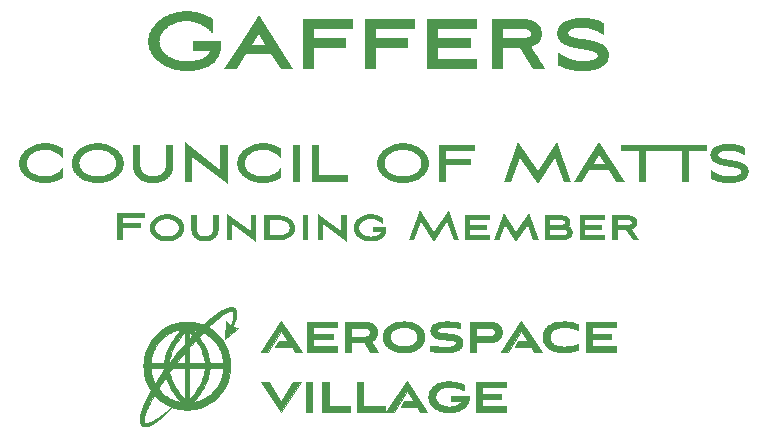
<source format=gbr>
G04 #@! TF.GenerationSoftware,KiCad,Pcbnew,(6.99.0-2452-gdb4f2d9dd8)*
G04 #@! TF.CreationDate,2022-08-01T20:19:13-05:00*
G04 #@! TF.ProjectId,council of matts,636f756e-6369-46c2-906f-66206d617474,rev?*
G04 #@! TF.SameCoordinates,Original*
G04 #@! TF.FileFunction,Legend,Top*
G04 #@! TF.FilePolarity,Positive*
%FSLAX46Y46*%
G04 Gerber Fmt 4.6, Leading zero omitted, Abs format (unit mm)*
G04 Created by KiCad (PCBNEW (6.99.0-2452-gdb4f2d9dd8)) date 2022-08-01 20:19:13*
%MOMM*%
%LPD*%
G01*
G04 APERTURE LIST*
%ADD10C,0.040000*%
%ADD11C,0.150000*%
%ADD12R,1.700000X1.700000*%
%ADD13O,1.700000X1.700000*%
G04 APERTURE END LIST*
D10*
G36*
X85964983Y-97803052D02*
G01*
X85894623Y-97897778D01*
X85824683Y-97992800D01*
X85755216Y-98088050D01*
X85753850Y-98082507D01*
X85720527Y-97897981D01*
X85720331Y-97896716D01*
X85720165Y-97895517D01*
X85699268Y-97708614D01*
X86035764Y-97708614D01*
X85964983Y-97803052D01*
G37*
X85964983Y-97803052D02*
X85894623Y-97897778D01*
X85824683Y-97992800D01*
X85755216Y-98088050D01*
X85753850Y-98082507D01*
X85720527Y-97897981D01*
X85720331Y-97896716D01*
X85720165Y-97895517D01*
X85699268Y-97708614D01*
X86035764Y-97708614D01*
X85964983Y-97803052D01*
G36*
X112909170Y-93806315D02*
G01*
X112975377Y-93807647D01*
X113038980Y-93811580D01*
X113100014Y-93818016D01*
X113158510Y-93826858D01*
X113214502Y-93838009D01*
X113268022Y-93851371D01*
X113319103Y-93866848D01*
X113367777Y-93884342D01*
X113414078Y-93903756D01*
X113458039Y-93924993D01*
X113499691Y-93947956D01*
X113539068Y-93972547D01*
X113576203Y-93998669D01*
X113611128Y-94026225D01*
X113643876Y-94055119D01*
X113674479Y-94085252D01*
X113702971Y-94116528D01*
X113729385Y-94148849D01*
X113753752Y-94182118D01*
X113776106Y-94216238D01*
X113796480Y-94251112D01*
X113814905Y-94286643D01*
X113831416Y-94322733D01*
X113846045Y-94359286D01*
X113858824Y-94396203D01*
X113869786Y-94433389D01*
X113878964Y-94470745D01*
X113886391Y-94508175D01*
X113896122Y-94582866D01*
X113899241Y-94656686D01*
X113896035Y-94730558D01*
X113886239Y-94805401D01*
X113869589Y-94880422D01*
X113845820Y-94954830D01*
X113814670Y-95027833D01*
X113796243Y-95063560D01*
X113775872Y-95098640D01*
X113753523Y-95132973D01*
X113729163Y-95166460D01*
X113702760Y-95199002D01*
X113674279Y-95230501D01*
X113643689Y-95260857D01*
X113610955Y-95289971D01*
X113576046Y-95317746D01*
X113538927Y-95344080D01*
X113499566Y-95368877D01*
X113457930Y-95392036D01*
X113413986Y-95413459D01*
X113367701Y-95433048D01*
X113319042Y-95450702D01*
X113267975Y-95466323D01*
X113214468Y-95479812D01*
X113158487Y-95491071D01*
X113100000Y-95500000D01*
X113038974Y-95506500D01*
X112975375Y-95510473D01*
X112909170Y-95511819D01*
X111728599Y-95511819D01*
X111728599Y-96317211D01*
X111183558Y-96317211D01*
X111183558Y-95036627D01*
X111729129Y-95036627D01*
X112794339Y-95036627D01*
X112834999Y-95036019D01*
X112873572Y-95034227D01*
X112910111Y-95031294D01*
X112944666Y-95027269D01*
X112977291Y-95022195D01*
X113008038Y-95016120D01*
X113036958Y-95009089D01*
X113064105Y-95001148D01*
X113089531Y-94992343D01*
X113113287Y-94982719D01*
X113135426Y-94972323D01*
X113155999Y-94961199D01*
X113175061Y-94949395D01*
X113192661Y-94936956D01*
X113208854Y-94923927D01*
X113223690Y-94910355D01*
X113237223Y-94896285D01*
X113249504Y-94881763D01*
X113260586Y-94866836D01*
X113270521Y-94851548D01*
X113279361Y-94835946D01*
X113287158Y-94820075D01*
X113293964Y-94803982D01*
X113299833Y-94787712D01*
X113304815Y-94771311D01*
X113308964Y-94754825D01*
X113314969Y-94721780D01*
X113318266Y-94688945D01*
X113319272Y-94656686D01*
X113318266Y-94625265D01*
X113314969Y-94593163D01*
X113308964Y-94560754D01*
X113299833Y-94528412D01*
X113287158Y-94496511D01*
X113270521Y-94465423D01*
X113260586Y-94450301D01*
X113249504Y-94435523D01*
X113237223Y-94421135D01*
X113223690Y-94407184D01*
X113208854Y-94393716D01*
X113192661Y-94380779D01*
X113175061Y-94368419D01*
X113155999Y-94356683D01*
X113135426Y-94345618D01*
X113113287Y-94335269D01*
X113089531Y-94325685D01*
X113064105Y-94316911D01*
X113036958Y-94308994D01*
X113008038Y-94301982D01*
X112977291Y-94295920D01*
X112944666Y-94290856D01*
X112910111Y-94286835D01*
X112873572Y-94283906D01*
X112834999Y-94282114D01*
X112794339Y-94281506D01*
X111729129Y-94281506D01*
X111729129Y-95036627D01*
X111183558Y-95036627D01*
X111183558Y-93806315D01*
X112909170Y-93806315D01*
G37*
X112909170Y-93806315D02*
X112975377Y-93807647D01*
X113038980Y-93811580D01*
X113100014Y-93818016D01*
X113158510Y-93826858D01*
X113214502Y-93838009D01*
X113268022Y-93851371D01*
X113319103Y-93866848D01*
X113367777Y-93884342D01*
X113414078Y-93903756D01*
X113458039Y-93924993D01*
X113499691Y-93947956D01*
X113539068Y-93972547D01*
X113576203Y-93998669D01*
X113611128Y-94026225D01*
X113643876Y-94055119D01*
X113674479Y-94085252D01*
X113702971Y-94116528D01*
X113729385Y-94148849D01*
X113753752Y-94182118D01*
X113776106Y-94216238D01*
X113796480Y-94251112D01*
X113814905Y-94286643D01*
X113831416Y-94322733D01*
X113846045Y-94359286D01*
X113858824Y-94396203D01*
X113869786Y-94433389D01*
X113878964Y-94470745D01*
X113886391Y-94508175D01*
X113896122Y-94582866D01*
X113899241Y-94656686D01*
X113896035Y-94730558D01*
X113886239Y-94805401D01*
X113869589Y-94880422D01*
X113845820Y-94954830D01*
X113814670Y-95027833D01*
X113796243Y-95063560D01*
X113775872Y-95098640D01*
X113753523Y-95132973D01*
X113729163Y-95166460D01*
X113702760Y-95199002D01*
X113674279Y-95230501D01*
X113643689Y-95260857D01*
X113610955Y-95289971D01*
X113576046Y-95317746D01*
X113538927Y-95344080D01*
X113499566Y-95368877D01*
X113457930Y-95392036D01*
X113413986Y-95413459D01*
X113367701Y-95433048D01*
X113319042Y-95450702D01*
X113267975Y-95466323D01*
X113214468Y-95479812D01*
X113158487Y-95491071D01*
X113100000Y-95500000D01*
X113038974Y-95506500D01*
X112975375Y-95510473D01*
X112909170Y-95511819D01*
X111728599Y-95511819D01*
X111728599Y-96317211D01*
X111183558Y-96317211D01*
X111183558Y-95036627D01*
X111729129Y-95036627D01*
X112794339Y-95036627D01*
X112834999Y-95036019D01*
X112873572Y-95034227D01*
X112910111Y-95031294D01*
X112944666Y-95027269D01*
X112977291Y-95022195D01*
X113008038Y-95016120D01*
X113036958Y-95009089D01*
X113064105Y-95001148D01*
X113089531Y-94992343D01*
X113113287Y-94982719D01*
X113135426Y-94972323D01*
X113155999Y-94961199D01*
X113175061Y-94949395D01*
X113192661Y-94936956D01*
X113208854Y-94923927D01*
X113223690Y-94910355D01*
X113237223Y-94896285D01*
X113249504Y-94881763D01*
X113260586Y-94866836D01*
X113270521Y-94851548D01*
X113279361Y-94835946D01*
X113287158Y-94820075D01*
X113293964Y-94803982D01*
X113299833Y-94787712D01*
X113304815Y-94771311D01*
X113308964Y-94754825D01*
X113314969Y-94721780D01*
X113318266Y-94688945D01*
X113319272Y-94656686D01*
X113318266Y-94625265D01*
X113314969Y-94593163D01*
X113308964Y-94560754D01*
X113299833Y-94528412D01*
X113287158Y-94496511D01*
X113270521Y-94465423D01*
X113260586Y-94450301D01*
X113249504Y-94435523D01*
X113237223Y-94421135D01*
X113223690Y-94407184D01*
X113208854Y-94393716D01*
X113192661Y-94380779D01*
X113175061Y-94368419D01*
X113155999Y-94356683D01*
X113135426Y-94345618D01*
X113113287Y-94335269D01*
X113089531Y-94325685D01*
X113064105Y-94316911D01*
X113036958Y-94308994D01*
X113008038Y-94301982D01*
X112977291Y-94295920D01*
X112944666Y-94290856D01*
X112910111Y-94286835D01*
X112873572Y-94283906D01*
X112834999Y-94282114D01*
X112794339Y-94281506D01*
X111729129Y-94281506D01*
X111729129Y-95036627D01*
X111183558Y-95036627D01*
X111183558Y-93806315D01*
X112909170Y-93806315D01*
G36*
X102175025Y-100926252D02*
G01*
X104005413Y-100926252D01*
X104005413Y-101396153D01*
X101629983Y-101396153D01*
X101629983Y-98885256D01*
X102175025Y-98885256D01*
X102175025Y-100926252D01*
G37*
X102175025Y-100926252D02*
X104005413Y-100926252D01*
X104005413Y-101396153D01*
X101629983Y-101396153D01*
X101629983Y-98885256D01*
X102175025Y-98885256D01*
X102175025Y-100926252D01*
G36*
X96982842Y-96317211D02*
G01*
X96372713Y-96317211D01*
X96092254Y-95891761D01*
X94725946Y-95891761D01*
X95018575Y-95446731D01*
X95802271Y-95446731D01*
X95242413Y-94591598D01*
X94682025Y-95446731D01*
X94682554Y-95446731D01*
X94389925Y-95891761D01*
X94386750Y-95891761D01*
X94111583Y-96317211D01*
X93501454Y-96317211D01*
X95242413Y-93766098D01*
X96982842Y-96317211D01*
G37*
X96982842Y-96317211D02*
X96372713Y-96317211D01*
X96092254Y-95891761D01*
X94725946Y-95891761D01*
X95018575Y-95446731D01*
X95802271Y-95446731D01*
X95242413Y-94591598D01*
X94682025Y-95446731D01*
X94682554Y-95446731D01*
X94389925Y-95891761D01*
X94386750Y-95891761D01*
X94111583Y-96317211D01*
X93501454Y-96317211D01*
X95242413Y-93766098D01*
X96982842Y-96317211D01*
G36*
X109501694Y-98846205D02*
G01*
X109589622Y-98849679D01*
X109676654Y-98855424D01*
X109762695Y-98863403D01*
X109847651Y-98873581D01*
X109931427Y-98885921D01*
X110013929Y-98900386D01*
X110095062Y-98916940D01*
X110174731Y-98935547D01*
X110252842Y-98956170D01*
X110329301Y-98978772D01*
X110404013Y-99003318D01*
X110476883Y-99029771D01*
X110547816Y-99058094D01*
X110616719Y-99088251D01*
X110683496Y-99120206D01*
X110683496Y-99605452D01*
X110550297Y-99545158D01*
X110412447Y-99488919D01*
X110341502Y-99462705D01*
X110269065Y-99437964D01*
X110195024Y-99414852D01*
X110119271Y-99393521D01*
X110041694Y-99374124D01*
X109962184Y-99356816D01*
X109880631Y-99341749D01*
X109796925Y-99329078D01*
X109710955Y-99318955D01*
X109622612Y-99311535D01*
X109531785Y-99306970D01*
X109438365Y-99305414D01*
X109341155Y-99307648D01*
X109241611Y-99314603D01*
X109140919Y-99326661D01*
X109040267Y-99344201D01*
X108940843Y-99367604D01*
X108891963Y-99381623D01*
X108843834Y-99397250D01*
X108796607Y-99414534D01*
X108750429Y-99433522D01*
X108705448Y-99454261D01*
X108661813Y-99476798D01*
X108619673Y-99501182D01*
X108579176Y-99527460D01*
X108540470Y-99555679D01*
X108503704Y-99585888D01*
X108469026Y-99618133D01*
X108436585Y-99652463D01*
X108406529Y-99688924D01*
X108379006Y-99727565D01*
X108354166Y-99768433D01*
X108332156Y-99811576D01*
X108313125Y-99857040D01*
X108297221Y-99904874D01*
X108284593Y-99955126D01*
X108275389Y-100007843D01*
X108269758Y-100063071D01*
X108267848Y-100120860D01*
X108269288Y-100170369D01*
X108273568Y-100218574D01*
X108280631Y-100265456D01*
X108290417Y-100311000D01*
X108302869Y-100355186D01*
X108317927Y-100397998D01*
X108335534Y-100439418D01*
X108355632Y-100479428D01*
X108378160Y-100518012D01*
X108403062Y-100555151D01*
X108430279Y-100590827D01*
X108459752Y-100625024D01*
X108491423Y-100657724D01*
X108525234Y-100688909D01*
X108561126Y-100718562D01*
X108599040Y-100746665D01*
X108638918Y-100773201D01*
X108680703Y-100798152D01*
X108769755Y-100843229D01*
X108865730Y-100881756D01*
X108968159Y-100913592D01*
X109076575Y-100938598D01*
X109190512Y-100956634D01*
X109309501Y-100967558D01*
X109433075Y-100971230D01*
X109507382Y-100969839D01*
X109583633Y-100965512D01*
X109661188Y-100958013D01*
X109739412Y-100947112D01*
X109817667Y-100932573D01*
X109895316Y-100914164D01*
X109971722Y-100891651D01*
X110046247Y-100864802D01*
X110082605Y-100849678D01*
X110118254Y-100833382D01*
X110153114Y-100815885D01*
X110187106Y-100797158D01*
X110220150Y-100777172D01*
X110252167Y-100755898D01*
X110283076Y-100733306D01*
X110312798Y-100709367D01*
X110341254Y-100684053D01*
X110368363Y-100657333D01*
X110394047Y-100629179D01*
X110418224Y-100599562D01*
X110440817Y-100568453D01*
X110461745Y-100535821D01*
X110480928Y-100501639D01*
X110498288Y-100465876D01*
X109633098Y-100465876D01*
X109633098Y-100060534D01*
X111108415Y-100060534D01*
X111108642Y-100076794D01*
X111109242Y-100092185D01*
X111111060Y-100122447D01*
X111112031Y-100138359D01*
X111112879Y-100155487D01*
X111113478Y-100174351D01*
X111113705Y-100195472D01*
X111111367Y-100270804D01*
X111104439Y-100343896D01*
X111093051Y-100414739D01*
X111077330Y-100483323D01*
X111057408Y-100549638D01*
X111033411Y-100613673D01*
X111005471Y-100675419D01*
X110973716Y-100734866D01*
X110938275Y-100792004D01*
X110899277Y-100846823D01*
X110856852Y-100899313D01*
X110811129Y-100949463D01*
X110762236Y-100997264D01*
X110710303Y-101042707D01*
X110655460Y-101085780D01*
X110597834Y-101126474D01*
X110474755Y-101200686D01*
X110342099Y-101265262D01*
X110200900Y-101320122D01*
X110052190Y-101365187D01*
X109897003Y-101400376D01*
X109736372Y-101425610D01*
X109571330Y-101440809D01*
X109402911Y-101445893D01*
X109317479Y-101444533D01*
X109232815Y-101440463D01*
X109149049Y-101433699D01*
X109066306Y-101424256D01*
X108984715Y-101412150D01*
X108904403Y-101397397D01*
X108825497Y-101380012D01*
X108748125Y-101360011D01*
X108672414Y-101337409D01*
X108598491Y-101312222D01*
X108526485Y-101284466D01*
X108456522Y-101254156D01*
X108388729Y-101221308D01*
X108323235Y-101185937D01*
X108260167Y-101148059D01*
X108199651Y-101107690D01*
X108141816Y-101064844D01*
X108086789Y-101019539D01*
X108034698Y-100971789D01*
X107985669Y-100921610D01*
X107939830Y-100869018D01*
X107897308Y-100814027D01*
X107858232Y-100756655D01*
X107822728Y-100696916D01*
X107790923Y-100634826D01*
X107762946Y-100570400D01*
X107738924Y-100503655D01*
X107718983Y-100434605D01*
X107703252Y-100363267D01*
X107691858Y-100289656D01*
X107684928Y-100213787D01*
X107682590Y-100135677D01*
X107685069Y-100054084D01*
X107692407Y-99975290D01*
X107704449Y-99899281D01*
X107721043Y-99826043D01*
X107742036Y-99755563D01*
X107767275Y-99687826D01*
X107796607Y-99622820D01*
X107829880Y-99560531D01*
X107866940Y-99500944D01*
X107907634Y-99444047D01*
X107951810Y-99389825D01*
X107999314Y-99338265D01*
X108049995Y-99289354D01*
X108103698Y-99243077D01*
X108160271Y-99199421D01*
X108219561Y-99158372D01*
X108345682Y-99084042D01*
X108480835Y-99019978D01*
X108623800Y-98966069D01*
X108773351Y-98922207D01*
X108928267Y-98888282D01*
X109087323Y-98864186D01*
X109249297Y-98849808D01*
X109412965Y-98845039D01*
X109501694Y-98846205D01*
G37*
X109501694Y-98846205D02*
X109589622Y-98849679D01*
X109676654Y-98855424D01*
X109762695Y-98863403D01*
X109847651Y-98873581D01*
X109931427Y-98885921D01*
X110013929Y-98900386D01*
X110095062Y-98916940D01*
X110174731Y-98935547D01*
X110252842Y-98956170D01*
X110329301Y-98978772D01*
X110404013Y-99003318D01*
X110476883Y-99029771D01*
X110547816Y-99058094D01*
X110616719Y-99088251D01*
X110683496Y-99120206D01*
X110683496Y-99605452D01*
X110550297Y-99545158D01*
X110412447Y-99488919D01*
X110341502Y-99462705D01*
X110269065Y-99437964D01*
X110195024Y-99414852D01*
X110119271Y-99393521D01*
X110041694Y-99374124D01*
X109962184Y-99356816D01*
X109880631Y-99341749D01*
X109796925Y-99329078D01*
X109710955Y-99318955D01*
X109622612Y-99311535D01*
X109531785Y-99306970D01*
X109438365Y-99305414D01*
X109341155Y-99307648D01*
X109241611Y-99314603D01*
X109140919Y-99326661D01*
X109040267Y-99344201D01*
X108940843Y-99367604D01*
X108891963Y-99381623D01*
X108843834Y-99397250D01*
X108796607Y-99414534D01*
X108750429Y-99433522D01*
X108705448Y-99454261D01*
X108661813Y-99476798D01*
X108619673Y-99501182D01*
X108579176Y-99527460D01*
X108540470Y-99555679D01*
X108503704Y-99585888D01*
X108469026Y-99618133D01*
X108436585Y-99652463D01*
X108406529Y-99688924D01*
X108379006Y-99727565D01*
X108354166Y-99768433D01*
X108332156Y-99811576D01*
X108313125Y-99857040D01*
X108297221Y-99904874D01*
X108284593Y-99955126D01*
X108275389Y-100007843D01*
X108269758Y-100063071D01*
X108267848Y-100120860D01*
X108269288Y-100170369D01*
X108273568Y-100218574D01*
X108280631Y-100265456D01*
X108290417Y-100311000D01*
X108302869Y-100355186D01*
X108317927Y-100397998D01*
X108335534Y-100439418D01*
X108355632Y-100479428D01*
X108378160Y-100518012D01*
X108403062Y-100555151D01*
X108430279Y-100590827D01*
X108459752Y-100625024D01*
X108491423Y-100657724D01*
X108525234Y-100688909D01*
X108561126Y-100718562D01*
X108599040Y-100746665D01*
X108638918Y-100773201D01*
X108680703Y-100798152D01*
X108769755Y-100843229D01*
X108865730Y-100881756D01*
X108968159Y-100913592D01*
X109076575Y-100938598D01*
X109190512Y-100956634D01*
X109309501Y-100967558D01*
X109433075Y-100971230D01*
X109507382Y-100969839D01*
X109583633Y-100965512D01*
X109661188Y-100958013D01*
X109739412Y-100947112D01*
X109817667Y-100932573D01*
X109895316Y-100914164D01*
X109971722Y-100891651D01*
X110046247Y-100864802D01*
X110082605Y-100849678D01*
X110118254Y-100833382D01*
X110153114Y-100815885D01*
X110187106Y-100797158D01*
X110220150Y-100777172D01*
X110252167Y-100755898D01*
X110283076Y-100733306D01*
X110312798Y-100709367D01*
X110341254Y-100684053D01*
X110368363Y-100657333D01*
X110394047Y-100629179D01*
X110418224Y-100599562D01*
X110440817Y-100568453D01*
X110461745Y-100535821D01*
X110480928Y-100501639D01*
X110498288Y-100465876D01*
X109633098Y-100465876D01*
X109633098Y-100060534D01*
X111108415Y-100060534D01*
X111108642Y-100076794D01*
X111109242Y-100092185D01*
X111111060Y-100122447D01*
X111112031Y-100138359D01*
X111112879Y-100155487D01*
X111113478Y-100174351D01*
X111113705Y-100195472D01*
X111111367Y-100270804D01*
X111104439Y-100343896D01*
X111093051Y-100414739D01*
X111077330Y-100483323D01*
X111057408Y-100549638D01*
X111033411Y-100613673D01*
X111005471Y-100675419D01*
X110973716Y-100734866D01*
X110938275Y-100792004D01*
X110899277Y-100846823D01*
X110856852Y-100899313D01*
X110811129Y-100949463D01*
X110762236Y-100997264D01*
X110710303Y-101042707D01*
X110655460Y-101085780D01*
X110597834Y-101126474D01*
X110474755Y-101200686D01*
X110342099Y-101265262D01*
X110200900Y-101320122D01*
X110052190Y-101365187D01*
X109897003Y-101400376D01*
X109736372Y-101425610D01*
X109571330Y-101440809D01*
X109402911Y-101445893D01*
X109317479Y-101444533D01*
X109232815Y-101440463D01*
X109149049Y-101433699D01*
X109066306Y-101424256D01*
X108984715Y-101412150D01*
X108904403Y-101397397D01*
X108825497Y-101380012D01*
X108748125Y-101360011D01*
X108672414Y-101337409D01*
X108598491Y-101312222D01*
X108526485Y-101284466D01*
X108456522Y-101254156D01*
X108388729Y-101221308D01*
X108323235Y-101185937D01*
X108260167Y-101148059D01*
X108199651Y-101107690D01*
X108141816Y-101064844D01*
X108086789Y-101019539D01*
X108034698Y-100971789D01*
X107985669Y-100921610D01*
X107939830Y-100869018D01*
X107897308Y-100814027D01*
X107858232Y-100756655D01*
X107822728Y-100696916D01*
X107790923Y-100634826D01*
X107762946Y-100570400D01*
X107738924Y-100503655D01*
X107718983Y-100434605D01*
X107703252Y-100363267D01*
X107691858Y-100289656D01*
X107684928Y-100213787D01*
X107682590Y-100135677D01*
X107685069Y-100054084D01*
X107692407Y-99975290D01*
X107704449Y-99899281D01*
X107721043Y-99826043D01*
X107742036Y-99755563D01*
X107767275Y-99687826D01*
X107796607Y-99622820D01*
X107829880Y-99560531D01*
X107866940Y-99500944D01*
X107907634Y-99444047D01*
X107951810Y-99389825D01*
X107999314Y-99338265D01*
X108049995Y-99289354D01*
X108103698Y-99243077D01*
X108160271Y-99199421D01*
X108219561Y-99158372D01*
X108345682Y-99084042D01*
X108480835Y-99019978D01*
X108623800Y-98966069D01*
X108773351Y-98922207D01*
X108928267Y-98888282D01*
X109087323Y-98864186D01*
X109249297Y-98849808D01*
X109412965Y-98845039D01*
X109501694Y-98846205D01*
G36*
X117271091Y-96317211D02*
G01*
X116660960Y-96317211D01*
X116380502Y-95891761D01*
X115008903Y-95891761D01*
X115301530Y-95446731D01*
X116090520Y-95446731D01*
X115530661Y-94591598D01*
X114400361Y-96317211D01*
X113789702Y-96317211D01*
X115530661Y-93766098D01*
X117271091Y-96317211D01*
G37*
X117271091Y-96317211D02*
X116660960Y-96317211D01*
X116380502Y-95891761D01*
X115008903Y-95891761D01*
X115301530Y-95446731D01*
X116090520Y-95446731D01*
X115530661Y-94591598D01*
X114400361Y-96317211D01*
X113789702Y-96317211D01*
X115530661Y-93766098D01*
X117271091Y-96317211D01*
G36*
X97858083Y-101396153D02*
G01*
X97313041Y-101396153D01*
X97313041Y-98885256D01*
X97858083Y-98885256D01*
X97858083Y-101396153D01*
G37*
X97858083Y-101396153D02*
X97313041Y-101396153D01*
X97313041Y-98885256D01*
X97858083Y-98885256D01*
X97858083Y-101396153D01*
G36*
X95192142Y-100585998D02*
G01*
X96252592Y-98885256D01*
X96892884Y-98885256D01*
X95192142Y-101446422D01*
X93501454Y-98885256D01*
X94147038Y-98885256D01*
X95192142Y-100585998D01*
G37*
X95192142Y-100585998D02*
X96252592Y-98885256D01*
X96892884Y-98885256D01*
X95192142Y-101446422D01*
X93501454Y-98885256D01*
X94147038Y-98885256D01*
X95192142Y-100585998D01*
G36*
X102329541Y-93806315D02*
G01*
X102395747Y-93807676D01*
X102459351Y-93811693D01*
X102520384Y-93818265D01*
X102578881Y-93827290D01*
X102634874Y-93838669D01*
X102688395Y-93852299D01*
X102739478Y-93868081D01*
X102788155Y-93885913D01*
X102834460Y-93905695D01*
X102878425Y-93927325D01*
X102920083Y-93950703D01*
X102959466Y-93975728D01*
X102996608Y-94002299D01*
X103031542Y-94030315D01*
X103064300Y-94059675D01*
X103094915Y-94090279D01*
X103123420Y-94122025D01*
X103149849Y-94154813D01*
X103174232Y-94188542D01*
X103196605Y-94223111D01*
X103216999Y-94258419D01*
X103235447Y-94294365D01*
X103251983Y-94330849D01*
X103266638Y-94367769D01*
X103279446Y-94405025D01*
X103290440Y-94442515D01*
X103307116Y-94517797D01*
X103316929Y-94592808D01*
X103320141Y-94666740D01*
X103318368Y-94724137D01*
X103312973Y-94781830D01*
X103303845Y-94839515D01*
X103290872Y-94896894D01*
X103273943Y-94953666D01*
X103263960Y-94981729D01*
X103252946Y-95009528D01*
X103240887Y-95037025D01*
X103227769Y-95064182D01*
X103213578Y-95090961D01*
X103198301Y-95117325D01*
X103181923Y-95143237D01*
X103164430Y-95168658D01*
X103145809Y-95193551D01*
X103126045Y-95217879D01*
X103105125Y-95241604D01*
X103083034Y-95264688D01*
X103059758Y-95287094D01*
X103035285Y-95308784D01*
X103009599Y-95329721D01*
X102982686Y-95349867D01*
X102954534Y-95369184D01*
X102925127Y-95387634D01*
X102894452Y-95405181D01*
X102862495Y-95421787D01*
X102829242Y-95437413D01*
X102794679Y-95452023D01*
X103374644Y-96317211D01*
X102764515Y-96317211D01*
X102234290Y-95531927D01*
X101159023Y-95531927D01*
X101159023Y-96317211D01*
X100613982Y-96317211D01*
X100613982Y-95051444D01*
X101159554Y-95051444D01*
X102250168Y-95051444D01*
X102288061Y-95050851D01*
X102323985Y-95049100D01*
X102357992Y-95046234D01*
X102390131Y-95042293D01*
X102420452Y-95037321D01*
X102449005Y-95031359D01*
X102475841Y-95024450D01*
X102501010Y-95016635D01*
X102524562Y-95007956D01*
X102546547Y-94998456D01*
X102567016Y-94988177D01*
X102586018Y-94977160D01*
X102603604Y-94965448D01*
X102619824Y-94953083D01*
X102634728Y-94940106D01*
X102648366Y-94926561D01*
X102660789Y-94912488D01*
X102672047Y-94897930D01*
X102682190Y-94882929D01*
X102691268Y-94867528D01*
X102699331Y-94851767D01*
X102706430Y-94835690D01*
X102712615Y-94819337D01*
X102717935Y-94802752D01*
X102722442Y-94785977D01*
X102726184Y-94769052D01*
X102731580Y-94734926D01*
X102734522Y-94700710D01*
X102735414Y-94666740D01*
X102734522Y-94635319D01*
X102731580Y-94603217D01*
X102726184Y-94570809D01*
X102717935Y-94538467D01*
X102706430Y-94506565D01*
X102699331Y-94490896D01*
X102691268Y-94475477D01*
X102682190Y-94460355D01*
X102672047Y-94445577D01*
X102660789Y-94431189D01*
X102648366Y-94417238D01*
X102634727Y-94403770D01*
X102619823Y-94390834D01*
X102603603Y-94378474D01*
X102586017Y-94366738D01*
X102567015Y-94355672D01*
X102546546Y-94345324D01*
X102524561Y-94335739D01*
X102501009Y-94326965D01*
X102475840Y-94319049D01*
X102449004Y-94312036D01*
X102420451Y-94305974D01*
X102390130Y-94300910D01*
X102357992Y-94296890D01*
X102323985Y-94293960D01*
X102288061Y-94292168D01*
X102250168Y-94291561D01*
X101159554Y-94291561D01*
X101159554Y-95051444D01*
X100613982Y-95051444D01*
X100613982Y-93806315D01*
X102329541Y-93806315D01*
G37*
X102329541Y-93806315D02*
X102395747Y-93807676D01*
X102459351Y-93811693D01*
X102520384Y-93818265D01*
X102578881Y-93827290D01*
X102634874Y-93838669D01*
X102688395Y-93852299D01*
X102739478Y-93868081D01*
X102788155Y-93885913D01*
X102834460Y-93905695D01*
X102878425Y-93927325D01*
X102920083Y-93950703D01*
X102959466Y-93975728D01*
X102996608Y-94002299D01*
X103031542Y-94030315D01*
X103064300Y-94059675D01*
X103094915Y-94090279D01*
X103123420Y-94122025D01*
X103149849Y-94154813D01*
X103174232Y-94188542D01*
X103196605Y-94223111D01*
X103216999Y-94258419D01*
X103235447Y-94294365D01*
X103251983Y-94330849D01*
X103266638Y-94367769D01*
X103279446Y-94405025D01*
X103290440Y-94442515D01*
X103307116Y-94517797D01*
X103316929Y-94592808D01*
X103320141Y-94666740D01*
X103318368Y-94724137D01*
X103312973Y-94781830D01*
X103303845Y-94839515D01*
X103290872Y-94896894D01*
X103273943Y-94953666D01*
X103263960Y-94981729D01*
X103252946Y-95009528D01*
X103240887Y-95037025D01*
X103227769Y-95064182D01*
X103213578Y-95090961D01*
X103198301Y-95117325D01*
X103181923Y-95143237D01*
X103164430Y-95168658D01*
X103145809Y-95193551D01*
X103126045Y-95217879D01*
X103105125Y-95241604D01*
X103083034Y-95264688D01*
X103059758Y-95287094D01*
X103035285Y-95308784D01*
X103009599Y-95329721D01*
X102982686Y-95349867D01*
X102954534Y-95369184D01*
X102925127Y-95387634D01*
X102894452Y-95405181D01*
X102862495Y-95421787D01*
X102829242Y-95437413D01*
X102794679Y-95452023D01*
X103374644Y-96317211D01*
X102764515Y-96317211D01*
X102234290Y-95531927D01*
X101159023Y-95531927D01*
X101159023Y-96317211D01*
X100613982Y-96317211D01*
X100613982Y-95051444D01*
X101159554Y-95051444D01*
X102250168Y-95051444D01*
X102288061Y-95050851D01*
X102323985Y-95049100D01*
X102357992Y-95046234D01*
X102390131Y-95042293D01*
X102420452Y-95037321D01*
X102449005Y-95031359D01*
X102475841Y-95024450D01*
X102501010Y-95016635D01*
X102524562Y-95007956D01*
X102546547Y-94998456D01*
X102567016Y-94988177D01*
X102586018Y-94977160D01*
X102603604Y-94965448D01*
X102619824Y-94953083D01*
X102634728Y-94940106D01*
X102648366Y-94926561D01*
X102660789Y-94912488D01*
X102672047Y-94897930D01*
X102682190Y-94882929D01*
X102691268Y-94867528D01*
X102699331Y-94851767D01*
X102706430Y-94835690D01*
X102712615Y-94819337D01*
X102717935Y-94802752D01*
X102722442Y-94785977D01*
X102726184Y-94769052D01*
X102731580Y-94734926D01*
X102734522Y-94700710D01*
X102735414Y-94666740D01*
X102734522Y-94635319D01*
X102731580Y-94603217D01*
X102726184Y-94570809D01*
X102717935Y-94538467D01*
X102706430Y-94506565D01*
X102699331Y-94490896D01*
X102691268Y-94475477D01*
X102682190Y-94460355D01*
X102672047Y-94445577D01*
X102660789Y-94431189D01*
X102648366Y-94417238D01*
X102634727Y-94403770D01*
X102619823Y-94390834D01*
X102603603Y-94378474D01*
X102586017Y-94366738D01*
X102567015Y-94355672D01*
X102546546Y-94345324D01*
X102524561Y-94335739D01*
X102501009Y-94326965D01*
X102475840Y-94319049D01*
X102449004Y-94312036D01*
X102420451Y-94305974D01*
X102390130Y-94300910D01*
X102357992Y-94296890D01*
X102323985Y-94293960D01*
X102288061Y-94292168D01*
X102250168Y-94291561D01*
X101159554Y-94291561D01*
X101159554Y-95051444D01*
X100613982Y-95051444D01*
X100613982Y-93806315D01*
X102329541Y-93806315D01*
G36*
X84194193Y-99603498D02*
G01*
X84216151Y-99635969D01*
X84240715Y-99671483D01*
X84265675Y-99706691D01*
X84291064Y-99741565D01*
X84317734Y-99777241D01*
X84344818Y-99812577D01*
X84372310Y-99847573D01*
X84400205Y-99882228D01*
X84421620Y-99908082D01*
X84443369Y-99933635D01*
X84465343Y-99958988D01*
X84487435Y-99984238D01*
X84470557Y-100012116D01*
X84453473Y-100039888D01*
X84436447Y-100067689D01*
X84419739Y-100095652D01*
X84285178Y-100329747D01*
X84153690Y-100565039D01*
X84089812Y-100683380D01*
X84027559Y-100802316D01*
X83967217Y-100921944D01*
X83909072Y-101042364D01*
X83853257Y-101163083D01*
X83799492Y-101284914D01*
X83748630Y-101407526D01*
X83701527Y-101530592D01*
X83659038Y-101653782D01*
X83639791Y-101715320D01*
X83622018Y-101776766D01*
X83605825Y-101838079D01*
X83591320Y-101899217D01*
X83578610Y-101960140D01*
X83567801Y-102020805D01*
X83564567Y-102050270D01*
X83562065Y-102079427D01*
X83560382Y-102108122D01*
X83559605Y-102136202D01*
X83559820Y-102163512D01*
X83560327Y-102176831D01*
X83561114Y-102189900D01*
X83562193Y-102202700D01*
X83563573Y-102215212D01*
X83565267Y-102227416D01*
X83567284Y-102239294D01*
X83570034Y-102250728D01*
X83572937Y-102261438D01*
X83576011Y-102271455D01*
X83579274Y-102280812D01*
X83582745Y-102289539D01*
X83586441Y-102297669D01*
X83588379Y-102301519D01*
X83590380Y-102305233D01*
X83592446Y-102308812D01*
X83594580Y-102312263D01*
X83596783Y-102315587D01*
X83599059Y-102318790D01*
X83601408Y-102321876D01*
X83603835Y-102324848D01*
X83606340Y-102327710D01*
X83608926Y-102330466D01*
X83611595Y-102333121D01*
X83614350Y-102335677D01*
X83617192Y-102338140D01*
X83620125Y-102340513D01*
X83623149Y-102342800D01*
X83626268Y-102345005D01*
X83632799Y-102349185D01*
X83639734Y-102353085D01*
X83647548Y-102356856D01*
X83656077Y-102360229D01*
X83665282Y-102363207D01*
X83675121Y-102365787D01*
X83685552Y-102367971D01*
X83696535Y-102369758D01*
X83708028Y-102371148D01*
X83719990Y-102372141D01*
X83732380Y-102372738D01*
X83745157Y-102372938D01*
X83758279Y-102372740D01*
X83771705Y-102372146D01*
X83785395Y-102371154D01*
X83799306Y-102369766D01*
X83813398Y-102367980D01*
X83827630Y-102365797D01*
X83856413Y-102360654D01*
X83885570Y-102354408D01*
X83915032Y-102347146D01*
X83944735Y-102338955D01*
X83974611Y-102329920D01*
X84004595Y-102320129D01*
X84034619Y-102309666D01*
X84064618Y-102298618D01*
X84124859Y-102274036D01*
X84184741Y-102247788D01*
X84244273Y-102219981D01*
X84303468Y-102190724D01*
X84362335Y-102160123D01*
X84420885Y-102128288D01*
X84537077Y-102061345D01*
X84652128Y-101990755D01*
X84766122Y-101917381D01*
X84879144Y-101842086D01*
X84991280Y-101765731D01*
X85102258Y-101686689D01*
X85212558Y-101606377D01*
X85322199Y-101524873D01*
X85431201Y-101442251D01*
X85647364Y-101273957D01*
X85861201Y-101102102D01*
X85767273Y-101202340D01*
X85672341Y-101301749D01*
X85576295Y-101400191D01*
X85479020Y-101497530D01*
X85380407Y-101593629D01*
X85280342Y-101688350D01*
X85178713Y-101781557D01*
X85075409Y-101873114D01*
X85023365Y-101918548D01*
X84970800Y-101963536D01*
X84917690Y-102008028D01*
X84864009Y-102051975D01*
X84809733Y-102095326D01*
X84754837Y-102138032D01*
X84699295Y-102180043D01*
X84643084Y-102221310D01*
X84586235Y-102262092D01*
X84528711Y-102302191D01*
X84470381Y-102341473D01*
X84411115Y-102379800D01*
X84350782Y-102417035D01*
X84289252Y-102453042D01*
X84226395Y-102487685D01*
X84162080Y-102520827D01*
X84129147Y-102536530D01*
X84095766Y-102551793D01*
X84061839Y-102566474D01*
X84027266Y-102580430D01*
X83991950Y-102593518D01*
X83955790Y-102605595D01*
X83918689Y-102616518D01*
X83899754Y-102621502D01*
X83880547Y-102626144D01*
X83841660Y-102634265D01*
X83801233Y-102641103D01*
X83780457Y-102643826D01*
X83759316Y-102645971D01*
X83737814Y-102647450D01*
X83715959Y-102648178D01*
X83693757Y-102648069D01*
X83671214Y-102647037D01*
X83648336Y-102644996D01*
X83625130Y-102641859D01*
X83601601Y-102637540D01*
X83577757Y-102631954D01*
X83553604Y-102625015D01*
X83529147Y-102616635D01*
X83517116Y-102611672D01*
X83505227Y-102606308D01*
X83493475Y-102600545D01*
X83481853Y-102594385D01*
X83470355Y-102587827D01*
X83458974Y-102580874D01*
X83447706Y-102573526D01*
X83436543Y-102565785D01*
X83426476Y-102557283D01*
X83416524Y-102548476D01*
X83406697Y-102539408D01*
X83397008Y-102530122D01*
X83387468Y-102520662D01*
X83378088Y-102511073D01*
X83368880Y-102501398D01*
X83359855Y-102491681D01*
X83345605Y-102470474D01*
X83338566Y-102459757D01*
X83331637Y-102448980D01*
X83324858Y-102438153D01*
X83318266Y-102427287D01*
X83311900Y-102416394D01*
X83305801Y-102405485D01*
X83301289Y-102394721D01*
X83296874Y-102383871D01*
X83288308Y-102361957D01*
X83280039Y-102339845D01*
X83272005Y-102317635D01*
X83266498Y-102296010D01*
X83261660Y-102274588D01*
X83257454Y-102253361D01*
X83253846Y-102232322D01*
X83250798Y-102211462D01*
X83248274Y-102190775D01*
X83246238Y-102170252D01*
X83244654Y-102149885D01*
X83242695Y-102109590D01*
X83242109Y-102069829D01*
X83242605Y-102030540D01*
X83243893Y-101991660D01*
X83250802Y-101915986D01*
X83260272Y-101841677D01*
X83272085Y-101768610D01*
X83286026Y-101696660D01*
X83301876Y-101625702D01*
X83319420Y-101555611D01*
X83338439Y-101486264D01*
X83358718Y-101417535D01*
X83379910Y-101349407D01*
X83402146Y-101281903D01*
X83425325Y-101214954D01*
X83449348Y-101148493D01*
X83474115Y-101082454D01*
X83499527Y-101016770D01*
X83551884Y-100886198D01*
X83622417Y-100719705D01*
X83696161Y-100555133D01*
X83772864Y-100392340D01*
X83852275Y-100231187D01*
X83934142Y-100071534D01*
X84018211Y-99913242D01*
X84104231Y-99756170D01*
X84191911Y-99600246D01*
X84194193Y-99603498D01*
G37*
X84194193Y-99603498D02*
X84216151Y-99635969D01*
X84240715Y-99671483D01*
X84265675Y-99706691D01*
X84291064Y-99741565D01*
X84317734Y-99777241D01*
X84344818Y-99812577D01*
X84372310Y-99847573D01*
X84400205Y-99882228D01*
X84421620Y-99908082D01*
X84443369Y-99933635D01*
X84465343Y-99958988D01*
X84487435Y-99984238D01*
X84470557Y-100012116D01*
X84453473Y-100039888D01*
X84436447Y-100067689D01*
X84419739Y-100095652D01*
X84285178Y-100329747D01*
X84153690Y-100565039D01*
X84089812Y-100683380D01*
X84027559Y-100802316D01*
X83967217Y-100921944D01*
X83909072Y-101042364D01*
X83853257Y-101163083D01*
X83799492Y-101284914D01*
X83748630Y-101407526D01*
X83701527Y-101530592D01*
X83659038Y-101653782D01*
X83639791Y-101715320D01*
X83622018Y-101776766D01*
X83605825Y-101838079D01*
X83591320Y-101899217D01*
X83578610Y-101960140D01*
X83567801Y-102020805D01*
X83564567Y-102050270D01*
X83562065Y-102079427D01*
X83560382Y-102108122D01*
X83559605Y-102136202D01*
X83559820Y-102163512D01*
X83560327Y-102176831D01*
X83561114Y-102189900D01*
X83562193Y-102202700D01*
X83563573Y-102215212D01*
X83565267Y-102227416D01*
X83567284Y-102239294D01*
X83570034Y-102250728D01*
X83572937Y-102261438D01*
X83576011Y-102271455D01*
X83579274Y-102280812D01*
X83582745Y-102289539D01*
X83586441Y-102297669D01*
X83588379Y-102301519D01*
X83590380Y-102305233D01*
X83592446Y-102308812D01*
X83594580Y-102312263D01*
X83596783Y-102315587D01*
X83599059Y-102318790D01*
X83601408Y-102321876D01*
X83603835Y-102324848D01*
X83606340Y-102327710D01*
X83608926Y-102330466D01*
X83611595Y-102333121D01*
X83614350Y-102335677D01*
X83617192Y-102338140D01*
X83620125Y-102340513D01*
X83623149Y-102342800D01*
X83626268Y-102345005D01*
X83632799Y-102349185D01*
X83639734Y-102353085D01*
X83647548Y-102356856D01*
X83656077Y-102360229D01*
X83665282Y-102363207D01*
X83675121Y-102365787D01*
X83685552Y-102367971D01*
X83696535Y-102369758D01*
X83708028Y-102371148D01*
X83719990Y-102372141D01*
X83732380Y-102372738D01*
X83745157Y-102372938D01*
X83758279Y-102372740D01*
X83771705Y-102372146D01*
X83785395Y-102371154D01*
X83799306Y-102369766D01*
X83813398Y-102367980D01*
X83827630Y-102365797D01*
X83856413Y-102360654D01*
X83885570Y-102354408D01*
X83915032Y-102347146D01*
X83944735Y-102338955D01*
X83974611Y-102329920D01*
X84004595Y-102320129D01*
X84034619Y-102309666D01*
X84064618Y-102298618D01*
X84124859Y-102274036D01*
X84184741Y-102247788D01*
X84244273Y-102219981D01*
X84303468Y-102190724D01*
X84362335Y-102160123D01*
X84420885Y-102128288D01*
X84537077Y-102061345D01*
X84652128Y-101990755D01*
X84766122Y-101917381D01*
X84879144Y-101842086D01*
X84991280Y-101765731D01*
X85102258Y-101686689D01*
X85212558Y-101606377D01*
X85322199Y-101524873D01*
X85431201Y-101442251D01*
X85647364Y-101273957D01*
X85861201Y-101102102D01*
X85767273Y-101202340D01*
X85672341Y-101301749D01*
X85576295Y-101400191D01*
X85479020Y-101497530D01*
X85380407Y-101593629D01*
X85280342Y-101688350D01*
X85178713Y-101781557D01*
X85075409Y-101873114D01*
X85023365Y-101918548D01*
X84970800Y-101963536D01*
X84917690Y-102008028D01*
X84864009Y-102051975D01*
X84809733Y-102095326D01*
X84754837Y-102138032D01*
X84699295Y-102180043D01*
X84643084Y-102221310D01*
X84586235Y-102262092D01*
X84528711Y-102302191D01*
X84470381Y-102341473D01*
X84411115Y-102379800D01*
X84350782Y-102417035D01*
X84289252Y-102453042D01*
X84226395Y-102487685D01*
X84162080Y-102520827D01*
X84129147Y-102536530D01*
X84095766Y-102551793D01*
X84061839Y-102566474D01*
X84027266Y-102580430D01*
X83991950Y-102593518D01*
X83955790Y-102605595D01*
X83918689Y-102616518D01*
X83899754Y-102621502D01*
X83880547Y-102626144D01*
X83841660Y-102634265D01*
X83801233Y-102641103D01*
X83780457Y-102643826D01*
X83759316Y-102645971D01*
X83737814Y-102647450D01*
X83715959Y-102648178D01*
X83693757Y-102648069D01*
X83671214Y-102647037D01*
X83648336Y-102644996D01*
X83625130Y-102641859D01*
X83601601Y-102637540D01*
X83577757Y-102631954D01*
X83553604Y-102625015D01*
X83529147Y-102616635D01*
X83517116Y-102611672D01*
X83505227Y-102606308D01*
X83493475Y-102600545D01*
X83481853Y-102594385D01*
X83470355Y-102587827D01*
X83458974Y-102580874D01*
X83447706Y-102573526D01*
X83436543Y-102565785D01*
X83426476Y-102557283D01*
X83416524Y-102548476D01*
X83406697Y-102539408D01*
X83397008Y-102530122D01*
X83387468Y-102520662D01*
X83378088Y-102511073D01*
X83368880Y-102501398D01*
X83359855Y-102491681D01*
X83345605Y-102470474D01*
X83338566Y-102459757D01*
X83331637Y-102448980D01*
X83324858Y-102438153D01*
X83318266Y-102427287D01*
X83311900Y-102416394D01*
X83305801Y-102405485D01*
X83301289Y-102394721D01*
X83296874Y-102383871D01*
X83288308Y-102361957D01*
X83280039Y-102339845D01*
X83272005Y-102317635D01*
X83266498Y-102296010D01*
X83261660Y-102274588D01*
X83257454Y-102253361D01*
X83253846Y-102232322D01*
X83250798Y-102211462D01*
X83248274Y-102190775D01*
X83246238Y-102170252D01*
X83244654Y-102149885D01*
X83242695Y-102109590D01*
X83242109Y-102069829D01*
X83242605Y-102030540D01*
X83243893Y-101991660D01*
X83250802Y-101915986D01*
X83260272Y-101841677D01*
X83272085Y-101768610D01*
X83286026Y-101696660D01*
X83301876Y-101625702D01*
X83319420Y-101555611D01*
X83338439Y-101486264D01*
X83358718Y-101417535D01*
X83379910Y-101349407D01*
X83402146Y-101281903D01*
X83425325Y-101214954D01*
X83449348Y-101148493D01*
X83474115Y-101082454D01*
X83499527Y-101016770D01*
X83551884Y-100886198D01*
X83622417Y-100719705D01*
X83696161Y-100555133D01*
X83772864Y-100392340D01*
X83852275Y-100231187D01*
X83934142Y-100071534D01*
X84018211Y-99913242D01*
X84104231Y-99756170D01*
X84191911Y-99600246D01*
X84194193Y-99603498D01*
G36*
X103823017Y-94990833D02*
G01*
X103829791Y-94917365D01*
X103840949Y-94845886D01*
X103856382Y-94776424D01*
X103875979Y-94709008D01*
X103899633Y-94643666D01*
X103927234Y-94580426D01*
X103958673Y-94519317D01*
X103993841Y-94460368D01*
X104032630Y-94403607D01*
X104074930Y-94349063D01*
X104120632Y-94296763D01*
X104169627Y-94246738D01*
X104221807Y-94199014D01*
X104277061Y-94153620D01*
X104335282Y-94110586D01*
X104460187Y-94031708D01*
X104595648Y-93962607D01*
X104740793Y-93903512D01*
X104894752Y-93854651D01*
X105056651Y-93816251D01*
X105225618Y-93788540D01*
X105400782Y-93771747D01*
X105581270Y-93766098D01*
X105672591Y-93767515D01*
X105762631Y-93771747D01*
X105851283Y-93778765D01*
X105938442Y-93788540D01*
X106024002Y-93801045D01*
X106107856Y-93816251D01*
X106189898Y-93834129D01*
X106270022Y-93854651D01*
X106348122Y-93877788D01*
X106424093Y-93903512D01*
X106497827Y-93931795D01*
X106569219Y-93962607D01*
X106638163Y-93995921D01*
X106704552Y-94031708D01*
X106768281Y-94069939D01*
X106829244Y-94110586D01*
X106887333Y-94153620D01*
X106942444Y-94199014D01*
X106994470Y-94246738D01*
X107043305Y-94296763D01*
X107088843Y-94349063D01*
X107130977Y-94403607D01*
X107169603Y-94460368D01*
X107204613Y-94519317D01*
X107235901Y-94580426D01*
X107263362Y-94643666D01*
X107286890Y-94709008D01*
X107306377Y-94776424D01*
X107321719Y-94845886D01*
X107332808Y-94917365D01*
X107339540Y-94990833D01*
X107341807Y-95066261D01*
X107339538Y-95140804D01*
X107332803Y-95213499D01*
X107321706Y-95284313D01*
X107306355Y-95353211D01*
X107286857Y-95420158D01*
X107263317Y-95485122D01*
X107235842Y-95548068D01*
X107204538Y-95608962D01*
X107169512Y-95667771D01*
X107130871Y-95724459D01*
X107088720Y-95778993D01*
X107043165Y-95831340D01*
X106994314Y-95881464D01*
X106942273Y-95929332D01*
X106887148Y-95974911D01*
X106829045Y-96018165D01*
X106704333Y-96097566D01*
X106568987Y-96167263D01*
X106423858Y-96226984D01*
X106269799Y-96276457D01*
X106107659Y-96315409D01*
X105938290Y-96343569D01*
X105762544Y-96360664D01*
X105581270Y-96366423D01*
X105490415Y-96364979D01*
X105400782Y-96360670D01*
X105312480Y-96353529D01*
X105225618Y-96343590D01*
X105140305Y-96330887D01*
X105056651Y-96315454D01*
X104974763Y-96297324D01*
X104894752Y-96276531D01*
X104816725Y-96253109D01*
X104740793Y-96227091D01*
X104667064Y-96198511D01*
X104595648Y-96167403D01*
X104526652Y-96133800D01*
X104460187Y-96097737D01*
X104396360Y-96059247D01*
X104335282Y-96018364D01*
X104277061Y-95975121D01*
X104221807Y-95929552D01*
X104169627Y-95881691D01*
X104120632Y-95831572D01*
X104074930Y-95779228D01*
X104032630Y-95724693D01*
X103993841Y-95668001D01*
X103958673Y-95609186D01*
X103927234Y-95548280D01*
X103899633Y-95485319D01*
X103875979Y-95420335D01*
X103856382Y-95353363D01*
X103840949Y-95284435D01*
X103829791Y-95213587D01*
X103823017Y-95140851D01*
X103820750Y-95066790D01*
X104405992Y-95066790D01*
X104407434Y-95113605D01*
X104411720Y-95159281D01*
X104418796Y-95203795D01*
X104428602Y-95247125D01*
X104441084Y-95289248D01*
X104456183Y-95330140D01*
X104473843Y-95369780D01*
X104494007Y-95408144D01*
X104516618Y-95445209D01*
X104541620Y-95480954D01*
X104568955Y-95515355D01*
X104598566Y-95548389D01*
X104630397Y-95580033D01*
X104664391Y-95610265D01*
X104700490Y-95639062D01*
X104738639Y-95666402D01*
X104820856Y-95716617D01*
X104910586Y-95760727D01*
X105007375Y-95798551D01*
X105110767Y-95829906D01*
X105220308Y-95854611D01*
X105335542Y-95872482D01*
X105456014Y-95883339D01*
X105581270Y-95886998D01*
X105644468Y-95886080D01*
X105706527Y-95883339D01*
X105767389Y-95878799D01*
X105826999Y-95872482D01*
X105885300Y-95864412D01*
X105942233Y-95854611D01*
X105997744Y-95843101D01*
X106051774Y-95829906D01*
X106104267Y-95815048D01*
X106155166Y-95798551D01*
X106204415Y-95780436D01*
X106251955Y-95760727D01*
X106297731Y-95739446D01*
X106341685Y-95716617D01*
X106383761Y-95692261D01*
X106423902Y-95666402D01*
X106462051Y-95639062D01*
X106498150Y-95610265D01*
X106532144Y-95580033D01*
X106563975Y-95548389D01*
X106593586Y-95515355D01*
X106620921Y-95480954D01*
X106645923Y-95445209D01*
X106668534Y-95408144D01*
X106688698Y-95369780D01*
X106706358Y-95330140D01*
X106721457Y-95289248D01*
X106733938Y-95247125D01*
X106743745Y-95203795D01*
X106750820Y-95159281D01*
X106755107Y-95113605D01*
X106756549Y-95066790D01*
X106755107Y-95019137D01*
X106750820Y-94972729D01*
X106743745Y-94927584D01*
X106733938Y-94883720D01*
X106721457Y-94841154D01*
X106706358Y-94799903D01*
X106688698Y-94759985D01*
X106668534Y-94721418D01*
X106645923Y-94684219D01*
X106620921Y-94648405D01*
X106593586Y-94613995D01*
X106563975Y-94581006D01*
X106532144Y-94549455D01*
X106498150Y-94519359D01*
X106462051Y-94490737D01*
X106423902Y-94463606D01*
X106341685Y-94413887D01*
X106251955Y-94370342D01*
X106155166Y-94333111D01*
X106051774Y-94302334D01*
X105942233Y-94278153D01*
X105826999Y-94260707D01*
X105706527Y-94250136D01*
X105581270Y-94246582D01*
X105518073Y-94247473D01*
X105456014Y-94250136D01*
X105395152Y-94254553D01*
X105335542Y-94260707D01*
X105277242Y-94268579D01*
X105220308Y-94278153D01*
X105164797Y-94289411D01*
X105110767Y-94302334D01*
X105058274Y-94316907D01*
X105007375Y-94333111D01*
X104958127Y-94350928D01*
X104910586Y-94370342D01*
X104864810Y-94391334D01*
X104820856Y-94413887D01*
X104778780Y-94437984D01*
X104738639Y-94463606D01*
X104700490Y-94490737D01*
X104664391Y-94519359D01*
X104630397Y-94549455D01*
X104598566Y-94581006D01*
X104568955Y-94613995D01*
X104541620Y-94648405D01*
X104516618Y-94684219D01*
X104494007Y-94721418D01*
X104473843Y-94759985D01*
X104456183Y-94799903D01*
X104441084Y-94841154D01*
X104428602Y-94883720D01*
X104418796Y-94927584D01*
X104411720Y-94972729D01*
X104407434Y-95019137D01*
X104405992Y-95066790D01*
X103820750Y-95066790D01*
X103820734Y-95066261D01*
X103823017Y-94990833D01*
G37*
X103823017Y-94990833D02*
X103829791Y-94917365D01*
X103840949Y-94845886D01*
X103856382Y-94776424D01*
X103875979Y-94709008D01*
X103899633Y-94643666D01*
X103927234Y-94580426D01*
X103958673Y-94519317D01*
X103993841Y-94460368D01*
X104032630Y-94403607D01*
X104074930Y-94349063D01*
X104120632Y-94296763D01*
X104169627Y-94246738D01*
X104221807Y-94199014D01*
X104277061Y-94153620D01*
X104335282Y-94110586D01*
X104460187Y-94031708D01*
X104595648Y-93962607D01*
X104740793Y-93903512D01*
X104894752Y-93854651D01*
X105056651Y-93816251D01*
X105225618Y-93788540D01*
X105400782Y-93771747D01*
X105581270Y-93766098D01*
X105672591Y-93767515D01*
X105762631Y-93771747D01*
X105851283Y-93778765D01*
X105938442Y-93788540D01*
X106024002Y-93801045D01*
X106107856Y-93816251D01*
X106189898Y-93834129D01*
X106270022Y-93854651D01*
X106348122Y-93877788D01*
X106424093Y-93903512D01*
X106497827Y-93931795D01*
X106569219Y-93962607D01*
X106638163Y-93995921D01*
X106704552Y-94031708D01*
X106768281Y-94069939D01*
X106829244Y-94110586D01*
X106887333Y-94153620D01*
X106942444Y-94199014D01*
X106994470Y-94246738D01*
X107043305Y-94296763D01*
X107088843Y-94349063D01*
X107130977Y-94403607D01*
X107169603Y-94460368D01*
X107204613Y-94519317D01*
X107235901Y-94580426D01*
X107263362Y-94643666D01*
X107286890Y-94709008D01*
X107306377Y-94776424D01*
X107321719Y-94845886D01*
X107332808Y-94917365D01*
X107339540Y-94990833D01*
X107341807Y-95066261D01*
X107339538Y-95140804D01*
X107332803Y-95213499D01*
X107321706Y-95284313D01*
X107306355Y-95353211D01*
X107286857Y-95420158D01*
X107263317Y-95485122D01*
X107235842Y-95548068D01*
X107204538Y-95608962D01*
X107169512Y-95667771D01*
X107130871Y-95724459D01*
X107088720Y-95778993D01*
X107043165Y-95831340D01*
X106994314Y-95881464D01*
X106942273Y-95929332D01*
X106887148Y-95974911D01*
X106829045Y-96018165D01*
X106704333Y-96097566D01*
X106568987Y-96167263D01*
X106423858Y-96226984D01*
X106269799Y-96276457D01*
X106107659Y-96315409D01*
X105938290Y-96343569D01*
X105762544Y-96360664D01*
X105581270Y-96366423D01*
X105490415Y-96364979D01*
X105400782Y-96360670D01*
X105312480Y-96353529D01*
X105225618Y-96343590D01*
X105140305Y-96330887D01*
X105056651Y-96315454D01*
X104974763Y-96297324D01*
X104894752Y-96276531D01*
X104816725Y-96253109D01*
X104740793Y-96227091D01*
X104667064Y-96198511D01*
X104595648Y-96167403D01*
X104526652Y-96133800D01*
X104460187Y-96097737D01*
X104396360Y-96059247D01*
X104335282Y-96018364D01*
X104277061Y-95975121D01*
X104221807Y-95929552D01*
X104169627Y-95881691D01*
X104120632Y-95831572D01*
X104074930Y-95779228D01*
X104032630Y-95724693D01*
X103993841Y-95668001D01*
X103958673Y-95609186D01*
X103927234Y-95548280D01*
X103899633Y-95485319D01*
X103875979Y-95420335D01*
X103856382Y-95353363D01*
X103840949Y-95284435D01*
X103829791Y-95213587D01*
X103823017Y-95140851D01*
X103820750Y-95066790D01*
X104405992Y-95066790D01*
X104407434Y-95113605D01*
X104411720Y-95159281D01*
X104418796Y-95203795D01*
X104428602Y-95247125D01*
X104441084Y-95289248D01*
X104456183Y-95330140D01*
X104473843Y-95369780D01*
X104494007Y-95408144D01*
X104516618Y-95445209D01*
X104541620Y-95480954D01*
X104568955Y-95515355D01*
X104598566Y-95548389D01*
X104630397Y-95580033D01*
X104664391Y-95610265D01*
X104700490Y-95639062D01*
X104738639Y-95666402D01*
X104820856Y-95716617D01*
X104910586Y-95760727D01*
X105007375Y-95798551D01*
X105110767Y-95829906D01*
X105220308Y-95854611D01*
X105335542Y-95872482D01*
X105456014Y-95883339D01*
X105581270Y-95886998D01*
X105644468Y-95886080D01*
X105706527Y-95883339D01*
X105767389Y-95878799D01*
X105826999Y-95872482D01*
X105885300Y-95864412D01*
X105942233Y-95854611D01*
X105997744Y-95843101D01*
X106051774Y-95829906D01*
X106104267Y-95815048D01*
X106155166Y-95798551D01*
X106204415Y-95780436D01*
X106251955Y-95760727D01*
X106297731Y-95739446D01*
X106341685Y-95716617D01*
X106383761Y-95692261D01*
X106423902Y-95666402D01*
X106462051Y-95639062D01*
X106498150Y-95610265D01*
X106532144Y-95580033D01*
X106563975Y-95548389D01*
X106593586Y-95515355D01*
X106620921Y-95480954D01*
X106645923Y-95445209D01*
X106668534Y-95408144D01*
X106688698Y-95369780D01*
X106706358Y-95330140D01*
X106721457Y-95289248D01*
X106733938Y-95247125D01*
X106743745Y-95203795D01*
X106750820Y-95159281D01*
X106755107Y-95113605D01*
X106756549Y-95066790D01*
X106755107Y-95019137D01*
X106750820Y-94972729D01*
X106743745Y-94927584D01*
X106733938Y-94883720D01*
X106721457Y-94841154D01*
X106706358Y-94799903D01*
X106688698Y-94759985D01*
X106668534Y-94721418D01*
X106645923Y-94684219D01*
X106620921Y-94648405D01*
X106593586Y-94613995D01*
X106563975Y-94581006D01*
X106532144Y-94549455D01*
X106498150Y-94519359D01*
X106462051Y-94490737D01*
X106423902Y-94463606D01*
X106341685Y-94413887D01*
X106251955Y-94370342D01*
X106155166Y-94333111D01*
X106051774Y-94302334D01*
X105942233Y-94278153D01*
X105826999Y-94260707D01*
X105706527Y-94250136D01*
X105581270Y-94246582D01*
X105518073Y-94247473D01*
X105456014Y-94250136D01*
X105395152Y-94254553D01*
X105335542Y-94260707D01*
X105277242Y-94268579D01*
X105220308Y-94278153D01*
X105164797Y-94289411D01*
X105110767Y-94302334D01*
X105058274Y-94316907D01*
X105007375Y-94333111D01*
X104958127Y-94350928D01*
X104910586Y-94370342D01*
X104864810Y-94391334D01*
X104820856Y-94413887D01*
X104778780Y-94437984D01*
X104738639Y-94463606D01*
X104700490Y-94490737D01*
X104664391Y-94519359D01*
X104630397Y-94549455D01*
X104598566Y-94581006D01*
X104568955Y-94613995D01*
X104541620Y-94648405D01*
X104516618Y-94684219D01*
X104494007Y-94721418D01*
X104473843Y-94759985D01*
X104456183Y-94799903D01*
X104441084Y-94841154D01*
X104428602Y-94883720D01*
X104418796Y-94927584D01*
X104411720Y-94972729D01*
X104407434Y-95019137D01*
X104405992Y-95066790D01*
X103820750Y-95066790D01*
X103820734Y-95066261D01*
X103823017Y-94990833D01*
G36*
X119250511Y-93766451D02*
G01*
X119332131Y-93769100D01*
X119412020Y-93773525D01*
X119490242Y-93779732D01*
X119566860Y-93787728D01*
X119641940Y-93797520D01*
X119715546Y-93809115D01*
X119787741Y-93822520D01*
X119858591Y-93837742D01*
X119928160Y-93854788D01*
X119996511Y-93873665D01*
X120063710Y-93894380D01*
X120129821Y-93916939D01*
X120194908Y-93941350D01*
X120259035Y-93967621D01*
X120322267Y-93995756D01*
X120322267Y-94511165D01*
X120274432Y-94484240D01*
X120223055Y-94457940D01*
X120168216Y-94432418D01*
X120109996Y-94407829D01*
X120048473Y-94384324D01*
X119983728Y-94362058D01*
X119915841Y-94341184D01*
X119844891Y-94321856D01*
X119770959Y-94304226D01*
X119694123Y-94288450D01*
X119614464Y-94274679D01*
X119532062Y-94263068D01*
X119446997Y-94253771D01*
X119359348Y-94246939D01*
X119269195Y-94242728D01*
X119176619Y-94241290D01*
X119104868Y-94242195D01*
X119034989Y-94244898D01*
X118967008Y-94249379D01*
X118900952Y-94255620D01*
X118836847Y-94263600D01*
X118774720Y-94273301D01*
X118714598Y-94284703D01*
X118656508Y-94297787D01*
X118600475Y-94312533D01*
X118546527Y-94328923D01*
X118494690Y-94346938D01*
X118444991Y-94366557D01*
X118397457Y-94387761D01*
X118352114Y-94410532D01*
X118308989Y-94434850D01*
X118268108Y-94460696D01*
X118229499Y-94488050D01*
X118193187Y-94516893D01*
X118159200Y-94547206D01*
X118127564Y-94578970D01*
X118098306Y-94612164D01*
X118071452Y-94646771D01*
X118047029Y-94682771D01*
X118025064Y-94720144D01*
X118005583Y-94758872D01*
X117988613Y-94798934D01*
X117974181Y-94840312D01*
X117962313Y-94882986D01*
X117953036Y-94926937D01*
X117946376Y-94972146D01*
X117942361Y-95018594D01*
X117941017Y-95066261D01*
X117942347Y-95113976D01*
X117946322Y-95160468D01*
X117952922Y-95205719D01*
X117962125Y-95249710D01*
X117973910Y-95292421D01*
X117988257Y-95333833D01*
X118005144Y-95373926D01*
X118024551Y-95412683D01*
X118046456Y-95450083D01*
X118070838Y-95486107D01*
X118097676Y-95520736D01*
X118126950Y-95553952D01*
X118158637Y-95585734D01*
X118192718Y-95616063D01*
X118229171Y-95644921D01*
X118267976Y-95672289D01*
X118352553Y-95722474D01*
X118446283Y-95766466D01*
X118548997Y-95804111D01*
X118660526Y-95835255D01*
X118780704Y-95859746D01*
X118909360Y-95877430D01*
X119046328Y-95888152D01*
X119191438Y-95891761D01*
X119279970Y-95890494D01*
X119367213Y-95886787D01*
X119452932Y-95880780D01*
X119536892Y-95872611D01*
X119618859Y-95862421D01*
X119698597Y-95850349D01*
X119775872Y-95836534D01*
X119850448Y-95821117D01*
X119922091Y-95804236D01*
X119990567Y-95786030D01*
X120055639Y-95766641D01*
X120117074Y-95746207D01*
X120174635Y-95724867D01*
X120228090Y-95702761D01*
X120277202Y-95680029D01*
X120321736Y-95656810D01*
X120321736Y-96142585D01*
X120258452Y-96169790D01*
X120194182Y-96195245D01*
X120128883Y-96218949D01*
X120062511Y-96240903D01*
X119995022Y-96261105D01*
X119926374Y-96279554D01*
X119856523Y-96296250D01*
X119785425Y-96311191D01*
X119713038Y-96324378D01*
X119639317Y-96335809D01*
X119564220Y-96345483D01*
X119487703Y-96353401D01*
X119409722Y-96359560D01*
X119330235Y-96363960D01*
X119249197Y-96366601D01*
X119166566Y-96367481D01*
X119063277Y-96366121D01*
X118962497Y-96362054D01*
X118864277Y-96355295D01*
X118768667Y-96345863D01*
X118675717Y-96333775D01*
X118585479Y-96319048D01*
X118498003Y-96301700D01*
X118413338Y-96281748D01*
X118331536Y-96259209D01*
X118252648Y-96234101D01*
X118176722Y-96206441D01*
X118103811Y-96176246D01*
X118033965Y-96143535D01*
X117967233Y-96108323D01*
X117903667Y-96070628D01*
X117843317Y-96030468D01*
X117786234Y-95987861D01*
X117732467Y-95942822D01*
X117682068Y-95895371D01*
X117635087Y-95845524D01*
X117591574Y-95793298D01*
X117551580Y-95738711D01*
X117515156Y-95681780D01*
X117482351Y-95622522D01*
X117453216Y-95560956D01*
X117427803Y-95497097D01*
X117406160Y-95430964D01*
X117388340Y-95362574D01*
X117374392Y-95291944D01*
X117364366Y-95219092D01*
X117358314Y-95144035D01*
X117356285Y-95066790D01*
X117356288Y-95066790D01*
X117358317Y-94989545D01*
X117364369Y-94914487D01*
X117374395Y-94841634D01*
X117388344Y-94771004D01*
X117406165Y-94702613D01*
X117427809Y-94636479D01*
X117453225Y-94572618D01*
X117482362Y-94511049D01*
X117515170Y-94451788D01*
X117551599Y-94394853D01*
X117591598Y-94340260D01*
X117635117Y-94288028D01*
X117682106Y-94238173D01*
X117732513Y-94190713D01*
X117786290Y-94145664D01*
X117843385Y-94103045D01*
X117903748Y-94062872D01*
X117967329Y-94025163D01*
X118034077Y-93989934D01*
X118103941Y-93957204D01*
X118252820Y-93899306D01*
X118413561Y-93851608D01*
X118585763Y-93814247D01*
X118769021Y-93787362D01*
X118962932Y-93771090D01*
X119167094Y-93765569D01*
X119250511Y-93766451D01*
G37*
X119250511Y-93766451D02*
X119332131Y-93769100D01*
X119412020Y-93773525D01*
X119490242Y-93779732D01*
X119566860Y-93787728D01*
X119641940Y-93797520D01*
X119715546Y-93809115D01*
X119787741Y-93822520D01*
X119858591Y-93837742D01*
X119928160Y-93854788D01*
X119996511Y-93873665D01*
X120063710Y-93894380D01*
X120129821Y-93916939D01*
X120194908Y-93941350D01*
X120259035Y-93967621D01*
X120322267Y-93995756D01*
X120322267Y-94511165D01*
X120274432Y-94484240D01*
X120223055Y-94457940D01*
X120168216Y-94432418D01*
X120109996Y-94407829D01*
X120048473Y-94384324D01*
X119983728Y-94362058D01*
X119915841Y-94341184D01*
X119844891Y-94321856D01*
X119770959Y-94304226D01*
X119694123Y-94288450D01*
X119614464Y-94274679D01*
X119532062Y-94263068D01*
X119446997Y-94253771D01*
X119359348Y-94246939D01*
X119269195Y-94242728D01*
X119176619Y-94241290D01*
X119104868Y-94242195D01*
X119034989Y-94244898D01*
X118967008Y-94249379D01*
X118900952Y-94255620D01*
X118836847Y-94263600D01*
X118774720Y-94273301D01*
X118714598Y-94284703D01*
X118656508Y-94297787D01*
X118600475Y-94312533D01*
X118546527Y-94328923D01*
X118494690Y-94346938D01*
X118444991Y-94366557D01*
X118397457Y-94387761D01*
X118352114Y-94410532D01*
X118308989Y-94434850D01*
X118268108Y-94460696D01*
X118229499Y-94488050D01*
X118193187Y-94516893D01*
X118159200Y-94547206D01*
X118127564Y-94578970D01*
X118098306Y-94612164D01*
X118071452Y-94646771D01*
X118047029Y-94682771D01*
X118025064Y-94720144D01*
X118005583Y-94758872D01*
X117988613Y-94798934D01*
X117974181Y-94840312D01*
X117962313Y-94882986D01*
X117953036Y-94926937D01*
X117946376Y-94972146D01*
X117942361Y-95018594D01*
X117941017Y-95066261D01*
X117942347Y-95113976D01*
X117946322Y-95160468D01*
X117952922Y-95205719D01*
X117962125Y-95249710D01*
X117973910Y-95292421D01*
X117988257Y-95333833D01*
X118005144Y-95373926D01*
X118024551Y-95412683D01*
X118046456Y-95450083D01*
X118070838Y-95486107D01*
X118097676Y-95520736D01*
X118126950Y-95553952D01*
X118158637Y-95585734D01*
X118192718Y-95616063D01*
X118229171Y-95644921D01*
X118267976Y-95672289D01*
X118352553Y-95722474D01*
X118446283Y-95766466D01*
X118548997Y-95804111D01*
X118660526Y-95835255D01*
X118780704Y-95859746D01*
X118909360Y-95877430D01*
X119046328Y-95888152D01*
X119191438Y-95891761D01*
X119279970Y-95890494D01*
X119367213Y-95886787D01*
X119452932Y-95880780D01*
X119536892Y-95872611D01*
X119618859Y-95862421D01*
X119698597Y-95850349D01*
X119775872Y-95836534D01*
X119850448Y-95821117D01*
X119922091Y-95804236D01*
X119990567Y-95786030D01*
X120055639Y-95766641D01*
X120117074Y-95746207D01*
X120174635Y-95724867D01*
X120228090Y-95702761D01*
X120277202Y-95680029D01*
X120321736Y-95656810D01*
X120321736Y-96142585D01*
X120258452Y-96169790D01*
X120194182Y-96195245D01*
X120128883Y-96218949D01*
X120062511Y-96240903D01*
X119995022Y-96261105D01*
X119926374Y-96279554D01*
X119856523Y-96296250D01*
X119785425Y-96311191D01*
X119713038Y-96324378D01*
X119639317Y-96335809D01*
X119564220Y-96345483D01*
X119487703Y-96353401D01*
X119409722Y-96359560D01*
X119330235Y-96363960D01*
X119249197Y-96366601D01*
X119166566Y-96367481D01*
X119063277Y-96366121D01*
X118962497Y-96362054D01*
X118864277Y-96355295D01*
X118768667Y-96345863D01*
X118675717Y-96333775D01*
X118585479Y-96319048D01*
X118498003Y-96301700D01*
X118413338Y-96281748D01*
X118331536Y-96259209D01*
X118252648Y-96234101D01*
X118176722Y-96206441D01*
X118103811Y-96176246D01*
X118033965Y-96143535D01*
X117967233Y-96108323D01*
X117903667Y-96070628D01*
X117843317Y-96030468D01*
X117786234Y-95987861D01*
X117732467Y-95942822D01*
X117682068Y-95895371D01*
X117635087Y-95845524D01*
X117591574Y-95793298D01*
X117551580Y-95738711D01*
X117515156Y-95681780D01*
X117482351Y-95622522D01*
X117453216Y-95560956D01*
X117427803Y-95497097D01*
X117406160Y-95430964D01*
X117388340Y-95362574D01*
X117374392Y-95291944D01*
X117364366Y-95219092D01*
X117358314Y-95144035D01*
X117356285Y-95066790D01*
X117356288Y-95066790D01*
X117358317Y-94989545D01*
X117364369Y-94914487D01*
X117374395Y-94841634D01*
X117388344Y-94771004D01*
X117406165Y-94702613D01*
X117427809Y-94636479D01*
X117453225Y-94572618D01*
X117482362Y-94511049D01*
X117515170Y-94451788D01*
X117551599Y-94394853D01*
X117591598Y-94340260D01*
X117635117Y-94288028D01*
X117682106Y-94238173D01*
X117732513Y-94190713D01*
X117786290Y-94145664D01*
X117843385Y-94103045D01*
X117903748Y-94062872D01*
X117967329Y-94025163D01*
X118034077Y-93989934D01*
X118103941Y-93957204D01*
X118252820Y-93899306D01*
X118413561Y-93851608D01*
X118585763Y-93814247D01*
X118769021Y-93787362D01*
X118962932Y-93771090D01*
X119167094Y-93765569D01*
X119250511Y-93766451D01*
G36*
X109287952Y-93766953D02*
G01*
X109381758Y-93769415D01*
X109473870Y-93773329D01*
X109563904Y-93778542D01*
X109736215Y-93792245D01*
X109895634Y-93809291D01*
X110039103Y-93828446D01*
X110163566Y-93848474D01*
X110265964Y-93868144D01*
X110343242Y-93886219D01*
X110318373Y-94341302D01*
X110228036Y-94317454D01*
X110126202Y-94295075D01*
X110013033Y-94274692D01*
X109888689Y-94256834D01*
X109753332Y-94242027D01*
X109607123Y-94230797D01*
X109450222Y-94223673D01*
X109282793Y-94221182D01*
X109200297Y-94221806D01*
X109118348Y-94223820D01*
X109037605Y-94227436D01*
X108958727Y-94232865D01*
X108882373Y-94240318D01*
X108809202Y-94250008D01*
X108739873Y-94262145D01*
X108706854Y-94269198D01*
X108675044Y-94276942D01*
X108644523Y-94285404D01*
X108615374Y-94294611D01*
X108587680Y-94304588D01*
X108561522Y-94315362D01*
X108536984Y-94326960D01*
X108514148Y-94339407D01*
X108493096Y-94352731D01*
X108473910Y-94366959D01*
X108456672Y-94382115D01*
X108441466Y-94398228D01*
X108428374Y-94415322D01*
X108417477Y-94433426D01*
X108408858Y-94452565D01*
X108402600Y-94472765D01*
X108398784Y-94494054D01*
X108397494Y-94516457D01*
X108397497Y-94516457D01*
X108403668Y-94561913D01*
X108421655Y-94601113D01*
X108450670Y-94634600D01*
X108489925Y-94662916D01*
X108538633Y-94686604D01*
X108596005Y-94706208D01*
X108661255Y-94722270D01*
X108733593Y-94735333D01*
X108896385Y-94754636D01*
X109078080Y-94768460D01*
X109472964Y-94797047D01*
X109673547Y-94820498D01*
X109867822Y-94855847D01*
X109960624Y-94879339D01*
X110049486Y-94907436D01*
X110133618Y-94940678D01*
X110212235Y-94979610D01*
X110284546Y-95024773D01*
X110349766Y-95076712D01*
X110407106Y-95135969D01*
X110455778Y-95203087D01*
X110494995Y-95278610D01*
X110523967Y-95363079D01*
X110541909Y-95457039D01*
X110548031Y-95561031D01*
X110545873Y-95624518D01*
X110539492Y-95684662D01*
X110529033Y-95741551D01*
X110514639Y-95795272D01*
X110496455Y-95845912D01*
X110474623Y-95893558D01*
X110449288Y-95938296D01*
X110420593Y-95980214D01*
X110388682Y-96019399D01*
X110353699Y-96055938D01*
X110315787Y-96089918D01*
X110275090Y-96121425D01*
X110231752Y-96150548D01*
X110185916Y-96177372D01*
X110087326Y-96224474D01*
X109980470Y-96263428D01*
X109866497Y-96294930D01*
X109746558Y-96319675D01*
X109621800Y-96338361D01*
X109493375Y-96351682D01*
X109362432Y-96360336D01*
X109230119Y-96365017D01*
X109097587Y-96366423D01*
X108934215Y-96364591D01*
X108768016Y-96359205D01*
X108600873Y-96350433D01*
X108434674Y-96338443D01*
X108271302Y-96323402D01*
X108112643Y-96305478D01*
X107960582Y-96284837D01*
X107817004Y-96261648D01*
X107837112Y-95806565D01*
X107984302Y-95831296D01*
X108129997Y-95852710D01*
X108275085Y-95870812D01*
X108420451Y-95885609D01*
X108566984Y-95897107D01*
X108715569Y-95905312D01*
X108867093Y-95910231D01*
X109022444Y-95911869D01*
X109119285Y-95911125D01*
X109214332Y-95908750D01*
X109306972Y-95904523D01*
X109396590Y-95898226D01*
X109482571Y-95889641D01*
X109564300Y-95878550D01*
X109641163Y-95864733D01*
X109677577Y-95856734D01*
X109712544Y-95847972D01*
X109745987Y-95838419D01*
X109777830Y-95828048D01*
X109807995Y-95816832D01*
X109836405Y-95804744D01*
X109862984Y-95791755D01*
X109887655Y-95777839D01*
X109910341Y-95762969D01*
X109930966Y-95747116D01*
X109949451Y-95730254D01*
X109965722Y-95712356D01*
X109979699Y-95693394D01*
X109991308Y-95673341D01*
X110000471Y-95652169D01*
X110007111Y-95629851D01*
X110011151Y-95606360D01*
X110012515Y-95581669D01*
X110006332Y-95532184D01*
X109988310Y-95489326D01*
X109959238Y-95452541D01*
X109919905Y-95421275D01*
X109871100Y-95394972D01*
X109813613Y-95373080D01*
X109748233Y-95355045D01*
X109675750Y-95340311D01*
X109512629Y-95318533D01*
X109330565Y-95303314D01*
X108934866Y-95274818D01*
X108733859Y-95252676D01*
X108539167Y-95219360D01*
X108446162Y-95197127D01*
X108357103Y-95170438D01*
X108272780Y-95138738D01*
X108193983Y-95101475D01*
X108121499Y-95058093D01*
X108056119Y-95008040D01*
X107998632Y-94950759D01*
X107949828Y-94885698D01*
X107910495Y-94812302D01*
X107881422Y-94730017D01*
X107863400Y-94638290D01*
X107857217Y-94536565D01*
X107859445Y-94474482D01*
X107866008Y-94415768D01*
X107876728Y-94360330D01*
X107891427Y-94308078D01*
X107909926Y-94258920D01*
X107932045Y-94212764D01*
X107957607Y-94169517D01*
X107986433Y-94129090D01*
X108018344Y-94091389D01*
X108053161Y-94056324D01*
X108090706Y-94023802D01*
X108130801Y-93993733D01*
X108173265Y-93966023D01*
X108217921Y-93940583D01*
X108313094Y-93896141D01*
X108414890Y-93859674D01*
X108521880Y-93830448D01*
X108632633Y-93807730D01*
X108745721Y-93790787D01*
X108859715Y-93778886D01*
X108973185Y-93771293D01*
X109084701Y-93767274D01*
X109192834Y-93766098D01*
X109287952Y-93766953D01*
G37*
X109287952Y-93766953D02*
X109381758Y-93769415D01*
X109473870Y-93773329D01*
X109563904Y-93778542D01*
X109736215Y-93792245D01*
X109895634Y-93809291D01*
X110039103Y-93828446D01*
X110163566Y-93848474D01*
X110265964Y-93868144D01*
X110343242Y-93886219D01*
X110318373Y-94341302D01*
X110228036Y-94317454D01*
X110126202Y-94295075D01*
X110013033Y-94274692D01*
X109888689Y-94256834D01*
X109753332Y-94242027D01*
X109607123Y-94230797D01*
X109450222Y-94223673D01*
X109282793Y-94221182D01*
X109200297Y-94221806D01*
X109118348Y-94223820D01*
X109037605Y-94227436D01*
X108958727Y-94232865D01*
X108882373Y-94240318D01*
X108809202Y-94250008D01*
X108739873Y-94262145D01*
X108706854Y-94269198D01*
X108675044Y-94276942D01*
X108644523Y-94285404D01*
X108615374Y-94294611D01*
X108587680Y-94304588D01*
X108561522Y-94315362D01*
X108536984Y-94326960D01*
X108514148Y-94339407D01*
X108493096Y-94352731D01*
X108473910Y-94366959D01*
X108456672Y-94382115D01*
X108441466Y-94398228D01*
X108428374Y-94415322D01*
X108417477Y-94433426D01*
X108408858Y-94452565D01*
X108402600Y-94472765D01*
X108398784Y-94494054D01*
X108397494Y-94516457D01*
X108397497Y-94516457D01*
X108403668Y-94561913D01*
X108421655Y-94601113D01*
X108450670Y-94634600D01*
X108489925Y-94662916D01*
X108538633Y-94686604D01*
X108596005Y-94706208D01*
X108661255Y-94722270D01*
X108733593Y-94735333D01*
X108896385Y-94754636D01*
X109078080Y-94768460D01*
X109472964Y-94797047D01*
X109673547Y-94820498D01*
X109867822Y-94855847D01*
X109960624Y-94879339D01*
X110049486Y-94907436D01*
X110133618Y-94940678D01*
X110212235Y-94979610D01*
X110284546Y-95024773D01*
X110349766Y-95076712D01*
X110407106Y-95135969D01*
X110455778Y-95203087D01*
X110494995Y-95278610D01*
X110523967Y-95363079D01*
X110541909Y-95457039D01*
X110548031Y-95561031D01*
X110545873Y-95624518D01*
X110539492Y-95684662D01*
X110529033Y-95741551D01*
X110514639Y-95795272D01*
X110496455Y-95845912D01*
X110474623Y-95893558D01*
X110449288Y-95938296D01*
X110420593Y-95980214D01*
X110388682Y-96019399D01*
X110353699Y-96055938D01*
X110315787Y-96089918D01*
X110275090Y-96121425D01*
X110231752Y-96150548D01*
X110185916Y-96177372D01*
X110087326Y-96224474D01*
X109980470Y-96263428D01*
X109866497Y-96294930D01*
X109746558Y-96319675D01*
X109621800Y-96338361D01*
X109493375Y-96351682D01*
X109362432Y-96360336D01*
X109230119Y-96365017D01*
X109097587Y-96366423D01*
X108934215Y-96364591D01*
X108768016Y-96359205D01*
X108600873Y-96350433D01*
X108434674Y-96338443D01*
X108271302Y-96323402D01*
X108112643Y-96305478D01*
X107960582Y-96284837D01*
X107817004Y-96261648D01*
X107837112Y-95806565D01*
X107984302Y-95831296D01*
X108129997Y-95852710D01*
X108275085Y-95870812D01*
X108420451Y-95885609D01*
X108566984Y-95897107D01*
X108715569Y-95905312D01*
X108867093Y-95910231D01*
X109022444Y-95911869D01*
X109119285Y-95911125D01*
X109214332Y-95908750D01*
X109306972Y-95904523D01*
X109396590Y-95898226D01*
X109482571Y-95889641D01*
X109564300Y-95878550D01*
X109641163Y-95864733D01*
X109677577Y-95856734D01*
X109712544Y-95847972D01*
X109745987Y-95838419D01*
X109777830Y-95828048D01*
X109807995Y-95816832D01*
X109836405Y-95804744D01*
X109862984Y-95791755D01*
X109887655Y-95777839D01*
X109910341Y-95762969D01*
X109930966Y-95747116D01*
X109949451Y-95730254D01*
X109965722Y-95712356D01*
X109979699Y-95693394D01*
X109991308Y-95673341D01*
X110000471Y-95652169D01*
X110007111Y-95629851D01*
X110011151Y-95606360D01*
X110012515Y-95581669D01*
X110006332Y-95532184D01*
X109988310Y-95489326D01*
X109959238Y-95452541D01*
X109919905Y-95421275D01*
X109871100Y-95394972D01*
X109813613Y-95373080D01*
X109748233Y-95355045D01*
X109675750Y-95340311D01*
X109512629Y-95318533D01*
X109330565Y-95303314D01*
X108934866Y-95274818D01*
X108733859Y-95252676D01*
X108539167Y-95219360D01*
X108446162Y-95197127D01*
X108357103Y-95170438D01*
X108272780Y-95138738D01*
X108193983Y-95101475D01*
X108121499Y-95058093D01*
X108056119Y-95008040D01*
X107998632Y-94950759D01*
X107949828Y-94885698D01*
X107910495Y-94812302D01*
X107881422Y-94730017D01*
X107863400Y-94638290D01*
X107857217Y-94536565D01*
X107859445Y-94474482D01*
X107866008Y-94415768D01*
X107876728Y-94360330D01*
X107891427Y-94308078D01*
X107909926Y-94258920D01*
X107932045Y-94212764D01*
X107957607Y-94169517D01*
X107986433Y-94129090D01*
X108018344Y-94091389D01*
X108053161Y-94056324D01*
X108090706Y-94023802D01*
X108130801Y-93993733D01*
X108173265Y-93966023D01*
X108217921Y-93940583D01*
X108313094Y-93896141D01*
X108414890Y-93859674D01*
X108521880Y-93830448D01*
X108632633Y-93807730D01*
X108745721Y-93790787D01*
X108859715Y-93778886D01*
X108973185Y-93771293D01*
X109084701Y-93767274D01*
X109192834Y-93766098D01*
X109287952Y-93766953D01*
G36*
X87044384Y-96427555D02*
G01*
X86864793Y-96648057D01*
X86686823Y-96869908D01*
X86510331Y-97092947D01*
X86335190Y-97316994D01*
X85699263Y-97316994D01*
X85699785Y-97312331D01*
X85776113Y-97208996D01*
X85852726Y-97105861D01*
X86141438Y-96734656D01*
X86288053Y-96550776D01*
X86436196Y-96368092D01*
X86585884Y-96186640D01*
X86737134Y-96006456D01*
X86889962Y-95827574D01*
X87044384Y-95650032D01*
X87044384Y-96427555D01*
G37*
X87044384Y-96427555D02*
X86864793Y-96648057D01*
X86686823Y-96869908D01*
X86510331Y-97092947D01*
X86335190Y-97316994D01*
X85699263Y-97316994D01*
X85699785Y-97312331D01*
X85776113Y-97208996D01*
X85852726Y-97105861D01*
X86141438Y-96734656D01*
X86288053Y-96550776D01*
X86436196Y-96368092D01*
X86585884Y-96186640D01*
X86737134Y-96006456D01*
X86889962Y-95827574D01*
X87044384Y-95650032D01*
X87044384Y-96427555D01*
G36*
X114224678Y-99320760D02*
G01*
X112233954Y-99320760D01*
X112233954Y-99930890D01*
X113864845Y-99930890D01*
X113864845Y-100326177D01*
X112233954Y-100326177D01*
X112233954Y-100965940D01*
X114224678Y-100965940D01*
X114224678Y-101396153D01*
X111688911Y-101396153D01*
X111688911Y-98885256D01*
X114224678Y-98885256D01*
X114224678Y-99320760D01*
G37*
X114224678Y-99320760D02*
X112233954Y-99320760D01*
X112233954Y-99930890D01*
X113864845Y-99930890D01*
X113864845Y-100326177D01*
X112233954Y-100326177D01*
X112233954Y-100965940D01*
X114224678Y-100965940D01*
X114224678Y-101396153D01*
X111688911Y-101396153D01*
X111688911Y-98885256D01*
X114224678Y-98885256D01*
X114224678Y-99320760D01*
G36*
X87891669Y-95225645D02*
G01*
X87891981Y-95226079D01*
X87892608Y-95226970D01*
X87911716Y-95254432D01*
X87913008Y-95256309D01*
X87933605Y-95286896D01*
X87954087Y-95317589D01*
X87974767Y-95348138D01*
X87803487Y-95539657D01*
X87633392Y-95732094D01*
X87582467Y-95790443D01*
X87531936Y-95849159D01*
X87431234Y-95966912D01*
X87431234Y-95220084D01*
X87557876Y-95083243D01*
X87621574Y-95015157D01*
X87685682Y-94947446D01*
X87891669Y-95225645D01*
G37*
X87891669Y-95225645D02*
X87891981Y-95226079D01*
X87892608Y-95226970D01*
X87911716Y-95254432D01*
X87913008Y-95256309D01*
X87933605Y-95286896D01*
X87954087Y-95317589D01*
X87974767Y-95348138D01*
X87803487Y-95539657D01*
X87633392Y-95732094D01*
X87582467Y-95790443D01*
X87531936Y-95849159D01*
X87431234Y-95966912D01*
X87431234Y-95220084D01*
X87557876Y-95083243D01*
X87621574Y-95015157D01*
X87685682Y-94947446D01*
X87891669Y-95225645D01*
G36*
X99254025Y-100926252D02*
G01*
X101084412Y-100926252D01*
X101084412Y-101396153D01*
X98708454Y-101396153D01*
X98708454Y-98885256D01*
X99254025Y-98885256D01*
X99254025Y-100926252D01*
G37*
X99254025Y-100926252D02*
X101084412Y-100926252D01*
X101084412Y-101396153D01*
X98708454Y-101396153D01*
X98708454Y-98885256D01*
X99254025Y-98885256D01*
X99254025Y-100926252D01*
G36*
X107602159Y-101396153D02*
G01*
X106992029Y-101396153D01*
X106711571Y-100971232D01*
X105340499Y-100971232D01*
X105633128Y-100526202D01*
X106421588Y-100526202D01*
X105861729Y-99670540D01*
X104731429Y-101396153D01*
X104120771Y-101396153D01*
X105861729Y-98845569D01*
X107602159Y-101396153D01*
G37*
X107602159Y-101396153D02*
X106992029Y-101396153D01*
X106711571Y-100971232D01*
X105340499Y-100971232D01*
X105633128Y-100526202D01*
X106421588Y-100526202D01*
X105861729Y-99670540D01*
X104731429Y-101396153D01*
X104120771Y-101396153D01*
X105861729Y-98845569D01*
X107602159Y-101396153D01*
G36*
X88123069Y-94510185D02*
G01*
X88126175Y-94511091D01*
X88127151Y-94511367D01*
X88150594Y-94518157D01*
X88152844Y-94518835D01*
X88154194Y-94519265D01*
X88276116Y-94560305D01*
X88394172Y-94605723D01*
X88397066Y-94606892D01*
X88399945Y-94608086D01*
X88515562Y-94658282D01*
X88586284Y-94692594D01*
X88500259Y-94782007D01*
X88414655Y-94871884D01*
X88329533Y-94962253D01*
X88244931Y-95053169D01*
X88244930Y-95053168D01*
X88243505Y-95051086D01*
X88242450Y-95049646D01*
X88185138Y-94968950D01*
X88126300Y-94887894D01*
X88067091Y-94807956D01*
X88007633Y-94729158D01*
X87995380Y-94713308D01*
X87983144Y-94697796D01*
X87973637Y-94685785D01*
X87961474Y-94670255D01*
X87958644Y-94666630D01*
X87998113Y-94626921D01*
X88037742Y-94587359D01*
X88117281Y-94508509D01*
X88123069Y-94510185D01*
G37*
X88123069Y-94510185D02*
X88126175Y-94511091D01*
X88127151Y-94511367D01*
X88150594Y-94518157D01*
X88152844Y-94518835D01*
X88154194Y-94519265D01*
X88276116Y-94560305D01*
X88394172Y-94605723D01*
X88397066Y-94606892D01*
X88399945Y-94608086D01*
X88515562Y-94658282D01*
X88586284Y-94692594D01*
X88500259Y-94782007D01*
X88414655Y-94871884D01*
X88329533Y-94962253D01*
X88244931Y-95053169D01*
X88244930Y-95053168D01*
X88243505Y-95051086D01*
X88242450Y-95049646D01*
X88185138Y-94968950D01*
X88126300Y-94887894D01*
X88067091Y-94807956D01*
X88007633Y-94729158D01*
X87995380Y-94713308D01*
X87983144Y-94697796D01*
X87973637Y-94685785D01*
X87961474Y-94670255D01*
X87958644Y-94666630D01*
X87998113Y-94626921D01*
X88037742Y-94587359D01*
X88117281Y-94508509D01*
X88123069Y-94510185D01*
G36*
X83783902Y-98793744D02*
G01*
X83726121Y-98620668D01*
X83676597Y-98443896D01*
X83635561Y-98263664D01*
X83603243Y-98080203D01*
X83579873Y-97893747D01*
X83565986Y-97708577D01*
X84151451Y-97708577D01*
X84162459Y-97844674D01*
X84179131Y-97979040D01*
X84201344Y-98111552D01*
X84228975Y-98242090D01*
X84261902Y-98370530D01*
X84300004Y-98496751D01*
X84343156Y-98620631D01*
X84391238Y-98742048D01*
X84444126Y-98860880D01*
X84501699Y-98977004D01*
X84529424Y-99027557D01*
X84592751Y-98922494D01*
X84679958Y-98782706D01*
X84768606Y-98643909D01*
X84858588Y-98506036D01*
X84949800Y-98369019D01*
X85135482Y-98097291D01*
X85324795Y-97828200D01*
X85324939Y-97829588D01*
X85327004Y-97850302D01*
X85329042Y-97872446D01*
X85331232Y-97894556D01*
X85332484Y-97905576D01*
X85333895Y-97916560D01*
X85341388Y-97968067D01*
X85349706Y-98019377D01*
X85358825Y-98070490D01*
X85368641Y-98120976D01*
X85368708Y-98121371D01*
X85368799Y-98121762D01*
X85379388Y-98172121D01*
X85390808Y-98222634D01*
X85402967Y-98272943D01*
X85415801Y-98322842D01*
X85415841Y-98323015D01*
X85415891Y-98323183D01*
X85415853Y-98323047D01*
X85415801Y-98322842D01*
X85368799Y-98121762D01*
X85368724Y-98121406D01*
X85368641Y-98120976D01*
X85333915Y-97916520D01*
X85324939Y-97829588D01*
X85324800Y-97828194D01*
X85324795Y-97828200D01*
X85312447Y-97708614D01*
X85699247Y-97708614D01*
X85703292Y-97755862D01*
X85708170Y-97802957D01*
X85713857Y-97849906D01*
X85720165Y-97895517D01*
X85720300Y-97896723D01*
X85720527Y-97897981D01*
X85727570Y-97943393D01*
X85735565Y-97989930D01*
X85744315Y-98036317D01*
X85753817Y-98082545D01*
X85755161Y-98088126D01*
X85755216Y-98088050D01*
X85799034Y-98265870D01*
X85854971Y-98446756D01*
X85920780Y-98625110D01*
X85995580Y-98800873D01*
X86078492Y-98973990D01*
X86168634Y-99144405D01*
X86265127Y-99312059D01*
X86367088Y-99476898D01*
X86473639Y-99638864D01*
X86583898Y-99797901D01*
X86696984Y-99953951D01*
X86812018Y-100106960D01*
X87044405Y-100403622D01*
X87431226Y-100403622D01*
X87663764Y-100106960D01*
X87891956Y-99797901D01*
X88002226Y-99638864D01*
X88108775Y-99476898D01*
X88210724Y-99312059D01*
X88307195Y-99144405D01*
X88397310Y-98973990D01*
X88480190Y-98800873D01*
X88554958Y-98625110D01*
X88620734Y-98446756D01*
X88676642Y-98265870D01*
X88721802Y-98082507D01*
X88755337Y-97896723D01*
X88776367Y-97708577D01*
X87431226Y-97708577D01*
X87431226Y-100403622D01*
X87044405Y-100403622D01*
X87044405Y-97708577D01*
X85699263Y-97708577D01*
X85699268Y-97708614D01*
X85699247Y-97708614D01*
X85312447Y-97708614D01*
X85312443Y-97708577D01*
X84151451Y-97708577D01*
X83565986Y-97708577D01*
X83565682Y-97704530D01*
X83560901Y-97512785D01*
X83565682Y-97321041D01*
X83565985Y-97317010D01*
X85699245Y-97317010D01*
X86335177Y-97317010D01*
X86335190Y-97316994D01*
X87044405Y-97316994D01*
X87431226Y-97316994D01*
X88776367Y-97316994D01*
X88755337Y-97127190D01*
X88721802Y-96940176D01*
X88676642Y-96755964D01*
X88620734Y-96574565D01*
X88554958Y-96395990D01*
X88480190Y-96220251D01*
X88397310Y-96047361D01*
X88307195Y-95877330D01*
X88210724Y-95710170D01*
X88108775Y-95545893D01*
X88002226Y-95384510D01*
X87911716Y-95254432D01*
X87902568Y-95241134D01*
X87892608Y-95226970D01*
X87891956Y-95226033D01*
X87891669Y-95225645D01*
X87841104Y-95155476D01*
X87789673Y-95085562D01*
X87737822Y-95016247D01*
X87685689Y-94947439D01*
X87685682Y-94947446D01*
X87663764Y-94917844D01*
X87431226Y-94621419D01*
X87431226Y-97316994D01*
X87044405Y-97316994D01*
X87044405Y-94621948D01*
X86811866Y-94918611D01*
X86583675Y-95227670D01*
X86473404Y-95386707D01*
X86366856Y-95548673D01*
X86264907Y-95713511D01*
X86168436Y-95881166D01*
X86078321Y-96051580D01*
X85995441Y-96224698D01*
X85920673Y-96400461D01*
X85854896Y-96578814D01*
X85798989Y-96759701D01*
X85753829Y-96943064D01*
X85720294Y-97128847D01*
X85699785Y-97312331D01*
X85699764Y-97312359D01*
X85699245Y-97317010D01*
X83565985Y-97317010D01*
X83565986Y-97316994D01*
X84151451Y-97316994D01*
X85312443Y-97316994D01*
X85320613Y-97212596D01*
X85332340Y-97108963D01*
X85365952Y-96904047D01*
X85412259Y-96702359D01*
X85470242Y-96504012D01*
X85538882Y-96309119D01*
X85617159Y-96117793D01*
X85704054Y-95930147D01*
X85798548Y-95746295D01*
X85899622Y-95566350D01*
X86006255Y-95390424D01*
X86117430Y-95218632D01*
X86232126Y-95051086D01*
X86349324Y-94887899D01*
X86468005Y-94729185D01*
X86552403Y-94621419D01*
X86705738Y-94425627D01*
X87769893Y-94425627D01*
X87961474Y-94670255D01*
X87970904Y-94682333D01*
X87973637Y-94685785D01*
X88007626Y-94729185D01*
X88242450Y-95049646D01*
X88243484Y-95051102D01*
X88244930Y-95053168D01*
X88358201Y-95218632D01*
X88469375Y-95390424D01*
X88576009Y-95566350D01*
X88677082Y-95746295D01*
X88771577Y-95930147D01*
X88858472Y-96117793D01*
X88936749Y-96309119D01*
X89005389Y-96504012D01*
X89063372Y-96702359D01*
X89109679Y-96904047D01*
X89143291Y-97108963D01*
X89163188Y-97316994D01*
X90324180Y-97316994D01*
X90313172Y-97180897D01*
X90296500Y-97046531D01*
X90274287Y-96914018D01*
X90246656Y-96783481D01*
X90213729Y-96655041D01*
X90175628Y-96528820D01*
X90132475Y-96404940D01*
X90084393Y-96283523D01*
X90031505Y-96164691D01*
X89973932Y-96048567D01*
X89911797Y-95935271D01*
X89845223Y-95824927D01*
X89774332Y-95717655D01*
X89699246Y-95613579D01*
X89620087Y-95512820D01*
X89536978Y-95415500D01*
X89450042Y-95321740D01*
X89359400Y-95231664D01*
X89265176Y-95145393D01*
X89167491Y-95063049D01*
X89066468Y-94984754D01*
X88962229Y-94910629D01*
X88854896Y-94840798D01*
X88744593Y-94775382D01*
X88631440Y-94714502D01*
X88586284Y-94692594D01*
X88586306Y-94692571D01*
X88551082Y-94675194D01*
X88533409Y-94666617D01*
X88515612Y-94658258D01*
X88486221Y-94644957D01*
X88456657Y-94631970D01*
X88426934Y-94619285D01*
X88399945Y-94608086D01*
X88397080Y-94606842D01*
X88394172Y-94605723D01*
X88367060Y-94594781D01*
X88336908Y-94582965D01*
X88306604Y-94571459D01*
X88276144Y-94560279D01*
X88245533Y-94549436D01*
X88214781Y-94538921D01*
X88183885Y-94528725D01*
X88154194Y-94519265D01*
X88152793Y-94518794D01*
X88150594Y-94518157D01*
X88143992Y-94516166D01*
X88135089Y-94513616D01*
X88127151Y-94511367D01*
X88123069Y-94510185D01*
X88117290Y-94508500D01*
X88117281Y-94508509D01*
X88027233Y-94482429D01*
X87899559Y-94451333D01*
X87769893Y-94425627D01*
X86705738Y-94425627D01*
X86576073Y-94451379D01*
X86448403Y-94482516D01*
X86322851Y-94518916D01*
X86199537Y-94560457D01*
X86078584Y-94607019D01*
X85960114Y-94658478D01*
X85844250Y-94714714D01*
X85731113Y-94775605D01*
X85620825Y-94841029D01*
X85513509Y-94910864D01*
X85308280Y-95063281D01*
X85116401Y-95231884D01*
X84938851Y-95415698D01*
X84776605Y-95613750D01*
X84630640Y-95825066D01*
X84564069Y-95935394D01*
X84501934Y-96048673D01*
X84444357Y-96164782D01*
X84391461Y-96283597D01*
X84343368Y-96404999D01*
X84300200Y-96528865D01*
X84262079Y-96655074D01*
X84229127Y-96783503D01*
X84201466Y-96914031D01*
X84179218Y-97046537D01*
X84162506Y-97180898D01*
X84151451Y-97316994D01*
X83565986Y-97316994D01*
X83579873Y-97131824D01*
X83603243Y-96945368D01*
X83635561Y-96761907D01*
X83676597Y-96581674D01*
X83726121Y-96404903D01*
X83783902Y-96231827D01*
X83849710Y-96062679D01*
X83923315Y-95897692D01*
X84004485Y-95737101D01*
X84092991Y-95581139D01*
X84188602Y-95430038D01*
X84291088Y-95284033D01*
X84400218Y-95143357D01*
X84515763Y-95008243D01*
X84637490Y-94878925D01*
X84765171Y-94755635D01*
X84898575Y-94638609D01*
X85037471Y-94528078D01*
X85181629Y-94424276D01*
X85330818Y-94327438D01*
X85484808Y-94237795D01*
X85643369Y-94155582D01*
X85806271Y-94081032D01*
X85973282Y-94014379D01*
X86144172Y-93955855D01*
X86318712Y-93905695D01*
X86496670Y-93864131D01*
X86677816Y-93831397D01*
X86861920Y-93807727D01*
X87048752Y-93793354D01*
X87238080Y-93788511D01*
X87427407Y-93793354D01*
X87614234Y-93807727D01*
X87798331Y-93831397D01*
X87979467Y-93864131D01*
X88157413Y-93905695D01*
X88331939Y-93955855D01*
X88502813Y-94014379D01*
X88669806Y-94081032D01*
X88832688Y-94155582D01*
X88990544Y-94237440D01*
X88991242Y-94237819D01*
X88991945Y-94238212D01*
X89009060Y-94248177D01*
X89015020Y-94251722D01*
X89018983Y-94254040D01*
X89022971Y-94256319D01*
X89022998Y-94256292D01*
X89009060Y-94248177D01*
X89007131Y-94247029D01*
X88999229Y-94242356D01*
X88995251Y-94240063D01*
X88991945Y-94238212D01*
X88991229Y-94237795D01*
X88990544Y-94237440D01*
X88952026Y-94216551D01*
X88912527Y-94195741D01*
X88872750Y-94175402D01*
X88832699Y-94155550D01*
X88792376Y-94136190D01*
X88751785Y-94117319D01*
X88710930Y-94098934D01*
X88669814Y-94081032D01*
X88660675Y-94077185D01*
X88651488Y-94073431D01*
X88633017Y-94066111D01*
X88596021Y-94051577D01*
X88711396Y-93944460D01*
X88769308Y-93891116D01*
X88827737Y-93838256D01*
X88932596Y-93747063D01*
X89038468Y-93656892D01*
X89145427Y-93567824D01*
X89253551Y-93479940D01*
X89362915Y-93393322D01*
X89473596Y-93308049D01*
X89585668Y-93224203D01*
X89699208Y-93141865D01*
X89815179Y-93062086D01*
X89932341Y-92983458D01*
X90051636Y-92907137D01*
X90174008Y-92834274D01*
X90236641Y-92799501D01*
X90300397Y-92766026D01*
X90365394Y-92733992D01*
X90431748Y-92703545D01*
X90499578Y-92674828D01*
X90569002Y-92647986D01*
X90640137Y-92623163D01*
X90713101Y-92600503D01*
X90740820Y-92592901D01*
X90769208Y-92585945D01*
X90798266Y-92579741D01*
X90827994Y-92574400D01*
X90858391Y-92570028D01*
X90889459Y-92566734D01*
X90921196Y-92564626D01*
X90937316Y-92564050D01*
X90953603Y-92563812D01*
X90964555Y-92563846D01*
X90975582Y-92564036D01*
X90986685Y-92564389D01*
X90997863Y-92564910D01*
X91009115Y-92565603D01*
X91020441Y-92566475D01*
X91031840Y-92567530D01*
X91043313Y-92568773D01*
X91054673Y-92570096D01*
X91066130Y-92571718D01*
X91077685Y-92573687D01*
X91089338Y-92576053D01*
X91101091Y-92578866D01*
X91112944Y-92582175D01*
X91118908Y-92584030D01*
X91124897Y-92586029D01*
X91130911Y-92588176D01*
X91136951Y-92590477D01*
X91183563Y-92607427D01*
X91189315Y-92610475D01*
X91195059Y-92613651D01*
X91200789Y-92616939D01*
X91206499Y-92620319D01*
X91212185Y-92623774D01*
X91217840Y-92627285D01*
X91229039Y-92634402D01*
X91240137Y-92641493D01*
X91251140Y-92648638D01*
X91256573Y-92652307D01*
X91261944Y-92656081D01*
X91267239Y-92659990D01*
X91272447Y-92664065D01*
X91309447Y-92701582D01*
X91314270Y-92706206D01*
X91318832Y-92710947D01*
X91323157Y-92715793D01*
X91327268Y-92720735D01*
X91331187Y-92725765D01*
X91334937Y-92730873D01*
X91338543Y-92736049D01*
X91342026Y-92741284D01*
X91348717Y-92751893D01*
X91355196Y-92762626D01*
X91361647Y-92773406D01*
X91368254Y-92784161D01*
X91379111Y-92806135D01*
X91388711Y-92828000D01*
X91397123Y-92849744D01*
X91404417Y-92871358D01*
X91410664Y-92892832D01*
X91415932Y-92914156D01*
X91420292Y-92935319D01*
X91423813Y-92956313D01*
X91426566Y-92977127D01*
X91428619Y-92997752D01*
X91430043Y-93018177D01*
X91430907Y-93038392D01*
X91431236Y-93078153D01*
X91430163Y-93116957D01*
X91427770Y-93155362D01*
X91424226Y-93193206D01*
X91419625Y-93230520D01*
X91414061Y-93267333D01*
X91407629Y-93303675D01*
X91400423Y-93339575D01*
X91392538Y-93375063D01*
X91384068Y-93410169D01*
X91353390Y-93521173D01*
X91319113Y-93630067D01*
X91281551Y-93737026D01*
X91241021Y-93842223D01*
X91197837Y-93945833D01*
X91152313Y-94048029D01*
X91104766Y-94148986D01*
X91055509Y-94248877D01*
X91603176Y-94287015D01*
X90478180Y-95235794D01*
X90583496Y-93767873D01*
X90930555Y-94181698D01*
X90967647Y-94080528D01*
X91003258Y-93979063D01*
X91036997Y-93877362D01*
X91068472Y-93775480D01*
X91097294Y-93673474D01*
X91123070Y-93571400D01*
X91145411Y-93469316D01*
X91163925Y-93367278D01*
X91168582Y-93335165D01*
X91172596Y-93303162D01*
X91175916Y-93271331D01*
X91178493Y-93239736D01*
X91180275Y-93208438D01*
X91181214Y-93177501D01*
X91181259Y-93146986D01*
X91180359Y-93116957D01*
X91179626Y-93102219D01*
X91178615Y-93087600D01*
X91177322Y-93073144D01*
X91175741Y-93058893D01*
X91173869Y-93044892D01*
X91171701Y-93031182D01*
X91169232Y-93017808D01*
X91166457Y-93004813D01*
X91163372Y-92992239D01*
X91159973Y-92980130D01*
X91156255Y-92968529D01*
X91152212Y-92957479D01*
X91147842Y-92947024D01*
X91143138Y-92937206D01*
X91138096Y-92928069D01*
X91132713Y-92919656D01*
X91127126Y-92912136D01*
X91121453Y-92905234D01*
X91115657Y-92898925D01*
X91109700Y-92893184D01*
X91103545Y-92887986D01*
X91097154Y-92883304D01*
X91090491Y-92879113D01*
X91083519Y-92875388D01*
X91076198Y-92872103D01*
X91068494Y-92869234D01*
X91060367Y-92866753D01*
X91051781Y-92864636D01*
X91042699Y-92862858D01*
X91033083Y-92861392D01*
X91022896Y-92860214D01*
X91012100Y-92859298D01*
X91000817Y-92859075D01*
X90989208Y-92859202D01*
X90977293Y-92859681D01*
X90965091Y-92860514D01*
X90952623Y-92861703D01*
X90939909Y-92863251D01*
X90926968Y-92865161D01*
X90913822Y-92867434D01*
X90900489Y-92870073D01*
X90886990Y-92873080D01*
X90873346Y-92876458D01*
X90859575Y-92880209D01*
X90845699Y-92884334D01*
X90831738Y-92888837D01*
X90817710Y-92893720D01*
X90803637Y-92898986D01*
X90775442Y-92909216D01*
X90747220Y-92920237D01*
X90718984Y-92932007D01*
X90690744Y-92944486D01*
X90634302Y-92971411D01*
X90577989Y-93000691D01*
X90521900Y-93032005D01*
X90466128Y-93065032D01*
X90410768Y-93099451D01*
X90355913Y-93134940D01*
X90301120Y-93171296D01*
X90246671Y-93208493D01*
X90192557Y-93246473D01*
X90138773Y-93285180D01*
X90085312Y-93324557D01*
X90032165Y-93364546D01*
X89979328Y-93405091D01*
X89926792Y-93446136D01*
X89822753Y-93530179D01*
X89719764Y-93615936D01*
X89617791Y-93703281D01*
X89516795Y-93792091D01*
X89416743Y-93882240D01*
X89317596Y-93973604D01*
X89219321Y-94066058D01*
X89121880Y-94159477D01*
X89109368Y-94171417D01*
X89096956Y-94183468D01*
X89072318Y-94207776D01*
X89047733Y-94232145D01*
X89022998Y-94256292D01*
X89145197Y-94327438D01*
X89294364Y-94424276D01*
X89438498Y-94528078D01*
X89577370Y-94638609D01*
X89710749Y-94755635D01*
X89838405Y-94878925D01*
X89960108Y-95008243D01*
X90075628Y-95143357D01*
X90184734Y-95284033D01*
X90287196Y-95430038D01*
X90382785Y-95581139D01*
X90471269Y-95737101D01*
X90552419Y-95897692D01*
X90626004Y-96062679D01*
X90691794Y-96231827D01*
X90749559Y-96404903D01*
X90799069Y-96581674D01*
X90840093Y-96761907D01*
X90872402Y-96945368D01*
X90895764Y-97131824D01*
X90909951Y-97321041D01*
X90914730Y-97512785D01*
X90909951Y-97704530D01*
X90895764Y-97893747D01*
X90872402Y-98080202D01*
X90840093Y-98263663D01*
X90799069Y-98443896D01*
X90749559Y-98620667D01*
X90691794Y-98793744D01*
X90626004Y-98962892D01*
X90552419Y-99127878D01*
X90471269Y-99288469D01*
X90382785Y-99444432D01*
X90287196Y-99595532D01*
X90184734Y-99741537D01*
X90075628Y-99882213D01*
X89960108Y-100017327D01*
X89838405Y-100146646D01*
X89710749Y-100269935D01*
X89577370Y-100386962D01*
X89438498Y-100497492D01*
X89294364Y-100601294D01*
X89145197Y-100698133D01*
X88991229Y-100787775D01*
X88832688Y-100869988D01*
X88669806Y-100944538D01*
X88502813Y-101011192D01*
X88331939Y-101069715D01*
X88157413Y-101119876D01*
X87979467Y-101161440D01*
X87798331Y-101194173D01*
X87614234Y-101217844D01*
X87427407Y-101232217D01*
X87238080Y-101237060D01*
X87048752Y-101232217D01*
X86861920Y-101217844D01*
X86677816Y-101194173D01*
X86496670Y-101161440D01*
X86318712Y-101119876D01*
X86144172Y-101069715D01*
X85973282Y-101011192D01*
X85806271Y-100944538D01*
X85643369Y-100869988D01*
X85484808Y-100787775D01*
X85330818Y-100698133D01*
X85181629Y-100601294D01*
X85037471Y-100497493D01*
X84898575Y-100386962D01*
X84765171Y-100269935D01*
X84637491Y-100146646D01*
X84515763Y-100017328D01*
X84400218Y-99882214D01*
X84291088Y-99741538D01*
X84194193Y-99603498D01*
X84191949Y-99600179D01*
X84191911Y-99600246D01*
X84188602Y-99595532D01*
X84092991Y-99444432D01*
X84004485Y-99288469D01*
X83923315Y-99127878D01*
X83878579Y-99027603D01*
X84529396Y-99027603D01*
X84546433Y-99059082D01*
X84555030Y-99074774D01*
X84563812Y-99090338D01*
X84580042Y-99118195D01*
X84596545Y-99145854D01*
X84613321Y-99173324D01*
X84630372Y-99200616D01*
X84647696Y-99227728D01*
X84665290Y-99254648D01*
X84683149Y-99281372D01*
X84701272Y-99307896D01*
X84719663Y-99334220D01*
X84738324Y-99360341D01*
X84757243Y-99386260D01*
X84775242Y-99410408D01*
X84776385Y-99411992D01*
X84777976Y-99414017D01*
X84785482Y-99423807D01*
X84794697Y-99435524D01*
X84813203Y-99458895D01*
X84813217Y-99458874D01*
X84855544Y-99512751D01*
X84938653Y-99610071D01*
X85025589Y-99703830D01*
X85116230Y-99793907D01*
X85210455Y-99880178D01*
X85308140Y-99962522D01*
X85409163Y-100040817D01*
X85513402Y-100114942D01*
X85620735Y-100184773D01*
X85731038Y-100250189D01*
X85844190Y-100311069D01*
X85960069Y-100367289D01*
X86078551Y-100418729D01*
X86199515Y-100465265D01*
X86322838Y-100506777D01*
X86448398Y-100543142D01*
X86576072Y-100574238D01*
X86705738Y-100599944D01*
X87769892Y-100599944D01*
X87769893Y-100599944D01*
X87769893Y-100599943D01*
X87899558Y-100574238D01*
X88027233Y-100543142D01*
X88152792Y-100506777D01*
X88276115Y-100465265D01*
X88397079Y-100418729D01*
X88515562Y-100367289D01*
X88631440Y-100311069D01*
X88744592Y-100250189D01*
X88854896Y-100184773D01*
X88962228Y-100114942D01*
X89167491Y-99962522D01*
X89359400Y-99793907D01*
X89536978Y-99610071D01*
X89699245Y-99411992D01*
X89845223Y-99200644D01*
X89911797Y-99090300D01*
X89973932Y-98977004D01*
X90031505Y-98860880D01*
X90084393Y-98742048D01*
X90132475Y-98620631D01*
X90175627Y-98496751D01*
X90213729Y-98370530D01*
X90246656Y-98242090D01*
X90274287Y-98111552D01*
X90296500Y-97979040D01*
X90313172Y-97844674D01*
X90324180Y-97708577D01*
X89163188Y-97708577D01*
X89155018Y-97812974D01*
X89143291Y-97916607D01*
X89109679Y-98121523D01*
X89063372Y-98323212D01*
X89005389Y-98521559D01*
X88936749Y-98716452D01*
X88858472Y-98907778D01*
X88771576Y-99095424D01*
X88677082Y-99279276D01*
X88576009Y-99459221D01*
X88469375Y-99635147D01*
X88358201Y-99806939D01*
X88243505Y-99974485D01*
X88126307Y-100137672D01*
X88007626Y-100296386D01*
X87769893Y-100599943D01*
X87769892Y-100599944D01*
X86705738Y-100599944D01*
X86468548Y-100296364D01*
X86233689Y-99974411D01*
X86119583Y-99806833D01*
X86009000Y-99635007D01*
X85902918Y-99459051D01*
X85802319Y-99279078D01*
X85708181Y-99095204D01*
X85621484Y-98907546D01*
X85543209Y-98716218D01*
X85474335Y-98521336D01*
X85415891Y-98323183D01*
X85427566Y-98365800D01*
X85439911Y-98408364D01*
X85452759Y-98450774D01*
X85465979Y-98493062D01*
X85346771Y-98663620D01*
X85228372Y-98834699D01*
X85110877Y-99006345D01*
X84994380Y-99178602D01*
X84948530Y-99248367D01*
X84903229Y-99318435D01*
X84813217Y-99458874D01*
X84777976Y-99414017D01*
X84776409Y-99411973D01*
X84775242Y-99410408D01*
X84701299Y-99307915D01*
X84630408Y-99200644D01*
X84563834Y-99090300D01*
X84529424Y-99027557D01*
X84529396Y-99027603D01*
X83878579Y-99027603D01*
X83849710Y-98962892D01*
X83783902Y-98793744D01*
G37*
X83783902Y-98793744D02*
X83726121Y-98620668D01*
X83676597Y-98443896D01*
X83635561Y-98263664D01*
X83603243Y-98080203D01*
X83579873Y-97893747D01*
X83565986Y-97708577D01*
X84151451Y-97708577D01*
X84162459Y-97844674D01*
X84179131Y-97979040D01*
X84201344Y-98111552D01*
X84228975Y-98242090D01*
X84261902Y-98370530D01*
X84300004Y-98496751D01*
X84343156Y-98620631D01*
X84391238Y-98742048D01*
X84444126Y-98860880D01*
X84501699Y-98977004D01*
X84529424Y-99027557D01*
X84592751Y-98922494D01*
X84679958Y-98782706D01*
X84768606Y-98643909D01*
X84858588Y-98506036D01*
X84949800Y-98369019D01*
X85135482Y-98097291D01*
X85324795Y-97828200D01*
X85324939Y-97829588D01*
X85327004Y-97850302D01*
X85329042Y-97872446D01*
X85331232Y-97894556D01*
X85332484Y-97905576D01*
X85333895Y-97916560D01*
X85341388Y-97968067D01*
X85349706Y-98019377D01*
X85358825Y-98070490D01*
X85368641Y-98120976D01*
X85368708Y-98121371D01*
X85368799Y-98121762D01*
X85379388Y-98172121D01*
X85390808Y-98222634D01*
X85402967Y-98272943D01*
X85415801Y-98322842D01*
X85415841Y-98323015D01*
X85415891Y-98323183D01*
X85415853Y-98323047D01*
X85415801Y-98322842D01*
X85368799Y-98121762D01*
X85368724Y-98121406D01*
X85368641Y-98120976D01*
X85333915Y-97916520D01*
X85324939Y-97829588D01*
X85324800Y-97828194D01*
X85324795Y-97828200D01*
X85312447Y-97708614D01*
X85699247Y-97708614D01*
X85703292Y-97755862D01*
X85708170Y-97802957D01*
X85713857Y-97849906D01*
X85720165Y-97895517D01*
X85720300Y-97896723D01*
X85720527Y-97897981D01*
X85727570Y-97943393D01*
X85735565Y-97989930D01*
X85744315Y-98036317D01*
X85753817Y-98082545D01*
X85755161Y-98088126D01*
X85755216Y-98088050D01*
X85799034Y-98265870D01*
X85854971Y-98446756D01*
X85920780Y-98625110D01*
X85995580Y-98800873D01*
X86078492Y-98973990D01*
X86168634Y-99144405D01*
X86265127Y-99312059D01*
X86367088Y-99476898D01*
X86473639Y-99638864D01*
X86583898Y-99797901D01*
X86696984Y-99953951D01*
X86812018Y-100106960D01*
X87044405Y-100403622D01*
X87431226Y-100403622D01*
X87663764Y-100106960D01*
X87891956Y-99797901D01*
X88002226Y-99638864D01*
X88108775Y-99476898D01*
X88210724Y-99312059D01*
X88307195Y-99144405D01*
X88397310Y-98973990D01*
X88480190Y-98800873D01*
X88554958Y-98625110D01*
X88620734Y-98446756D01*
X88676642Y-98265870D01*
X88721802Y-98082507D01*
X88755337Y-97896723D01*
X88776367Y-97708577D01*
X87431226Y-97708577D01*
X87431226Y-100403622D01*
X87044405Y-100403622D01*
X87044405Y-97708577D01*
X85699263Y-97708577D01*
X85699268Y-97708614D01*
X85699247Y-97708614D01*
X85312447Y-97708614D01*
X85312443Y-97708577D01*
X84151451Y-97708577D01*
X83565986Y-97708577D01*
X83565682Y-97704530D01*
X83560901Y-97512785D01*
X83565682Y-97321041D01*
X83565985Y-97317010D01*
X85699245Y-97317010D01*
X86335177Y-97317010D01*
X86335190Y-97316994D01*
X87044405Y-97316994D01*
X87431226Y-97316994D01*
X88776367Y-97316994D01*
X88755337Y-97127190D01*
X88721802Y-96940176D01*
X88676642Y-96755964D01*
X88620734Y-96574565D01*
X88554958Y-96395990D01*
X88480190Y-96220251D01*
X88397310Y-96047361D01*
X88307195Y-95877330D01*
X88210724Y-95710170D01*
X88108775Y-95545893D01*
X88002226Y-95384510D01*
X87911716Y-95254432D01*
X87902568Y-95241134D01*
X87892608Y-95226970D01*
X87891956Y-95226033D01*
X87891669Y-95225645D01*
X87841104Y-95155476D01*
X87789673Y-95085562D01*
X87737822Y-95016247D01*
X87685689Y-94947439D01*
X87685682Y-94947446D01*
X87663764Y-94917844D01*
X87431226Y-94621419D01*
X87431226Y-97316994D01*
X87044405Y-97316994D01*
X87044405Y-94621948D01*
X86811866Y-94918611D01*
X86583675Y-95227670D01*
X86473404Y-95386707D01*
X86366856Y-95548673D01*
X86264907Y-95713511D01*
X86168436Y-95881166D01*
X86078321Y-96051580D01*
X85995441Y-96224698D01*
X85920673Y-96400461D01*
X85854896Y-96578814D01*
X85798989Y-96759701D01*
X85753829Y-96943064D01*
X85720294Y-97128847D01*
X85699785Y-97312331D01*
X85699764Y-97312359D01*
X85699245Y-97317010D01*
X83565985Y-97317010D01*
X83565986Y-97316994D01*
X84151451Y-97316994D01*
X85312443Y-97316994D01*
X85320613Y-97212596D01*
X85332340Y-97108963D01*
X85365952Y-96904047D01*
X85412259Y-96702359D01*
X85470242Y-96504012D01*
X85538882Y-96309119D01*
X85617159Y-96117793D01*
X85704054Y-95930147D01*
X85798548Y-95746295D01*
X85899622Y-95566350D01*
X86006255Y-95390424D01*
X86117430Y-95218632D01*
X86232126Y-95051086D01*
X86349324Y-94887899D01*
X86468005Y-94729185D01*
X86552403Y-94621419D01*
X86705738Y-94425627D01*
X87769893Y-94425627D01*
X87961474Y-94670255D01*
X87970904Y-94682333D01*
X87973637Y-94685785D01*
X88007626Y-94729185D01*
X88242450Y-95049646D01*
X88243484Y-95051102D01*
X88244930Y-95053168D01*
X88358201Y-95218632D01*
X88469375Y-95390424D01*
X88576009Y-95566350D01*
X88677082Y-95746295D01*
X88771577Y-95930147D01*
X88858472Y-96117793D01*
X88936749Y-96309119D01*
X89005389Y-96504012D01*
X89063372Y-96702359D01*
X89109679Y-96904047D01*
X89143291Y-97108963D01*
X89163188Y-97316994D01*
X90324180Y-97316994D01*
X90313172Y-97180897D01*
X90296500Y-97046531D01*
X90274287Y-96914018D01*
X90246656Y-96783481D01*
X90213729Y-96655041D01*
X90175628Y-96528820D01*
X90132475Y-96404940D01*
X90084393Y-96283523D01*
X90031505Y-96164691D01*
X89973932Y-96048567D01*
X89911797Y-95935271D01*
X89845223Y-95824927D01*
X89774332Y-95717655D01*
X89699246Y-95613579D01*
X89620087Y-95512820D01*
X89536978Y-95415500D01*
X89450042Y-95321740D01*
X89359400Y-95231664D01*
X89265176Y-95145393D01*
X89167491Y-95063049D01*
X89066468Y-94984754D01*
X88962229Y-94910629D01*
X88854896Y-94840798D01*
X88744593Y-94775382D01*
X88631440Y-94714502D01*
X88586284Y-94692594D01*
X88586306Y-94692571D01*
X88551082Y-94675194D01*
X88533409Y-94666617D01*
X88515612Y-94658258D01*
X88486221Y-94644957D01*
X88456657Y-94631970D01*
X88426934Y-94619285D01*
X88399945Y-94608086D01*
X88397080Y-94606842D01*
X88394172Y-94605723D01*
X88367060Y-94594781D01*
X88336908Y-94582965D01*
X88306604Y-94571459D01*
X88276144Y-94560279D01*
X88245533Y-94549436D01*
X88214781Y-94538921D01*
X88183885Y-94528725D01*
X88154194Y-94519265D01*
X88152793Y-94518794D01*
X88150594Y-94518157D01*
X88143992Y-94516166D01*
X88135089Y-94513616D01*
X88127151Y-94511367D01*
X88123069Y-94510185D01*
X88117290Y-94508500D01*
X88117281Y-94508509D01*
X88027233Y-94482429D01*
X87899559Y-94451333D01*
X87769893Y-94425627D01*
X86705738Y-94425627D01*
X86576073Y-94451379D01*
X86448403Y-94482516D01*
X86322851Y-94518916D01*
X86199537Y-94560457D01*
X86078584Y-94607019D01*
X85960114Y-94658478D01*
X85844250Y-94714714D01*
X85731113Y-94775605D01*
X85620825Y-94841029D01*
X85513509Y-94910864D01*
X85308280Y-95063281D01*
X85116401Y-95231884D01*
X84938851Y-95415698D01*
X84776605Y-95613750D01*
X84630640Y-95825066D01*
X84564069Y-95935394D01*
X84501934Y-96048673D01*
X84444357Y-96164782D01*
X84391461Y-96283597D01*
X84343368Y-96404999D01*
X84300200Y-96528865D01*
X84262079Y-96655074D01*
X84229127Y-96783503D01*
X84201466Y-96914031D01*
X84179218Y-97046537D01*
X84162506Y-97180898D01*
X84151451Y-97316994D01*
X83565986Y-97316994D01*
X83579873Y-97131824D01*
X83603243Y-96945368D01*
X83635561Y-96761907D01*
X83676597Y-96581674D01*
X83726121Y-96404903D01*
X83783902Y-96231827D01*
X83849710Y-96062679D01*
X83923315Y-95897692D01*
X84004485Y-95737101D01*
X84092991Y-95581139D01*
X84188602Y-95430038D01*
X84291088Y-95284033D01*
X84400218Y-95143357D01*
X84515763Y-95008243D01*
X84637490Y-94878925D01*
X84765171Y-94755635D01*
X84898575Y-94638609D01*
X85037471Y-94528078D01*
X85181629Y-94424276D01*
X85330818Y-94327438D01*
X85484808Y-94237795D01*
X85643369Y-94155582D01*
X85806271Y-94081032D01*
X85973282Y-94014379D01*
X86144172Y-93955855D01*
X86318712Y-93905695D01*
X86496670Y-93864131D01*
X86677816Y-93831397D01*
X86861920Y-93807727D01*
X87048752Y-93793354D01*
X87238080Y-93788511D01*
X87427407Y-93793354D01*
X87614234Y-93807727D01*
X87798331Y-93831397D01*
X87979467Y-93864131D01*
X88157413Y-93905695D01*
X88331939Y-93955855D01*
X88502813Y-94014379D01*
X88669806Y-94081032D01*
X88832688Y-94155582D01*
X88990544Y-94237440D01*
X88991242Y-94237819D01*
X88991945Y-94238212D01*
X89009060Y-94248177D01*
X89015020Y-94251722D01*
X89018983Y-94254040D01*
X89022971Y-94256319D01*
X89022998Y-94256292D01*
X89009060Y-94248177D01*
X89007131Y-94247029D01*
X88999229Y-94242356D01*
X88995251Y-94240063D01*
X88991945Y-94238212D01*
X88991229Y-94237795D01*
X88990544Y-94237440D01*
X88952026Y-94216551D01*
X88912527Y-94195741D01*
X88872750Y-94175402D01*
X88832699Y-94155550D01*
X88792376Y-94136190D01*
X88751785Y-94117319D01*
X88710930Y-94098934D01*
X88669814Y-94081032D01*
X88660675Y-94077185D01*
X88651488Y-94073431D01*
X88633017Y-94066111D01*
X88596021Y-94051577D01*
X88711396Y-93944460D01*
X88769308Y-93891116D01*
X88827737Y-93838256D01*
X88932596Y-93747063D01*
X89038468Y-93656892D01*
X89145427Y-93567824D01*
X89253551Y-93479940D01*
X89362915Y-93393322D01*
X89473596Y-93308049D01*
X89585668Y-93224203D01*
X89699208Y-93141865D01*
X89815179Y-93062086D01*
X89932341Y-92983458D01*
X90051636Y-92907137D01*
X90174008Y-92834274D01*
X90236641Y-92799501D01*
X90300397Y-92766026D01*
X90365394Y-92733992D01*
X90431748Y-92703545D01*
X90499578Y-92674828D01*
X90569002Y-92647986D01*
X90640137Y-92623163D01*
X90713101Y-92600503D01*
X90740820Y-92592901D01*
X90769208Y-92585945D01*
X90798266Y-92579741D01*
X90827994Y-92574400D01*
X90858391Y-92570028D01*
X90889459Y-92566734D01*
X90921196Y-92564626D01*
X90937316Y-92564050D01*
X90953603Y-92563812D01*
X90964555Y-92563846D01*
X90975582Y-92564036D01*
X90986685Y-92564389D01*
X90997863Y-92564910D01*
X91009115Y-92565603D01*
X91020441Y-92566475D01*
X91031840Y-92567530D01*
X91043313Y-92568773D01*
X91054673Y-92570096D01*
X91066130Y-92571718D01*
X91077685Y-92573687D01*
X91089338Y-92576053D01*
X91101091Y-92578866D01*
X91112944Y-92582175D01*
X91118908Y-92584030D01*
X91124897Y-92586029D01*
X91130911Y-92588176D01*
X91136951Y-92590477D01*
X91183563Y-92607427D01*
X91189315Y-92610475D01*
X91195059Y-92613651D01*
X91200789Y-92616939D01*
X91206499Y-92620319D01*
X91212185Y-92623774D01*
X91217840Y-92627285D01*
X91229039Y-92634402D01*
X91240137Y-92641493D01*
X91251140Y-92648638D01*
X91256573Y-92652307D01*
X91261944Y-92656081D01*
X91267239Y-92659990D01*
X91272447Y-92664065D01*
X91309447Y-92701582D01*
X91314270Y-92706206D01*
X91318832Y-92710947D01*
X91323157Y-92715793D01*
X91327268Y-92720735D01*
X91331187Y-92725765D01*
X91334937Y-92730873D01*
X91338543Y-92736049D01*
X91342026Y-92741284D01*
X91348717Y-92751893D01*
X91355196Y-92762626D01*
X91361647Y-92773406D01*
X91368254Y-92784161D01*
X91379111Y-92806135D01*
X91388711Y-92828000D01*
X91397123Y-92849744D01*
X91404417Y-92871358D01*
X91410664Y-92892832D01*
X91415932Y-92914156D01*
X91420292Y-92935319D01*
X91423813Y-92956313D01*
X91426566Y-92977127D01*
X91428619Y-92997752D01*
X91430043Y-93018177D01*
X91430907Y-93038392D01*
X91431236Y-93078153D01*
X91430163Y-93116957D01*
X91427770Y-93155362D01*
X91424226Y-93193206D01*
X91419625Y-93230520D01*
X91414061Y-93267333D01*
X91407629Y-93303675D01*
X91400423Y-93339575D01*
X91392538Y-93375063D01*
X91384068Y-93410169D01*
X91353390Y-93521173D01*
X91319113Y-93630067D01*
X91281551Y-93737026D01*
X91241021Y-93842223D01*
X91197837Y-93945833D01*
X91152313Y-94048029D01*
X91104766Y-94148986D01*
X91055509Y-94248877D01*
X91603176Y-94287015D01*
X90478180Y-95235794D01*
X90583496Y-93767873D01*
X90930555Y-94181698D01*
X90967647Y-94080528D01*
X91003258Y-93979063D01*
X91036997Y-93877362D01*
X91068472Y-93775480D01*
X91097294Y-93673474D01*
X91123070Y-93571400D01*
X91145411Y-93469316D01*
X91163925Y-93367278D01*
X91168582Y-93335165D01*
X91172596Y-93303162D01*
X91175916Y-93271331D01*
X91178493Y-93239736D01*
X91180275Y-93208438D01*
X91181214Y-93177501D01*
X91181259Y-93146986D01*
X91180359Y-93116957D01*
X91179626Y-93102219D01*
X91178615Y-93087600D01*
X91177322Y-93073144D01*
X91175741Y-93058893D01*
X91173869Y-93044892D01*
X91171701Y-93031182D01*
X91169232Y-93017808D01*
X91166457Y-93004813D01*
X91163372Y-92992239D01*
X91159973Y-92980130D01*
X91156255Y-92968529D01*
X91152212Y-92957479D01*
X91147842Y-92947024D01*
X91143138Y-92937206D01*
X91138096Y-92928069D01*
X91132713Y-92919656D01*
X91127126Y-92912136D01*
X91121453Y-92905234D01*
X91115657Y-92898925D01*
X91109700Y-92893184D01*
X91103545Y-92887986D01*
X91097154Y-92883304D01*
X91090491Y-92879113D01*
X91083519Y-92875388D01*
X91076198Y-92872103D01*
X91068494Y-92869234D01*
X91060367Y-92866753D01*
X91051781Y-92864636D01*
X91042699Y-92862858D01*
X91033083Y-92861392D01*
X91022896Y-92860214D01*
X91012100Y-92859298D01*
X91000817Y-92859075D01*
X90989208Y-92859202D01*
X90977293Y-92859681D01*
X90965091Y-92860514D01*
X90952623Y-92861703D01*
X90939909Y-92863251D01*
X90926968Y-92865161D01*
X90913822Y-92867434D01*
X90900489Y-92870073D01*
X90886990Y-92873080D01*
X90873346Y-92876458D01*
X90859575Y-92880209D01*
X90845699Y-92884334D01*
X90831738Y-92888837D01*
X90817710Y-92893720D01*
X90803637Y-92898986D01*
X90775442Y-92909216D01*
X90747220Y-92920237D01*
X90718984Y-92932007D01*
X90690744Y-92944486D01*
X90634302Y-92971411D01*
X90577989Y-93000691D01*
X90521900Y-93032005D01*
X90466128Y-93065032D01*
X90410768Y-93099451D01*
X90355913Y-93134940D01*
X90301120Y-93171296D01*
X90246671Y-93208493D01*
X90192557Y-93246473D01*
X90138773Y-93285180D01*
X90085312Y-93324557D01*
X90032165Y-93364546D01*
X89979328Y-93405091D01*
X89926792Y-93446136D01*
X89822753Y-93530179D01*
X89719764Y-93615936D01*
X89617791Y-93703281D01*
X89516795Y-93792091D01*
X89416743Y-93882240D01*
X89317596Y-93973604D01*
X89219321Y-94066058D01*
X89121880Y-94159477D01*
X89109368Y-94171417D01*
X89096956Y-94183468D01*
X89072318Y-94207776D01*
X89047733Y-94232145D01*
X89022998Y-94256292D01*
X89145197Y-94327438D01*
X89294364Y-94424276D01*
X89438498Y-94528078D01*
X89577370Y-94638609D01*
X89710749Y-94755635D01*
X89838405Y-94878925D01*
X89960108Y-95008243D01*
X90075628Y-95143357D01*
X90184734Y-95284033D01*
X90287196Y-95430038D01*
X90382785Y-95581139D01*
X90471269Y-95737101D01*
X90552419Y-95897692D01*
X90626004Y-96062679D01*
X90691794Y-96231827D01*
X90749559Y-96404903D01*
X90799069Y-96581674D01*
X90840093Y-96761907D01*
X90872402Y-96945368D01*
X90895764Y-97131824D01*
X90909951Y-97321041D01*
X90914730Y-97512785D01*
X90909951Y-97704530D01*
X90895764Y-97893747D01*
X90872402Y-98080202D01*
X90840093Y-98263663D01*
X90799069Y-98443896D01*
X90749559Y-98620667D01*
X90691794Y-98793744D01*
X90626004Y-98962892D01*
X90552419Y-99127878D01*
X90471269Y-99288469D01*
X90382785Y-99444432D01*
X90287196Y-99595532D01*
X90184734Y-99741537D01*
X90075628Y-99882213D01*
X89960108Y-100017327D01*
X89838405Y-100146646D01*
X89710749Y-100269935D01*
X89577370Y-100386962D01*
X89438498Y-100497492D01*
X89294364Y-100601294D01*
X89145197Y-100698133D01*
X88991229Y-100787775D01*
X88832688Y-100869988D01*
X88669806Y-100944538D01*
X88502813Y-101011192D01*
X88331939Y-101069715D01*
X88157413Y-101119876D01*
X87979467Y-101161440D01*
X87798331Y-101194173D01*
X87614234Y-101217844D01*
X87427407Y-101232217D01*
X87238080Y-101237060D01*
X87048752Y-101232217D01*
X86861920Y-101217844D01*
X86677816Y-101194173D01*
X86496670Y-101161440D01*
X86318712Y-101119876D01*
X86144172Y-101069715D01*
X85973282Y-101011192D01*
X85806271Y-100944538D01*
X85643369Y-100869988D01*
X85484808Y-100787775D01*
X85330818Y-100698133D01*
X85181629Y-100601294D01*
X85037471Y-100497493D01*
X84898575Y-100386962D01*
X84765171Y-100269935D01*
X84637491Y-100146646D01*
X84515763Y-100017328D01*
X84400218Y-99882214D01*
X84291088Y-99741538D01*
X84194193Y-99603498D01*
X84191949Y-99600179D01*
X84191911Y-99600246D01*
X84188602Y-99595532D01*
X84092991Y-99444432D01*
X84004485Y-99288469D01*
X83923315Y-99127878D01*
X83878579Y-99027603D01*
X84529396Y-99027603D01*
X84546433Y-99059082D01*
X84555030Y-99074774D01*
X84563812Y-99090338D01*
X84580042Y-99118195D01*
X84596545Y-99145854D01*
X84613321Y-99173324D01*
X84630372Y-99200616D01*
X84647696Y-99227728D01*
X84665290Y-99254648D01*
X84683149Y-99281372D01*
X84701272Y-99307896D01*
X84719663Y-99334220D01*
X84738324Y-99360341D01*
X84757243Y-99386260D01*
X84775242Y-99410408D01*
X84776385Y-99411992D01*
X84777976Y-99414017D01*
X84785482Y-99423807D01*
X84794697Y-99435524D01*
X84813203Y-99458895D01*
X84813217Y-99458874D01*
X84855544Y-99512751D01*
X84938653Y-99610071D01*
X85025589Y-99703830D01*
X85116230Y-99793907D01*
X85210455Y-99880178D01*
X85308140Y-99962522D01*
X85409163Y-100040817D01*
X85513402Y-100114942D01*
X85620735Y-100184773D01*
X85731038Y-100250189D01*
X85844190Y-100311069D01*
X85960069Y-100367289D01*
X86078551Y-100418729D01*
X86199515Y-100465265D01*
X86322838Y-100506777D01*
X86448398Y-100543142D01*
X86576072Y-100574238D01*
X86705738Y-100599944D01*
X87769892Y-100599944D01*
X87769893Y-100599944D01*
X87769893Y-100599943D01*
X87899558Y-100574238D01*
X88027233Y-100543142D01*
X88152792Y-100506777D01*
X88276115Y-100465265D01*
X88397079Y-100418729D01*
X88515562Y-100367289D01*
X88631440Y-100311069D01*
X88744592Y-100250189D01*
X88854896Y-100184773D01*
X88962228Y-100114942D01*
X89167491Y-99962522D01*
X89359400Y-99793907D01*
X89536978Y-99610071D01*
X89699245Y-99411992D01*
X89845223Y-99200644D01*
X89911797Y-99090300D01*
X89973932Y-98977004D01*
X90031505Y-98860880D01*
X90084393Y-98742048D01*
X90132475Y-98620631D01*
X90175627Y-98496751D01*
X90213729Y-98370530D01*
X90246656Y-98242090D01*
X90274287Y-98111552D01*
X90296500Y-97979040D01*
X90313172Y-97844674D01*
X90324180Y-97708577D01*
X89163188Y-97708577D01*
X89155018Y-97812974D01*
X89143291Y-97916607D01*
X89109679Y-98121523D01*
X89063372Y-98323212D01*
X89005389Y-98521559D01*
X88936749Y-98716452D01*
X88858472Y-98907778D01*
X88771576Y-99095424D01*
X88677082Y-99279276D01*
X88576009Y-99459221D01*
X88469375Y-99635147D01*
X88358201Y-99806939D01*
X88243505Y-99974485D01*
X88126307Y-100137672D01*
X88007626Y-100296386D01*
X87769893Y-100599943D01*
X87769892Y-100599944D01*
X86705738Y-100599944D01*
X86468548Y-100296364D01*
X86233689Y-99974411D01*
X86119583Y-99806833D01*
X86009000Y-99635007D01*
X85902918Y-99459051D01*
X85802319Y-99279078D01*
X85708181Y-99095204D01*
X85621484Y-98907546D01*
X85543209Y-98716218D01*
X85474335Y-98521336D01*
X85415891Y-98323183D01*
X85427566Y-98365800D01*
X85439911Y-98408364D01*
X85452759Y-98450774D01*
X85465979Y-98493062D01*
X85346771Y-98663620D01*
X85228372Y-98834699D01*
X85110877Y-99006345D01*
X84994380Y-99178602D01*
X84948530Y-99248367D01*
X84903229Y-99318435D01*
X84813217Y-99458874D01*
X84777976Y-99414017D01*
X84776409Y-99411973D01*
X84775242Y-99410408D01*
X84701299Y-99307915D01*
X84630408Y-99200644D01*
X84563834Y-99090300D01*
X84529424Y-99027557D01*
X84529396Y-99027603D01*
X83878579Y-99027603D01*
X83849710Y-98962892D01*
X83783902Y-98793744D01*
G36*
X123543831Y-94241290D02*
G01*
X121553105Y-94241290D01*
X121553105Y-94851419D01*
X123183467Y-94851419D01*
X123183467Y-95246706D01*
X121553105Y-95246706D01*
X121553105Y-95886998D01*
X123543831Y-95886998D01*
X123543831Y-96317211D01*
X121007536Y-96317211D01*
X121007536Y-93806315D01*
X123543831Y-93806315D01*
X123543831Y-94241290D01*
G37*
X123543831Y-94241290D02*
X121553105Y-94241290D01*
X121553105Y-94851419D01*
X123183467Y-94851419D01*
X123183467Y-95246706D01*
X121553105Y-95246706D01*
X121553105Y-95886998D01*
X123543831Y-95886998D01*
X123543831Y-96317211D01*
X121007536Y-96317211D01*
X121007536Y-93806315D01*
X123543831Y-93806315D01*
X123543831Y-94241290D01*
G36*
X99938766Y-94241290D02*
G01*
X97948041Y-94241290D01*
X97948041Y-94851419D01*
X99578932Y-94851419D01*
X99578932Y-95246706D01*
X97948041Y-95246706D01*
X97948041Y-95886998D01*
X99938766Y-95886998D01*
X99938766Y-96317211D01*
X97403000Y-96317211D01*
X97403000Y-93806315D01*
X99938766Y-93806315D01*
X99938766Y-94241290D01*
G37*
X99938766Y-94241290D02*
X97948041Y-94241290D01*
X97948041Y-94851419D01*
X99578932Y-94851419D01*
X99578932Y-95246706D01*
X97948041Y-95246706D01*
X97948041Y-95886998D01*
X99938766Y-95886998D01*
X99938766Y-96317211D01*
X97403000Y-96317211D01*
X97403000Y-93806315D01*
X99938766Y-93806315D01*
X99938766Y-94241290D01*
D11*
G36*
X81335345Y-86890000D02*
G01*
X81793301Y-86890000D01*
X81793301Y-85858318D01*
X83372331Y-85858318D01*
X83372331Y-85438464D01*
X81796964Y-85438464D01*
X81796964Y-84965854D01*
X83666155Y-84965854D01*
X83666155Y-84545268D01*
X81335345Y-84545268D01*
X81335345Y-86890000D01*
G37*
G36*
X85635429Y-84687449D02*
G01*
X85710306Y-84691892D01*
X85784066Y-84699209D01*
X85856618Y-84709328D01*
X85927871Y-84722176D01*
X85997735Y-84737681D01*
X86066118Y-84755772D01*
X86132931Y-84776375D01*
X86198082Y-84799420D01*
X86261481Y-84824832D01*
X86323038Y-84852542D01*
X86382660Y-84882475D01*
X86440258Y-84914560D01*
X86495741Y-84948726D01*
X86549019Y-84984899D01*
X86600000Y-85023007D01*
X86648594Y-85062979D01*
X86694710Y-85104742D01*
X86738258Y-85148224D01*
X86779146Y-85193352D01*
X86817285Y-85240055D01*
X86852583Y-85288261D01*
X86884950Y-85337897D01*
X86914295Y-85388891D01*
X86940527Y-85441170D01*
X86963556Y-85494664D01*
X86983290Y-85549298D01*
X86999640Y-85605003D01*
X87012515Y-85661704D01*
X87021823Y-85719330D01*
X87027475Y-85777809D01*
X87029379Y-85837069D01*
X87027475Y-85896380D01*
X87021823Y-85954878D01*
X87012515Y-86012494D01*
X86999640Y-86069156D01*
X86983290Y-86124795D01*
X86963556Y-86179340D01*
X86940527Y-86232721D01*
X86914295Y-86284869D01*
X86884950Y-86335712D01*
X86852583Y-86385181D01*
X86817285Y-86433206D01*
X86779146Y-86479716D01*
X86738258Y-86524641D01*
X86694710Y-86567911D01*
X86648594Y-86609457D01*
X86600000Y-86649207D01*
X86549019Y-86687091D01*
X86495741Y-86723040D01*
X86440258Y-86756983D01*
X86382660Y-86788850D01*
X86323038Y-86818571D01*
X86261481Y-86846076D01*
X86198082Y-86871294D01*
X86132931Y-86894155D01*
X86066118Y-86914590D01*
X85997735Y-86932528D01*
X85927871Y-86947899D01*
X85856618Y-86960632D01*
X85784066Y-86970658D01*
X85710306Y-86977906D01*
X85635429Y-86982306D01*
X85559525Y-86983789D01*
X85483929Y-86982306D01*
X85409290Y-86977906D01*
X85335704Y-86970658D01*
X85263264Y-86960632D01*
X85192065Y-86947899D01*
X85122203Y-86932528D01*
X85053771Y-86914590D01*
X84986864Y-86894155D01*
X84921576Y-86871294D01*
X84858003Y-86846076D01*
X84796239Y-86818571D01*
X84736378Y-86788850D01*
X84678515Y-86756983D01*
X84622745Y-86723040D01*
X84569161Y-86687091D01*
X84517860Y-86649207D01*
X84468935Y-86609457D01*
X84422481Y-86567911D01*
X84378593Y-86524641D01*
X84337364Y-86479716D01*
X84298891Y-86433206D01*
X84263266Y-86385181D01*
X84230586Y-86335712D01*
X84200944Y-86284869D01*
X84174435Y-86232721D01*
X84151153Y-86179340D01*
X84131194Y-86124795D01*
X84114652Y-86069156D01*
X84101621Y-86012494D01*
X84092196Y-85954878D01*
X84086472Y-85896380D01*
X84084543Y-85837069D01*
X84554955Y-85837069D01*
X84556250Y-85874752D01*
X84560094Y-85911935D01*
X84566428Y-85948571D01*
X84575189Y-85984616D01*
X84586318Y-86020023D01*
X84599753Y-86054747D01*
X84615434Y-86088742D01*
X84633299Y-86121963D01*
X84653289Y-86154363D01*
X84675342Y-86185898D01*
X84699398Y-86216522D01*
X84725395Y-86246189D01*
X84753274Y-86274853D01*
X84782973Y-86302469D01*
X84814431Y-86328992D01*
X84847588Y-86354375D01*
X84882383Y-86378573D01*
X84918755Y-86401541D01*
X84956643Y-86423232D01*
X84995987Y-86443602D01*
X85036726Y-86462604D01*
X85078798Y-86480193D01*
X85122144Y-86496324D01*
X85166703Y-86510950D01*
X85212413Y-86524026D01*
X85259214Y-86535507D01*
X85307045Y-86545347D01*
X85355845Y-86553500D01*
X85405554Y-86559920D01*
X85456111Y-86564563D01*
X85507455Y-86567382D01*
X85559525Y-86568332D01*
X85611142Y-86567382D01*
X85662086Y-86564563D01*
X85712293Y-86559920D01*
X85761701Y-86553500D01*
X85810246Y-86545347D01*
X85857865Y-86535507D01*
X85904494Y-86524026D01*
X85950070Y-86510950D01*
X85994529Y-86496324D01*
X86037810Y-86480193D01*
X86079847Y-86462604D01*
X86120578Y-86443602D01*
X86159939Y-86423232D01*
X86197868Y-86401541D01*
X86234300Y-86378573D01*
X86269173Y-86354375D01*
X86302423Y-86328992D01*
X86333986Y-86302469D01*
X86363801Y-86274853D01*
X86391802Y-86246189D01*
X86417927Y-86216522D01*
X86442113Y-86185898D01*
X86464295Y-86154363D01*
X86484412Y-86121963D01*
X86502399Y-86088742D01*
X86518193Y-86054747D01*
X86531731Y-86020023D01*
X86542950Y-85984616D01*
X86551786Y-85948571D01*
X86558176Y-85911935D01*
X86562056Y-85874752D01*
X86563363Y-85837069D01*
X86562056Y-85799052D01*
X86558176Y-85761557D01*
X86551786Y-85724629D01*
X86542950Y-85688312D01*
X86531731Y-85652651D01*
X86518193Y-85617692D01*
X86502399Y-85583479D01*
X86484412Y-85550057D01*
X86464295Y-85517471D01*
X86442113Y-85485766D01*
X86417927Y-85454987D01*
X86391802Y-85425179D01*
X86363801Y-85396387D01*
X86333986Y-85368656D01*
X86302423Y-85342031D01*
X86269173Y-85316557D01*
X86234300Y-85292278D01*
X86197868Y-85269240D01*
X86159939Y-85247487D01*
X86120578Y-85227065D01*
X86079847Y-85208018D01*
X86037810Y-85190392D01*
X85994529Y-85174231D01*
X85950070Y-85159581D01*
X85904494Y-85146486D01*
X85857865Y-85134991D01*
X85810246Y-85125141D01*
X85761701Y-85116981D01*
X85712293Y-85110556D01*
X85662086Y-85105912D01*
X85611142Y-85103092D01*
X85559525Y-85102142D01*
X85507455Y-85103092D01*
X85456111Y-85105912D01*
X85405554Y-85110556D01*
X85355845Y-85116981D01*
X85307045Y-85125141D01*
X85259214Y-85134991D01*
X85212413Y-85146486D01*
X85166703Y-85159581D01*
X85122144Y-85174231D01*
X85078798Y-85190392D01*
X85036726Y-85208018D01*
X84995987Y-85227065D01*
X84956643Y-85247487D01*
X84918755Y-85269240D01*
X84882383Y-85292278D01*
X84847588Y-85316557D01*
X84814431Y-85342031D01*
X84782973Y-85368656D01*
X84753274Y-85396387D01*
X84725395Y-85425179D01*
X84699398Y-85454987D01*
X84675342Y-85485766D01*
X84653289Y-85517471D01*
X84633299Y-85550057D01*
X84615434Y-85583479D01*
X84599753Y-85617692D01*
X84586318Y-85652651D01*
X84575189Y-85688312D01*
X84566428Y-85724629D01*
X84560094Y-85761557D01*
X84556250Y-85799052D01*
X84554955Y-85837069D01*
X84084543Y-85837069D01*
X84086472Y-85777809D01*
X84092196Y-85719330D01*
X84101621Y-85661704D01*
X84114652Y-85605003D01*
X84131194Y-85549298D01*
X84151153Y-85494664D01*
X84174435Y-85441170D01*
X84200944Y-85388891D01*
X84230586Y-85337897D01*
X84263266Y-85288261D01*
X84298891Y-85240055D01*
X84337364Y-85193352D01*
X84378593Y-85148224D01*
X84422481Y-85104742D01*
X84468935Y-85062979D01*
X84517860Y-85023007D01*
X84569161Y-84984899D01*
X84622745Y-84948726D01*
X84678515Y-84914560D01*
X84736378Y-84882475D01*
X84796239Y-84852542D01*
X84858003Y-84824832D01*
X84921576Y-84799420D01*
X84986864Y-84776375D01*
X85053771Y-84755772D01*
X85122203Y-84737681D01*
X85192065Y-84722176D01*
X85263264Y-84709328D01*
X85335704Y-84699209D01*
X85409290Y-84691892D01*
X85483929Y-84687449D01*
X85559525Y-84685952D01*
X85635429Y-84687449D01*
G37*
G36*
X89463503Y-85880300D02*
G01*
X89462481Y-85923726D01*
X89459460Y-85965669D01*
X89454504Y-86006136D01*
X89447678Y-86045133D01*
X89439048Y-86082669D01*
X89428679Y-86118749D01*
X89416636Y-86153380D01*
X89402984Y-86186569D01*
X89387789Y-86218323D01*
X89371116Y-86248649D01*
X89353030Y-86277553D01*
X89333595Y-86305043D01*
X89312879Y-86331125D01*
X89290944Y-86355807D01*
X89267858Y-86379094D01*
X89243684Y-86400995D01*
X89218489Y-86421515D01*
X89192337Y-86440661D01*
X89165294Y-86458441D01*
X89137424Y-86474862D01*
X89108794Y-86489929D01*
X89079468Y-86503650D01*
X89049511Y-86516032D01*
X89018989Y-86527081D01*
X88987966Y-86536805D01*
X88956509Y-86545210D01*
X88924682Y-86552304D01*
X88892550Y-86558092D01*
X88860179Y-86562582D01*
X88827634Y-86565781D01*
X88794980Y-86567695D01*
X88762282Y-86568332D01*
X88729584Y-86567695D01*
X88696930Y-86565781D01*
X88664385Y-86562582D01*
X88632014Y-86558092D01*
X88599882Y-86552304D01*
X88568055Y-86545210D01*
X88536597Y-86536805D01*
X88505575Y-86527081D01*
X88475053Y-86516032D01*
X88445096Y-86503650D01*
X88415770Y-86489929D01*
X88387139Y-86474862D01*
X88359270Y-86458441D01*
X88332226Y-86440661D01*
X88306074Y-86421515D01*
X88280879Y-86400995D01*
X88256706Y-86379094D01*
X88233619Y-86355807D01*
X88211685Y-86331125D01*
X88190968Y-86305043D01*
X88171534Y-86277553D01*
X88153448Y-86248649D01*
X88136774Y-86218323D01*
X88121579Y-86186569D01*
X88107928Y-86153380D01*
X88095885Y-86118749D01*
X88085516Y-86082669D01*
X88076886Y-86045133D01*
X88070060Y-86006136D01*
X88065104Y-85965669D01*
X88062082Y-85923726D01*
X88061061Y-85880300D01*
X88061061Y-84779741D01*
X87615562Y-84779741D01*
X87615562Y-85935254D01*
X87617219Y-86002084D01*
X87622121Y-86066572D01*
X87630163Y-86128732D01*
X87641243Y-86188578D01*
X87655255Y-86246125D01*
X87672097Y-86301387D01*
X87691663Y-86354380D01*
X87713850Y-86405116D01*
X87738555Y-86453612D01*
X87765672Y-86499881D01*
X87795098Y-86543938D01*
X87826729Y-86585797D01*
X87860461Y-86625473D01*
X87896191Y-86662980D01*
X87933813Y-86698333D01*
X87973225Y-86731547D01*
X88014321Y-86762635D01*
X88056999Y-86791613D01*
X88101154Y-86818494D01*
X88146682Y-86843294D01*
X88193480Y-86866026D01*
X88241443Y-86886706D01*
X88290466Y-86905347D01*
X88340448Y-86921965D01*
X88391282Y-86936573D01*
X88442866Y-86949187D01*
X88495095Y-86959820D01*
X88547866Y-86968487D01*
X88601074Y-86975203D01*
X88654615Y-86979983D01*
X88708386Y-86982840D01*
X88762282Y-86983789D01*
X88816201Y-86982840D01*
X88870039Y-86979983D01*
X88923689Y-86975203D01*
X88977044Y-86968487D01*
X89029997Y-86959820D01*
X89082441Y-86949187D01*
X89134270Y-86936573D01*
X89185375Y-86921965D01*
X89235651Y-86905347D01*
X89284990Y-86886706D01*
X89333286Y-86866026D01*
X89380431Y-86843294D01*
X89426319Y-86818494D01*
X89470843Y-86791613D01*
X89513895Y-86762635D01*
X89555369Y-86731547D01*
X89595158Y-86698333D01*
X89633155Y-86662980D01*
X89669252Y-86625473D01*
X89703344Y-86585797D01*
X89735323Y-86543938D01*
X89765083Y-86499881D01*
X89792515Y-86453612D01*
X89817514Y-86405116D01*
X89839972Y-86354380D01*
X89859783Y-86301387D01*
X89876839Y-86246125D01*
X89891034Y-86188578D01*
X89902261Y-86128732D01*
X89910413Y-86066572D01*
X89915382Y-86002084D01*
X89917062Y-85935254D01*
X89917062Y-84779741D01*
X89463503Y-84779741D01*
X89463503Y-85880300D01*
G37*
G36*
X91070377Y-86890000D02*
G01*
X91070377Y-85519797D01*
X93074389Y-87030683D01*
X93074389Y-84786336D01*
X92628890Y-84786336D01*
X92628890Y-86148478D01*
X90629274Y-84639057D01*
X90629274Y-86890000D01*
X91070377Y-86890000D01*
G37*
G36*
X95019261Y-84780597D02*
G01*
X95079673Y-84783187D01*
X95140756Y-84787544D01*
X95202330Y-84793703D01*
X95264216Y-84801698D01*
X95326232Y-84811561D01*
X95388201Y-84823328D01*
X95449941Y-84837032D01*
X95511273Y-84852706D01*
X95572018Y-84870384D01*
X95631996Y-84890101D01*
X95691026Y-84911890D01*
X95748929Y-84935785D01*
X95805525Y-84961819D01*
X95860635Y-84990027D01*
X95914079Y-85020443D01*
X95965676Y-85053099D01*
X96015248Y-85088030D01*
X96062613Y-85125270D01*
X96107593Y-85164853D01*
X96150008Y-85206812D01*
X96189678Y-85251181D01*
X96226423Y-85297994D01*
X96260064Y-85347285D01*
X96290420Y-85399088D01*
X96317312Y-85453436D01*
X96340560Y-85510363D01*
X96359984Y-85569903D01*
X96375405Y-85632090D01*
X96386642Y-85696958D01*
X96393516Y-85764540D01*
X96395848Y-85834870D01*
X96393516Y-85905265D01*
X96386642Y-85972904D01*
X96375405Y-86037820D01*
X96359984Y-86100048D01*
X96340560Y-86159622D01*
X96317312Y-86216577D01*
X96290420Y-86270946D01*
X96260064Y-86322765D01*
X96226423Y-86372066D01*
X96189678Y-86418884D01*
X96150008Y-86463254D01*
X96107593Y-86505210D01*
X96062613Y-86544785D01*
X96015248Y-86582015D01*
X95965676Y-86616933D01*
X95914079Y-86649573D01*
X95860635Y-86679970D01*
X95805525Y-86708158D01*
X95748929Y-86734171D01*
X95691026Y-86758044D01*
X95631996Y-86779810D01*
X95572018Y-86799504D01*
X95511273Y-86817160D01*
X95449941Y-86832812D01*
X95388201Y-86846495D01*
X95326232Y-86858242D01*
X95264216Y-86868088D01*
X95202330Y-86876068D01*
X95140756Y-86882214D01*
X95079673Y-86886562D01*
X95019261Y-86889146D01*
X94959700Y-86890000D01*
X93800523Y-86890000D01*
X93800523Y-86478939D01*
X94254082Y-86478939D01*
X94930391Y-86478939D01*
X94970197Y-86478561D01*
X95010805Y-86477397D01*
X95052077Y-86475397D01*
X95093879Y-86472512D01*
X95136076Y-86468693D01*
X95178532Y-86463893D01*
X95221111Y-86458063D01*
X95263679Y-86451152D01*
X95306100Y-86443114D01*
X95348238Y-86433899D01*
X95389959Y-86423459D01*
X95431126Y-86411744D01*
X95471605Y-86398706D01*
X95511260Y-86384297D01*
X95549956Y-86368468D01*
X95587557Y-86351169D01*
X95623928Y-86332353D01*
X95658933Y-86311971D01*
X95692438Y-86289973D01*
X95724306Y-86266312D01*
X95754403Y-86240938D01*
X95782593Y-86213803D01*
X95808741Y-86184857D01*
X95832712Y-86154054D01*
X95854369Y-86121343D01*
X95873577Y-86086676D01*
X95890202Y-86050004D01*
X95904108Y-86011279D01*
X95915159Y-85970452D01*
X95923221Y-85927474D01*
X95928157Y-85882296D01*
X95929832Y-85834870D01*
X95928157Y-85787511D01*
X95923221Y-85742396D01*
X95915159Y-85699476D01*
X95904108Y-85658704D01*
X95890202Y-85620029D01*
X95873577Y-85583405D01*
X95854369Y-85548781D01*
X95832712Y-85516111D01*
X95808741Y-85485344D01*
X95782593Y-85456433D01*
X95754403Y-85429329D01*
X95724306Y-85403983D01*
X95692438Y-85380347D01*
X95658933Y-85358373D01*
X95623928Y-85338011D01*
X95587557Y-85319213D01*
X95549956Y-85301930D01*
X95511260Y-85286115D01*
X95471605Y-85271718D01*
X95431126Y-85258691D01*
X95389959Y-85246985D01*
X95348238Y-85236552D01*
X95306100Y-85227343D01*
X95263679Y-85219310D01*
X95221111Y-85212403D01*
X95178532Y-85206575D01*
X95136076Y-85201777D01*
X95093879Y-85197960D01*
X95052077Y-85195076D01*
X95010805Y-85193076D01*
X94970197Y-85191912D01*
X94930391Y-85191535D01*
X94254082Y-85191535D01*
X94254082Y-86478939D01*
X93800523Y-86478939D01*
X93800523Y-84779741D01*
X94959700Y-84779741D01*
X95019261Y-84780597D01*
G37*
G36*
X97511793Y-86890000D02*
G01*
X97511793Y-84779741D01*
X97067027Y-84779741D01*
X97067027Y-86890000D01*
X97511793Y-86890000D01*
G37*
G36*
X98749372Y-86890000D02*
G01*
X98749372Y-85519797D01*
X100753384Y-87030683D01*
X100753384Y-84786336D01*
X100307885Y-84786336D01*
X100307885Y-86148478D01*
X98308269Y-84639057D01*
X98308269Y-86890000D01*
X98749372Y-86890000D01*
G37*
G36*
X104121005Y-85811423D02*
G01*
X103016783Y-85811423D01*
X103016783Y-86215157D01*
X103642533Y-86215157D01*
X103623954Y-86264253D01*
X103598519Y-86309148D01*
X103566758Y-86349983D01*
X103529201Y-86386901D01*
X103486375Y-86420046D01*
X103438810Y-86449560D01*
X103387036Y-86475585D01*
X103359736Y-86487334D01*
X103331581Y-86498265D01*
X103302639Y-86508394D01*
X103272975Y-86517741D01*
X103242656Y-86526323D01*
X103211747Y-86534158D01*
X103180315Y-86541264D01*
X103148426Y-86547658D01*
X103116146Y-86553358D01*
X103083541Y-86558383D01*
X103050678Y-86562749D01*
X103017622Y-86566476D01*
X102984439Y-86569580D01*
X102951196Y-86572080D01*
X102917960Y-86573993D01*
X102884795Y-86575337D01*
X102851768Y-86576131D01*
X102818946Y-86576392D01*
X102766223Y-86575419D01*
X102714292Y-86572532D01*
X102663210Y-86567781D01*
X102613037Y-86561213D01*
X102563828Y-86552878D01*
X102515643Y-86542823D01*
X102468539Y-86531098D01*
X102422574Y-86517751D01*
X102377806Y-86502830D01*
X102334293Y-86486384D01*
X102292091Y-86468462D01*
X102251260Y-86449112D01*
X102211858Y-86428382D01*
X102173941Y-86406322D01*
X102137567Y-86382980D01*
X102102796Y-86358405D01*
X102069683Y-86332644D01*
X102038288Y-86305748D01*
X102008668Y-86277763D01*
X101980881Y-86248739D01*
X101954984Y-86218724D01*
X101931036Y-86187768D01*
X101909094Y-86155917D01*
X101889217Y-86123222D01*
X101871461Y-86089730D01*
X101855885Y-86055491D01*
X101842547Y-86020552D01*
X101831504Y-85984962D01*
X101822815Y-85948771D01*
X101816536Y-85912025D01*
X101812727Y-85874775D01*
X101811444Y-85837069D01*
X101812727Y-85798642D01*
X101816536Y-85760742D01*
X101822815Y-85723414D01*
X101831504Y-85686703D01*
X101842547Y-85650655D01*
X101855885Y-85615315D01*
X101871461Y-85580729D01*
X101889217Y-85546942D01*
X101909094Y-85514000D01*
X101931036Y-85481948D01*
X101954984Y-85450832D01*
X101980881Y-85420697D01*
X102008668Y-85391589D01*
X102038288Y-85363552D01*
X102069683Y-85336634D01*
X102102796Y-85310878D01*
X102137567Y-85286331D01*
X102173941Y-85263038D01*
X102211858Y-85241044D01*
X102251260Y-85220396D01*
X102292091Y-85201138D01*
X102334293Y-85183316D01*
X102377806Y-85166976D01*
X102422574Y-85152162D01*
X102468539Y-85138921D01*
X102515643Y-85127298D01*
X102563828Y-85117338D01*
X102613037Y-85109087D01*
X102663210Y-85102590D01*
X102714292Y-85097894D01*
X102766223Y-85095042D01*
X102818946Y-85094082D01*
X102854065Y-85094510D01*
X102889201Y-85095797D01*
X102924327Y-85097948D01*
X102959415Y-85100968D01*
X102994441Y-85104862D01*
X103029376Y-85109634D01*
X103064195Y-85115290D01*
X103098871Y-85121834D01*
X103133378Y-85129271D01*
X103167688Y-85137605D01*
X103201776Y-85146843D01*
X103235614Y-85156988D01*
X103269176Y-85168045D01*
X103302436Y-85180019D01*
X103335367Y-85192916D01*
X103367943Y-85206739D01*
X103400136Y-85221494D01*
X103431921Y-85237185D01*
X103463271Y-85253818D01*
X103494158Y-85271396D01*
X103524558Y-85289926D01*
X103554442Y-85309412D01*
X103583785Y-85329858D01*
X103612560Y-85351270D01*
X103640740Y-85373652D01*
X103668299Y-85397009D01*
X103695210Y-85421346D01*
X103721447Y-85446667D01*
X103746983Y-85472979D01*
X103771792Y-85500285D01*
X103795847Y-85528590D01*
X103819121Y-85557899D01*
X103819121Y-84997362D01*
X103792534Y-84979449D01*
X103765537Y-84961986D01*
X103738141Y-84944982D01*
X103710358Y-84928442D01*
X103682197Y-84912376D01*
X103653669Y-84896791D01*
X103624786Y-84881696D01*
X103595558Y-84867096D01*
X103565997Y-84853001D01*
X103536112Y-84839419D01*
X103505916Y-84826356D01*
X103475418Y-84813822D01*
X103444630Y-84801823D01*
X103413562Y-84790367D01*
X103382226Y-84779462D01*
X103350632Y-84769117D01*
X103318792Y-84759338D01*
X103286715Y-84750133D01*
X103254413Y-84741511D01*
X103221897Y-84733479D01*
X103189177Y-84726045D01*
X103156265Y-84719216D01*
X103123171Y-84713001D01*
X103089907Y-84707407D01*
X103056482Y-84702442D01*
X103022909Y-84698114D01*
X102989197Y-84694430D01*
X102955358Y-84691399D01*
X102921403Y-84689028D01*
X102887342Y-84687324D01*
X102853186Y-84686296D01*
X102818946Y-84685952D01*
X102742697Y-84687437D01*
X102667471Y-84691844D01*
X102593360Y-84699104D01*
X102520455Y-84709147D01*
X102448849Y-84721904D01*
X102378632Y-84737305D01*
X102309897Y-84755279D01*
X102242735Y-84775757D01*
X102177238Y-84798670D01*
X102113497Y-84823947D01*
X102051604Y-84851519D01*
X101991651Y-84881316D01*
X101933729Y-84913268D01*
X101877930Y-84947306D01*
X101824346Y-84983359D01*
X101773068Y-85021359D01*
X101724187Y-85061234D01*
X101677796Y-85102916D01*
X101633987Y-85146335D01*
X101592849Y-85191420D01*
X101554477Y-85238103D01*
X101518960Y-85286313D01*
X101486391Y-85335980D01*
X101456861Y-85387036D01*
X101430462Y-85439409D01*
X101407286Y-85493031D01*
X101387424Y-85547831D01*
X101370967Y-85603740D01*
X101358008Y-85660688D01*
X101348638Y-85718606D01*
X101342949Y-85777422D01*
X101341033Y-85837069D01*
X101342949Y-85896122D01*
X101348638Y-85954395D01*
X101358008Y-86011817D01*
X101370967Y-86068315D01*
X101387424Y-86123817D01*
X101407286Y-86178252D01*
X101430462Y-86231547D01*
X101456861Y-86283632D01*
X101486391Y-86334435D01*
X101518960Y-86383882D01*
X101554477Y-86431904D01*
X101592849Y-86478428D01*
X101633987Y-86523382D01*
X101677796Y-86566694D01*
X101724187Y-86608293D01*
X101773068Y-86648107D01*
X101824346Y-86686065D01*
X101877930Y-86722093D01*
X101933729Y-86756121D01*
X101991651Y-86788077D01*
X102051604Y-86817889D01*
X102113497Y-86845485D01*
X102177238Y-86870794D01*
X102242735Y-86893743D01*
X102309897Y-86914261D01*
X102378632Y-86932277D01*
X102448849Y-86947718D01*
X102520455Y-86960512D01*
X102593360Y-86970588D01*
X102667471Y-86977874D01*
X102742697Y-86982298D01*
X102818946Y-86983789D01*
X102885537Y-86982804D01*
X102951300Y-86979846D01*
X103016152Y-86974908D01*
X103080008Y-86967981D01*
X103142784Y-86959058D01*
X103204394Y-86948134D01*
X103264756Y-86935199D01*
X103323785Y-86920247D01*
X103381395Y-86903271D01*
X103437503Y-86884264D01*
X103492025Y-86863218D01*
X103544875Y-86840125D01*
X103595971Y-86814980D01*
X103645226Y-86787773D01*
X103692557Y-86758500D01*
X103737879Y-86727151D01*
X103781109Y-86693719D01*
X103822161Y-86658199D01*
X103860951Y-86620581D01*
X103897395Y-86580860D01*
X103931409Y-86539027D01*
X103962907Y-86495076D01*
X103991807Y-86448999D01*
X104018022Y-86400789D01*
X104041469Y-86350439D01*
X104062064Y-86297941D01*
X104079722Y-86243289D01*
X104094359Y-86186474D01*
X104105890Y-86127491D01*
X104114231Y-86066331D01*
X104119297Y-86002987D01*
X104121005Y-85937452D01*
X104121005Y-85811423D01*
G37*
G36*
X107059979Y-85365191D02*
G01*
X108164201Y-87077578D01*
X109261095Y-85369588D01*
X109819435Y-86890000D01*
X110306699Y-86890000D01*
X109386392Y-84362086D01*
X108160537Y-86221751D01*
X106937613Y-84357690D01*
X106022435Y-86890000D01*
X106500907Y-86890000D01*
X107059979Y-85365191D01*
G37*
G36*
X110767585Y-86890000D02*
G01*
X112871982Y-86890000D01*
X112871982Y-86478939D01*
X111221144Y-86478939D01*
X111221144Y-85999002D01*
X112607467Y-85999002D01*
X112607467Y-85583545D01*
X111225541Y-85583545D01*
X111225541Y-85191535D01*
X112871982Y-85191535D01*
X112871982Y-84779741D01*
X110767585Y-84779741D01*
X110767585Y-86890000D01*
G37*
G36*
X116570063Y-86890000D02*
G01*
X117032414Y-86890000D01*
X116200767Y-84592163D01*
X115129518Y-86209295D01*
X114058269Y-84592163D01*
X113226622Y-86890000D01*
X113693370Y-86890000D01*
X113707582Y-86849865D01*
X113721913Y-86809565D01*
X113736355Y-86769109D01*
X113750904Y-86728507D01*
X113765552Y-86687771D01*
X113780294Y-86646909D01*
X113795124Y-86605932D01*
X113810035Y-86564851D01*
X113825020Y-86523676D01*
X113840075Y-86482416D01*
X113855193Y-86441082D01*
X113870367Y-86399684D01*
X113885592Y-86358232D01*
X113900861Y-86316737D01*
X113916168Y-86275209D01*
X113931507Y-86233658D01*
X113946872Y-86192094D01*
X113962256Y-86150527D01*
X113977654Y-86108967D01*
X113993059Y-86067426D01*
X114008465Y-86025912D01*
X114023866Y-85984436D01*
X114039256Y-85943009D01*
X114054628Y-85901640D01*
X114069977Y-85860340D01*
X114085296Y-85819119D01*
X114100579Y-85777987D01*
X114115820Y-85736954D01*
X114131012Y-85696030D01*
X114146151Y-85655227D01*
X114161228Y-85614553D01*
X114176239Y-85574019D01*
X115129518Y-87030683D01*
X116087195Y-85574019D01*
X116570063Y-86890000D01*
G37*
G36*
X118872216Y-84780012D02*
G01*
X118909274Y-84780864D01*
X118946723Y-84782362D01*
X118984455Y-84784567D01*
X119022361Y-84787543D01*
X119060331Y-84791353D01*
X119098258Y-84796058D01*
X119136032Y-84801723D01*
X119173544Y-84808410D01*
X119210685Y-84816181D01*
X119247347Y-84825100D01*
X119283419Y-84835228D01*
X119318794Y-84846630D01*
X119353363Y-84859368D01*
X119387016Y-84873504D01*
X119419644Y-84889101D01*
X119451139Y-84906223D01*
X119481391Y-84924931D01*
X119510293Y-84945289D01*
X119537733Y-84967360D01*
X119563605Y-84991206D01*
X119587799Y-85016890D01*
X119610205Y-85044475D01*
X119630716Y-85074023D01*
X119649221Y-85105598D01*
X119665613Y-85139263D01*
X119679781Y-85175079D01*
X119691618Y-85213110D01*
X119701014Y-85253419D01*
X119707860Y-85296068D01*
X119712048Y-85341120D01*
X119713468Y-85388639D01*
X119712980Y-85410814D01*
X119710423Y-85443730D01*
X119705694Y-85476154D01*
X119698811Y-85507998D01*
X119689792Y-85539176D01*
X119678655Y-85569600D01*
X119665419Y-85599184D01*
X119650100Y-85627840D01*
X119632718Y-85655482D01*
X119613290Y-85682023D01*
X119591835Y-85707376D01*
X119624425Y-85729037D01*
X119655885Y-85752965D01*
X119686080Y-85778988D01*
X119714876Y-85806935D01*
X119742140Y-85836634D01*
X119767737Y-85867912D01*
X119791533Y-85900598D01*
X119813394Y-85934521D01*
X119833185Y-85969509D01*
X119850773Y-86005390D01*
X119866023Y-86041992D01*
X119878801Y-86079144D01*
X119888974Y-86116673D01*
X119896406Y-86154409D01*
X119900963Y-86192179D01*
X119902512Y-86229811D01*
X119901138Y-86273222D01*
X119897084Y-86314988D01*
X119890453Y-86355128D01*
X119881347Y-86393659D01*
X119869869Y-86430598D01*
X119856120Y-86465963D01*
X119840203Y-86499770D01*
X119822221Y-86532039D01*
X119802276Y-86562785D01*
X119780470Y-86592027D01*
X119756905Y-86619782D01*
X119731685Y-86646067D01*
X119704911Y-86670900D01*
X119676685Y-86694298D01*
X119647111Y-86716278D01*
X119616290Y-86736859D01*
X119584325Y-86756058D01*
X119551318Y-86773891D01*
X119517372Y-86790377D01*
X119482589Y-86805533D01*
X119447070Y-86819375D01*
X119410920Y-86831923D01*
X119374240Y-86843193D01*
X119337132Y-86853203D01*
X119299699Y-86861969D01*
X119262043Y-86869511D01*
X119224266Y-86875844D01*
X119186472Y-86880986D01*
X119148761Y-86884956D01*
X119111238Y-86887769D01*
X119074003Y-86889445D01*
X119037160Y-86890000D01*
X117571703Y-86890000D01*
X117571703Y-86478939D01*
X118016469Y-86478939D01*
X119029100Y-86478939D01*
X119062726Y-86478429D01*
X119097116Y-86476785D01*
X119131864Y-86473833D01*
X119166566Y-86469402D01*
X119200818Y-86463317D01*
X119234214Y-86455407D01*
X119266349Y-86445498D01*
X119296820Y-86433418D01*
X119325222Y-86418994D01*
X119351150Y-86402052D01*
X119374199Y-86382421D01*
X119393964Y-86359928D01*
X119410042Y-86334399D01*
X119422027Y-86305661D01*
X119429515Y-86273543D01*
X119432100Y-86237871D01*
X119429654Y-86202109D01*
X119422562Y-86169734D01*
X119411191Y-86140600D01*
X119395910Y-86114555D01*
X119377088Y-86091452D01*
X119355091Y-86071140D01*
X119330288Y-86053470D01*
X119303049Y-86038294D01*
X119273739Y-86025462D01*
X119242729Y-86014825D01*
X119210385Y-86006234D01*
X119177076Y-85999540D01*
X119143171Y-85994593D01*
X119109037Y-85991244D01*
X119075043Y-85989344D01*
X119041556Y-85988743D01*
X118016469Y-85988743D01*
X118016469Y-86478939D01*
X117571703Y-86478939D01*
X117571703Y-85576950D01*
X118016469Y-85576950D01*
X118903070Y-85576950D01*
X118916255Y-85576884D01*
X118957817Y-85575719D01*
X119001307Y-85572642D01*
X119030682Y-85569234D01*
X119059880Y-85564536D01*
X119102443Y-85554685D01*
X119142284Y-85540942D01*
X119178008Y-85522711D01*
X119208222Y-85499399D01*
X119231529Y-85470412D01*
X119246537Y-85435155D01*
X119251849Y-85393035D01*
X119248977Y-85359015D01*
X119240689Y-85329049D01*
X119219178Y-85291139D01*
X119188245Y-85260909D01*
X119163209Y-85244593D01*
X119135215Y-85231049D01*
X119104754Y-85220020D01*
X119072318Y-85211248D01*
X119038399Y-85204479D01*
X119003488Y-85199455D01*
X118968077Y-85195920D01*
X118932657Y-85193616D01*
X118897721Y-85192289D01*
X118863759Y-85191681D01*
X118831263Y-85191535D01*
X118016469Y-85191535D01*
X118016469Y-85576950D01*
X117571703Y-85576950D01*
X117571703Y-84779741D01*
X118835659Y-84779741D01*
X118872216Y-84780012D01*
G37*
G36*
X120509944Y-86890000D02*
G01*
X122614340Y-86890000D01*
X122614340Y-86478939D01*
X120963503Y-86478939D01*
X120963503Y-85999002D01*
X122349825Y-85999002D01*
X122349825Y-85583545D01*
X120967899Y-85583545D01*
X120967899Y-85191535D01*
X122614340Y-85191535D01*
X122614340Y-84779741D01*
X120509944Y-84779741D01*
X120509944Y-86890000D01*
G37*
G36*
X124576762Y-84780178D02*
G01*
X124613771Y-84781508D01*
X124650889Y-84783762D01*
X124688025Y-84786970D01*
X124725091Y-84791163D01*
X124761996Y-84796371D01*
X124798651Y-84802625D01*
X124834966Y-84809955D01*
X124870852Y-84818392D01*
X124906219Y-84827965D01*
X124940977Y-84838706D01*
X124975037Y-84850646D01*
X125008310Y-84863813D01*
X125040704Y-84878240D01*
X125072132Y-84893956D01*
X125102503Y-84910991D01*
X125131728Y-84929377D01*
X125159717Y-84949144D01*
X125186380Y-84970322D01*
X125211628Y-84992941D01*
X125235372Y-85017032D01*
X125257521Y-85042626D01*
X125277985Y-85069753D01*
X125296676Y-85098444D01*
X125313504Y-85128728D01*
X125328379Y-85160637D01*
X125341211Y-85194200D01*
X125351912Y-85229449D01*
X125360390Y-85266414D01*
X125366557Y-85305124D01*
X125370323Y-85345612D01*
X125371598Y-85387906D01*
X125369323Y-85445666D01*
X125362636Y-85500026D01*
X125351747Y-85551075D01*
X125336862Y-85598897D01*
X125318191Y-85643582D01*
X125295941Y-85685215D01*
X125270321Y-85723883D01*
X125241539Y-85759674D01*
X125209803Y-85792674D01*
X125175321Y-85822971D01*
X125138302Y-85850650D01*
X125098954Y-85875800D01*
X125057485Y-85898507D01*
X125014104Y-85918858D01*
X124969018Y-85936940D01*
X124922435Y-85952840D01*
X124939916Y-85980593D01*
X124957721Y-86008742D01*
X124975828Y-86037257D01*
X124994213Y-86066108D01*
X125012852Y-86095265D01*
X125031724Y-86124699D01*
X125050804Y-86154380D01*
X125070069Y-86184279D01*
X125089496Y-86214365D01*
X125109062Y-86244610D01*
X125128744Y-86274983D01*
X125148518Y-86305455D01*
X125168361Y-86335997D01*
X125188251Y-86366577D01*
X125208163Y-86397168D01*
X125228075Y-86427739D01*
X125247963Y-86458261D01*
X125267804Y-86488704D01*
X125287576Y-86519038D01*
X125307254Y-86549234D01*
X125326815Y-86579261D01*
X125346237Y-86609091D01*
X125365496Y-86638694D01*
X125384570Y-86668040D01*
X125403433Y-86697099D01*
X125422064Y-86725842D01*
X125440440Y-86754240D01*
X125458536Y-86782261D01*
X125476331Y-86809878D01*
X125493800Y-86837059D01*
X125510920Y-86863776D01*
X125527669Y-86890000D01*
X125002303Y-86890000D01*
X124443964Y-85999002D01*
X123708304Y-85999002D01*
X123708304Y-86890000D01*
X123263538Y-86890000D01*
X123263538Y-85587941D01*
X123708304Y-85587941D01*
X124506978Y-85587941D01*
X124559151Y-85587079D01*
X124607203Y-85584515D01*
X124651239Y-85580281D01*
X124691363Y-85574408D01*
X124727678Y-85566930D01*
X124760289Y-85557879D01*
X124789300Y-85547286D01*
X124826295Y-85528578D01*
X124855776Y-85506582D01*
X124878093Y-85481409D01*
X124893599Y-85453166D01*
X124902645Y-85421962D01*
X124905583Y-85387906D01*
X124902645Y-85353771D01*
X124893599Y-85322712D01*
X124878093Y-85294790D01*
X124855776Y-85270067D01*
X124826295Y-85248604D01*
X124789300Y-85230463D01*
X124760289Y-85220244D01*
X124727678Y-85211548D01*
X124691363Y-85204392D01*
X124651239Y-85198794D01*
X124607203Y-85194773D01*
X124559151Y-85192347D01*
X124506978Y-85191535D01*
X123708304Y-85191535D01*
X123708304Y-85587941D01*
X123263538Y-85587941D01*
X123263538Y-84779741D01*
X124539951Y-84779741D01*
X124576762Y-84780178D01*
G37*
G36*
X90155199Y-70035268D02*
G01*
X87735730Y-70035268D01*
X87735730Y-70867648D01*
X89155757Y-70867648D01*
X89137773Y-70925041D01*
X89115525Y-70980187D01*
X89089171Y-71033114D01*
X89058868Y-71083849D01*
X89024776Y-71132419D01*
X88987052Y-71178854D01*
X88945854Y-71223181D01*
X88901340Y-71265428D01*
X88853669Y-71305622D01*
X88802998Y-71343793D01*
X88749485Y-71379966D01*
X88693288Y-71414172D01*
X88634566Y-71446436D01*
X88573477Y-71476788D01*
X88510178Y-71505256D01*
X88444828Y-71531866D01*
X88377584Y-71556648D01*
X88308605Y-71579628D01*
X88238049Y-71600835D01*
X88166073Y-71620297D01*
X88092836Y-71638042D01*
X88018497Y-71654097D01*
X87943212Y-71668491D01*
X87867140Y-71681251D01*
X87790439Y-71692406D01*
X87713267Y-71701982D01*
X87635783Y-71710009D01*
X87558143Y-71716514D01*
X87480507Y-71721524D01*
X87403032Y-71725069D01*
X87325876Y-71727175D01*
X87249198Y-71727871D01*
X87128648Y-71725715D01*
X87009720Y-71719316D01*
X86892558Y-71708772D01*
X86777306Y-71694186D01*
X86664110Y-71675657D01*
X86553115Y-71653286D01*
X86444464Y-71627175D01*
X86338302Y-71597423D01*
X86234774Y-71564131D01*
X86134025Y-71527399D01*
X86036199Y-71487330D01*
X85941441Y-71444022D01*
X85849895Y-71397577D01*
X85761706Y-71348095D01*
X85677019Y-71295677D01*
X85595979Y-71240423D01*
X85518730Y-71182435D01*
X85445416Y-71121813D01*
X85376182Y-71058657D01*
X85311174Y-70993067D01*
X85250535Y-70925146D01*
X85194410Y-70854993D01*
X85142944Y-70782709D01*
X85096281Y-70708394D01*
X85054566Y-70632149D01*
X85017945Y-70554075D01*
X84986560Y-70474273D01*
X84960557Y-70392843D01*
X84940081Y-70309885D01*
X84925277Y-70225500D01*
X84916288Y-70139790D01*
X84913259Y-70052854D01*
X84916288Y-69964532D01*
X84925277Y-69877413D01*
X84940081Y-69791604D01*
X84960557Y-69707209D01*
X84986560Y-69624332D01*
X85017945Y-69543080D01*
X85054566Y-69463555D01*
X85096281Y-69385865D01*
X85142944Y-69310112D01*
X85194410Y-69236403D01*
X85250535Y-69164843D01*
X85311174Y-69095535D01*
X85376182Y-69028586D01*
X85445416Y-68964100D01*
X85518730Y-68902181D01*
X85595979Y-68842936D01*
X85677019Y-68786468D01*
X85761706Y-68732883D01*
X85849895Y-68682285D01*
X85941441Y-68634781D01*
X86036199Y-68590473D01*
X86134025Y-68549468D01*
X86234774Y-68511870D01*
X86338302Y-68477785D01*
X86444464Y-68447317D01*
X86553115Y-68420570D01*
X86664110Y-68397651D01*
X86777306Y-68378663D01*
X86892558Y-68363713D01*
X87009720Y-68352904D01*
X87128648Y-68346341D01*
X87249198Y-68344131D01*
X87329380Y-68345354D01*
X87409421Y-68349002D01*
X87489268Y-68355046D01*
X87568865Y-68363456D01*
X87648159Y-68374202D01*
X87727094Y-68387253D01*
X87805617Y-68402579D01*
X87883672Y-68420151D01*
X87961206Y-68439939D01*
X88038164Y-68461911D01*
X88114491Y-68486039D01*
X88190133Y-68512292D01*
X88265035Y-68540640D01*
X88339144Y-68571053D01*
X88412404Y-68603502D01*
X88484761Y-68637955D01*
X88556161Y-68674383D01*
X88626549Y-68712756D01*
X88695870Y-68753044D01*
X88764071Y-68795217D01*
X88831097Y-68839244D01*
X88896892Y-68885096D01*
X88961404Y-68932743D01*
X89024576Y-68982154D01*
X89086356Y-69033300D01*
X89146687Y-69086150D01*
X89205517Y-69140675D01*
X89262790Y-69196844D01*
X89318452Y-69254627D01*
X89372449Y-69313994D01*
X89424725Y-69374916D01*
X89475227Y-69437362D01*
X89475227Y-68184396D01*
X89416378Y-68144663D01*
X89356622Y-68105984D01*
X89295983Y-68068370D01*
X89234480Y-68031837D01*
X89172136Y-67996397D01*
X89108972Y-67962065D01*
X89045009Y-67928853D01*
X88980269Y-67896777D01*
X88914773Y-67865849D01*
X88848544Y-67836083D01*
X88781602Y-67807493D01*
X88713968Y-67780093D01*
X88645665Y-67753896D01*
X88576713Y-67728915D01*
X88507135Y-67705166D01*
X88436951Y-67682660D01*
X88366183Y-67661412D01*
X88294853Y-67641437D01*
X88222982Y-67622746D01*
X88150591Y-67605354D01*
X88077703Y-67589275D01*
X88004338Y-67574523D01*
X87930517Y-67561110D01*
X87856263Y-67549052D01*
X87781597Y-67538360D01*
X87706541Y-67529050D01*
X87631115Y-67521135D01*
X87555341Y-67514628D01*
X87479241Y-67509543D01*
X87402836Y-67505894D01*
X87326148Y-67503694D01*
X87249198Y-67502958D01*
X87079353Y-67506272D01*
X86911775Y-67516107D01*
X86746667Y-67532303D01*
X86584235Y-67554702D01*
X86424684Y-67583143D01*
X86268219Y-67617468D01*
X86115044Y-67657517D01*
X85965366Y-67703131D01*
X85819388Y-67754150D01*
X85677316Y-67810415D01*
X85539355Y-67871766D01*
X85405710Y-67938045D01*
X85276586Y-68009091D01*
X85152187Y-68084746D01*
X85032720Y-68164849D01*
X84918388Y-68249242D01*
X84809398Y-68337766D01*
X84705953Y-68430260D01*
X84608259Y-68526566D01*
X84516521Y-68626523D01*
X84430944Y-68729973D01*
X84351733Y-68836757D01*
X84279093Y-68946714D01*
X84213229Y-69059686D01*
X84154345Y-69175513D01*
X84102648Y-69294035D01*
X84058342Y-69415094D01*
X84021632Y-69538530D01*
X83992722Y-69664183D01*
X83971819Y-69791894D01*
X83959127Y-69921504D01*
X83954850Y-70052854D01*
X83959127Y-70182168D01*
X83971819Y-70309796D01*
X83992722Y-70435577D01*
X84021632Y-70559355D01*
X84058342Y-70680970D01*
X84102648Y-70800264D01*
X84154345Y-70917077D01*
X84213229Y-71031252D01*
X84279093Y-71142630D01*
X84351733Y-71251053D01*
X84430944Y-71356361D01*
X84516521Y-71458396D01*
X84608259Y-71557000D01*
X84705953Y-71652013D01*
X84809398Y-71743278D01*
X84918388Y-71830636D01*
X85032720Y-71913928D01*
X85152187Y-71992996D01*
X85276586Y-72067681D01*
X85405710Y-72137824D01*
X85539355Y-72203267D01*
X85677316Y-72263852D01*
X85819388Y-72319419D01*
X85965366Y-72369810D01*
X86115044Y-72414867D01*
X86268219Y-72454430D01*
X86424684Y-72488343D01*
X86584235Y-72516444D01*
X86746667Y-72538577D01*
X86911775Y-72554583D01*
X87079353Y-72564303D01*
X87249198Y-72567578D01*
X87397943Y-72565387D01*
X87544827Y-72558809D01*
X87689661Y-72547834D01*
X87832258Y-72532456D01*
X87972430Y-72512665D01*
X88109990Y-72488453D01*
X88244751Y-72459812D01*
X88376524Y-72426734D01*
X88505122Y-72389210D01*
X88630357Y-72347232D01*
X88752043Y-72300791D01*
X88869990Y-72249880D01*
X88984013Y-72194490D01*
X89093923Y-72134612D01*
X89199533Y-72070239D01*
X89300655Y-72001362D01*
X89397101Y-71927973D01*
X89488684Y-71850063D01*
X89575217Y-71767624D01*
X89656512Y-71680647D01*
X89732381Y-71589126D01*
X89802636Y-71493050D01*
X89867091Y-71392412D01*
X89925557Y-71287204D01*
X89977848Y-71177416D01*
X90023775Y-71063042D01*
X90063151Y-70944072D01*
X90095788Y-70820498D01*
X90121499Y-70692313D01*
X90140096Y-70559506D01*
X90151392Y-70422072D01*
X90155199Y-70280000D01*
X90155199Y-70035268D01*
G37*
G36*
X96260293Y-72380000D02*
G01*
X95193441Y-72380000D01*
X94396232Y-71160739D01*
X92253734Y-71160739D01*
X91472645Y-72380000D01*
X90405792Y-72380000D01*
X91704439Y-70338618D01*
X92773971Y-70338618D01*
X93874529Y-70338618D01*
X93329379Y-69469602D01*
X92773971Y-70338618D01*
X91704439Y-70338618D01*
X93329379Y-67784326D01*
X96260293Y-72380000D01*
G37*
G36*
X97056037Y-72380000D02*
G01*
X97963155Y-72380000D01*
X97963155Y-70598004D01*
X100735799Y-70598004D01*
X100735799Y-69767090D01*
X97971947Y-69767090D01*
X97971947Y-68983070D01*
X101264829Y-68983070D01*
X101264829Y-68159483D01*
X97056037Y-68159483D01*
X97056037Y-72380000D01*
G37*
G36*
X102314097Y-72380000D02*
G01*
X103221215Y-72380000D01*
X103221215Y-70598004D01*
X105993859Y-70598004D01*
X105993859Y-69767090D01*
X103230007Y-69767090D01*
X103230007Y-68983070D01*
X106522889Y-68983070D01*
X106522889Y-68159483D01*
X102314097Y-68159483D01*
X102314097Y-72380000D01*
G37*
G36*
X107572157Y-72380000D02*
G01*
X111780949Y-72380000D01*
X111780949Y-71557878D01*
X108479275Y-71557878D01*
X108479275Y-70598004D01*
X111251919Y-70598004D01*
X111251919Y-69767090D01*
X108488067Y-69767090D01*
X108488067Y-68983070D01*
X111780949Y-68983070D01*
X111780949Y-68159483D01*
X107572157Y-68159483D01*
X107572157Y-72380000D01*
G37*
G36*
X115705793Y-68160356D02*
G01*
X115779811Y-68163016D01*
X115854046Y-68167524D01*
X115928319Y-68173940D01*
X116002450Y-68182326D01*
X116076260Y-68192742D01*
X116149570Y-68205250D01*
X116222200Y-68219910D01*
X116293972Y-68236784D01*
X116364706Y-68255931D01*
X116434223Y-68277413D01*
X116502343Y-68301292D01*
X116568888Y-68327627D01*
X116633677Y-68356480D01*
X116696533Y-68387912D01*
X116757275Y-68421983D01*
X116815725Y-68458755D01*
X116871703Y-68498288D01*
X116925029Y-68540644D01*
X116975525Y-68585882D01*
X117023012Y-68634065D01*
X117067310Y-68685253D01*
X117108239Y-68739507D01*
X117145621Y-68796888D01*
X117179277Y-68857457D01*
X117209027Y-68921274D01*
X117234691Y-68988401D01*
X117256092Y-69058899D01*
X117273048Y-69132828D01*
X117285382Y-69210249D01*
X117292914Y-69291224D01*
X117295464Y-69375812D01*
X117290914Y-69491332D01*
X117277541Y-69600053D01*
X117255762Y-69702150D01*
X117225993Y-69797795D01*
X117188650Y-69887164D01*
X117144150Y-69970430D01*
X117092910Y-70047767D01*
X117035346Y-70119349D01*
X116971874Y-70185349D01*
X116902911Y-70245942D01*
X116828873Y-70301301D01*
X116750177Y-70351601D01*
X116667239Y-70397015D01*
X116580476Y-70437716D01*
X116490304Y-70473880D01*
X116397139Y-70505680D01*
X116432101Y-70561187D01*
X116467711Y-70617485D01*
X116503924Y-70674514D01*
X116540694Y-70732216D01*
X116577973Y-70790531D01*
X116615716Y-70849399D01*
X116653876Y-70908761D01*
X116692406Y-70968558D01*
X116731260Y-71028731D01*
X116770392Y-71089221D01*
X116809756Y-71149967D01*
X116849304Y-71210911D01*
X116888991Y-71271994D01*
X116928770Y-71333155D01*
X116968594Y-71394337D01*
X117008418Y-71455479D01*
X117048194Y-71516523D01*
X117087877Y-71577408D01*
X117127420Y-71638076D01*
X117166776Y-71698468D01*
X117205899Y-71758523D01*
X117244743Y-71818183D01*
X117283262Y-71877389D01*
X117321408Y-71936080D01*
X117359135Y-71994199D01*
X117396397Y-72051685D01*
X117433148Y-72108480D01*
X117469341Y-72164523D01*
X117504930Y-72219756D01*
X117539868Y-72274119D01*
X117574109Y-72327553D01*
X117607607Y-72380000D01*
X116556874Y-72380000D01*
X115440196Y-70598004D01*
X113968877Y-70598004D01*
X113968877Y-72380000D01*
X113079344Y-72380000D01*
X113079344Y-69775882D01*
X113968877Y-69775882D01*
X115566225Y-69775882D01*
X115670570Y-69774158D01*
X115766675Y-69769030D01*
X115854747Y-69760562D01*
X115934994Y-69748817D01*
X116007624Y-69733861D01*
X116072847Y-69715758D01*
X116130869Y-69694573D01*
X116204859Y-69657156D01*
X116263820Y-69613165D01*
X116308455Y-69562818D01*
X116339467Y-69506332D01*
X116357559Y-69443924D01*
X116363434Y-69375812D01*
X116357559Y-69307543D01*
X116339467Y-69245425D01*
X116308455Y-69189581D01*
X116263820Y-69140134D01*
X116204859Y-69097208D01*
X116130869Y-69060926D01*
X116072847Y-69040489D01*
X116007624Y-69023096D01*
X115934994Y-69008784D01*
X115854747Y-68997589D01*
X115766675Y-68989547D01*
X115670570Y-68984695D01*
X115566225Y-68983070D01*
X113968877Y-68983070D01*
X113968877Y-69775882D01*
X113079344Y-69775882D01*
X113079344Y-68159483D01*
X115632171Y-68159483D01*
X115705793Y-68160356D01*
G37*
G36*
X122957991Y-71187117D02*
G01*
X122948158Y-71039190D01*
X122919496Y-70903803D01*
X122873260Y-70780282D01*
X122810706Y-70667954D01*
X122733089Y-70566142D01*
X122641664Y-70474174D01*
X122537687Y-70391375D01*
X122422412Y-70317071D01*
X122297095Y-70250587D01*
X122162991Y-70191249D01*
X122021355Y-70138382D01*
X121873444Y-70091313D01*
X121720511Y-70049367D01*
X121563812Y-70011870D01*
X121404603Y-69978147D01*
X121244138Y-69947524D01*
X121083674Y-69919327D01*
X120924465Y-69892881D01*
X120767766Y-69867512D01*
X120614833Y-69842546D01*
X120466922Y-69817309D01*
X120325286Y-69791125D01*
X120191182Y-69763322D01*
X120065865Y-69733224D01*
X119950590Y-69700157D01*
X119846613Y-69663447D01*
X119755188Y-69622419D01*
X119677571Y-69576400D01*
X119615017Y-69524714D01*
X119568781Y-69466688D01*
X119540119Y-69401648D01*
X119530286Y-69328918D01*
X119538663Y-69265538D01*
X119562681Y-69208207D01*
X119600669Y-69156654D01*
X119650958Y-69110611D01*
X119711876Y-69069805D01*
X119781755Y-69033966D01*
X119858924Y-69002824D01*
X119941714Y-68976109D01*
X120028452Y-68953550D01*
X120117471Y-68934876D01*
X120207099Y-68919817D01*
X120295667Y-68908103D01*
X120381504Y-68899462D01*
X120462941Y-68893626D01*
X120538307Y-68890322D01*
X120605932Y-68889281D01*
X120670475Y-68889924D01*
X120734948Y-68891848D01*
X120799333Y-68895049D01*
X120863612Y-68899519D01*
X120927766Y-68905252D01*
X120991778Y-68912243D01*
X121055629Y-68920484D01*
X121119300Y-68929970D01*
X121182774Y-68940695D01*
X121246032Y-68952652D01*
X121309056Y-68965836D01*
X121371828Y-68980239D01*
X121434329Y-68995857D01*
X121496542Y-69012682D01*
X121558448Y-69030709D01*
X121620028Y-69049931D01*
X121681265Y-69070343D01*
X121742141Y-69091938D01*
X121802636Y-69114709D01*
X121862733Y-69138652D01*
X121922414Y-69163759D01*
X121981660Y-69190024D01*
X122040453Y-69217441D01*
X122098775Y-69246005D01*
X122156607Y-69275708D01*
X122213932Y-69306546D01*
X122270731Y-69338510D01*
X122326985Y-69371596D01*
X122382678Y-69405798D01*
X122437789Y-69441108D01*
X122492302Y-69477521D01*
X122546197Y-69515031D01*
X122546197Y-68511193D01*
X122467705Y-68457890D01*
X122381047Y-68407901D01*
X122286884Y-68361244D01*
X122185878Y-68317936D01*
X122078689Y-68277993D01*
X122022983Y-68259290D01*
X121965979Y-68241434D01*
X121907760Y-68224429D01*
X121848409Y-68208275D01*
X121788008Y-68192976D01*
X121726640Y-68178534D01*
X121664388Y-68164950D01*
X121601334Y-68152227D01*
X121537560Y-68140367D01*
X121473151Y-68129373D01*
X121408187Y-68119245D01*
X121342752Y-68109987D01*
X121276929Y-68101600D01*
X121210799Y-68094087D01*
X121144447Y-68087450D01*
X121077954Y-68081691D01*
X121011403Y-68076812D01*
X120944876Y-68072815D01*
X120878457Y-68069703D01*
X120812228Y-68067477D01*
X120746271Y-68066140D01*
X120680670Y-68065694D01*
X120586738Y-68066805D01*
X120492482Y-68070154D01*
X120398119Y-68075762D01*
X120303865Y-68083651D01*
X120209937Y-68093844D01*
X120116552Y-68106362D01*
X120023928Y-68121228D01*
X119932280Y-68138463D01*
X119841825Y-68158089D01*
X119752781Y-68180129D01*
X119665364Y-68204604D01*
X119579791Y-68231537D01*
X119496279Y-68260949D01*
X119415045Y-68292862D01*
X119336305Y-68327299D01*
X119260276Y-68364281D01*
X119187175Y-68403830D01*
X119117219Y-68445969D01*
X119050625Y-68490720D01*
X118987609Y-68538103D01*
X118928389Y-68588143D01*
X118873181Y-68640859D01*
X118822201Y-68696275D01*
X118775668Y-68754413D01*
X118733797Y-68815294D01*
X118696805Y-68878940D01*
X118664909Y-68945374D01*
X118638327Y-69014617D01*
X118617274Y-69086692D01*
X118601968Y-69161620D01*
X118592625Y-69239424D01*
X118589463Y-69320125D01*
X118599317Y-69478036D01*
X118628040Y-69622774D01*
X118674374Y-69755024D01*
X118737062Y-69875470D01*
X118814845Y-69984799D01*
X118906465Y-70083696D01*
X119010665Y-70172846D01*
X119126187Y-70252934D01*
X119251772Y-70324646D01*
X119386162Y-70388667D01*
X119528100Y-70445683D01*
X119676328Y-70496378D01*
X119829588Y-70541438D01*
X119986622Y-70581548D01*
X120146171Y-70617394D01*
X120306979Y-70649661D01*
X120467786Y-70679034D01*
X120627336Y-70706199D01*
X120784369Y-70731841D01*
X120937629Y-70756645D01*
X121085857Y-70781297D01*
X121227795Y-70806481D01*
X121362186Y-70832884D01*
X121487771Y-70861191D01*
X121603292Y-70892086D01*
X121707492Y-70926255D01*
X121799112Y-70964384D01*
X121876895Y-71007158D01*
X121939583Y-71055262D01*
X121985917Y-71109382D01*
X122014640Y-71170202D01*
X122024494Y-71238408D01*
X122011824Y-71309286D01*
X121974446Y-71378533D01*
X121936269Y-71423216D01*
X121887814Y-71466311D01*
X121829362Y-71507472D01*
X121761195Y-71546352D01*
X121683592Y-71582608D01*
X121596837Y-71615892D01*
X121501209Y-71645860D01*
X121396990Y-71672165D01*
X121284461Y-71694463D01*
X121225169Y-71704001D01*
X121163904Y-71712408D01*
X121100703Y-71719639D01*
X121035600Y-71725653D01*
X120968630Y-71730405D01*
X120899829Y-71733853D01*
X120829232Y-71735954D01*
X120756874Y-71736664D01*
X120687074Y-71735563D01*
X120616509Y-71732304D01*
X120545288Y-71726954D01*
X120473523Y-71719579D01*
X120401322Y-71710245D01*
X120328798Y-71699019D01*
X120256059Y-71685966D01*
X120183216Y-71671153D01*
X120110380Y-71654647D01*
X120037661Y-71636513D01*
X119965168Y-71616818D01*
X119893013Y-71595628D01*
X119821305Y-71573009D01*
X119750155Y-71549028D01*
X119679674Y-71523752D01*
X119609971Y-71497245D01*
X119541156Y-71469575D01*
X119473341Y-71440807D01*
X119406635Y-71411009D01*
X119341148Y-71380246D01*
X119276991Y-71348584D01*
X119214275Y-71316091D01*
X119153109Y-71282832D01*
X119093603Y-71248873D01*
X119035869Y-71214281D01*
X118980016Y-71179121D01*
X118926154Y-71143462D01*
X118874394Y-71107367D01*
X118824847Y-71070905D01*
X118777621Y-71034141D01*
X118690580Y-70959972D01*
X118690580Y-72056133D01*
X118779632Y-72111626D01*
X118876601Y-72164783D01*
X118980920Y-72215433D01*
X119035659Y-72239764D01*
X119092023Y-72263404D01*
X119149941Y-72286331D01*
X119209343Y-72308524D01*
X119270157Y-72329961D01*
X119332312Y-72350622D01*
X119395739Y-72370483D01*
X119460365Y-72389525D01*
X119526121Y-72407725D01*
X119592935Y-72425062D01*
X119660736Y-72441515D01*
X119729454Y-72457062D01*
X119799018Y-72471681D01*
X119869357Y-72485352D01*
X119940399Y-72498053D01*
X120012075Y-72509761D01*
X120084314Y-72520457D01*
X120157044Y-72530117D01*
X120230195Y-72538722D01*
X120303696Y-72546249D01*
X120377476Y-72552677D01*
X120451464Y-72557984D01*
X120525589Y-72562149D01*
X120599781Y-72565151D01*
X120673969Y-72566968D01*
X120748081Y-72567578D01*
X120851250Y-72566488D01*
X120954266Y-72563184D01*
X121056924Y-72557616D01*
X121159019Y-72549735D01*
X121260347Y-72539490D01*
X121360702Y-72526832D01*
X121459881Y-72511711D01*
X121557678Y-72494076D01*
X121653888Y-72473878D01*
X121748308Y-72451068D01*
X121840731Y-72425594D01*
X121930954Y-72397408D01*
X122018772Y-72366458D01*
X122103979Y-72332696D01*
X122186372Y-72296072D01*
X122265745Y-72256535D01*
X122341894Y-72214035D01*
X122414614Y-72168524D01*
X122483700Y-72119950D01*
X122548948Y-72068264D01*
X122610152Y-72013415D01*
X122667108Y-71955355D01*
X122719612Y-71894033D01*
X122767458Y-71829400D01*
X122810442Y-71761404D01*
X122848359Y-71689997D01*
X122881005Y-71615129D01*
X122908174Y-71536749D01*
X122929661Y-71454808D01*
X122945263Y-71369256D01*
X122954775Y-71280042D01*
X122957991Y-71187117D01*
G37*
G36*
X73674040Y-80359776D02*
G01*
X73676059Y-80301350D01*
X73682052Y-80243720D01*
X73691921Y-80186956D01*
X73705572Y-80131127D01*
X73722907Y-80076302D01*
X73743830Y-80022552D01*
X73768245Y-79969945D01*
X73796055Y-79918551D01*
X73827163Y-79868440D01*
X73861474Y-79819680D01*
X73898890Y-79772341D01*
X73939316Y-79726493D01*
X73982655Y-79682204D01*
X74028811Y-79639545D01*
X74077687Y-79598585D01*
X74129187Y-79559392D01*
X74183213Y-79522038D01*
X74239671Y-79486590D01*
X74298464Y-79453118D01*
X74359494Y-79421693D01*
X74422666Y-79392382D01*
X74487884Y-79365257D01*
X74555050Y-79340385D01*
X74624068Y-79317836D01*
X74694843Y-79297681D01*
X74767277Y-79279987D01*
X74841274Y-79264825D01*
X74916738Y-79252265D01*
X74993572Y-79242374D01*
X75071680Y-79235224D01*
X75150966Y-79230883D01*
X75231332Y-79229420D01*
X75284787Y-79230227D01*
X75338148Y-79232635D01*
X75391379Y-79236623D01*
X75444444Y-79242174D01*
X75497306Y-79249268D01*
X75549930Y-79257885D01*
X75602278Y-79268006D01*
X75654315Y-79279612D01*
X75706004Y-79292684D01*
X75757310Y-79307201D01*
X75808194Y-79323146D01*
X75858622Y-79340497D01*
X75908557Y-79359237D01*
X75957963Y-79379346D01*
X76006803Y-79400805D01*
X76055041Y-79423593D01*
X76102641Y-79447693D01*
X76149566Y-79473084D01*
X76195781Y-79499747D01*
X76241248Y-79527664D01*
X76285932Y-79556814D01*
X76329795Y-79587178D01*
X76372803Y-79618737D01*
X76414918Y-79651472D01*
X76456104Y-79685363D01*
X76496325Y-79720391D01*
X76535545Y-79756537D01*
X76573727Y-79793782D01*
X76610835Y-79832105D01*
X76646833Y-79871488D01*
X76681684Y-79911911D01*
X76715352Y-79953356D01*
X76715352Y-79122930D01*
X76676119Y-79096442D01*
X76636282Y-79070656D01*
X76595856Y-79045580D01*
X76554854Y-79021224D01*
X76513291Y-78997598D01*
X76471182Y-78974710D01*
X76428540Y-78952569D01*
X76385380Y-78931185D01*
X76341716Y-78910566D01*
X76297563Y-78890722D01*
X76252935Y-78871662D01*
X76207846Y-78853395D01*
X76162310Y-78835930D01*
X76116343Y-78819277D01*
X76069957Y-78803444D01*
X76023168Y-78788440D01*
X75975989Y-78774275D01*
X75928436Y-78760958D01*
X75880522Y-78748497D01*
X75832261Y-78736903D01*
X75783669Y-78726183D01*
X75734759Y-78716348D01*
X75685545Y-78707407D01*
X75636043Y-78699368D01*
X75586265Y-78692240D01*
X75536228Y-78686033D01*
X75485944Y-78680756D01*
X75435428Y-78676418D01*
X75384694Y-78673028D01*
X75333758Y-78670596D01*
X75282632Y-78669129D01*
X75231332Y-78668639D01*
X75118103Y-78670842D01*
X75006384Y-78677381D01*
X74896312Y-78688148D01*
X74788024Y-78703037D01*
X74681657Y-78721941D01*
X74577346Y-78744753D01*
X74475230Y-78771367D01*
X74375444Y-78801675D01*
X74278126Y-78835571D01*
X74183411Y-78872948D01*
X74091437Y-78913699D01*
X74002341Y-78957717D01*
X73916258Y-79004896D01*
X73833325Y-79055129D01*
X73753680Y-79108309D01*
X73677459Y-79164330D01*
X73604799Y-79223083D01*
X73535836Y-79284463D01*
X73470706Y-79348363D01*
X73409548Y-79414677D01*
X73352497Y-79483296D01*
X73299689Y-79554115D01*
X73251262Y-79627026D01*
X73207353Y-79701923D01*
X73168097Y-79778700D01*
X73133633Y-79857248D01*
X73104095Y-79937462D01*
X73079622Y-80019235D01*
X73060349Y-80102459D01*
X73046413Y-80187029D01*
X73037952Y-80272837D01*
X73035101Y-80359776D01*
X73037952Y-80446699D01*
X73046413Y-80532458D01*
X73060349Y-80616948D01*
X73079622Y-80700066D01*
X73104095Y-80781706D01*
X73133633Y-80861763D01*
X73168097Y-80940134D01*
X73207353Y-81016713D01*
X73251262Y-81091396D01*
X73299689Y-81164078D01*
X73352497Y-81234655D01*
X73409548Y-81303021D01*
X73470706Y-81369073D01*
X73535836Y-81432705D01*
X73604799Y-81493813D01*
X73677459Y-81552292D01*
X73753680Y-81608038D01*
X73833325Y-81660945D01*
X73916258Y-81710910D01*
X74002341Y-81757828D01*
X74091437Y-81801594D01*
X74183411Y-81842102D01*
X74278126Y-81879250D01*
X74375444Y-81912932D01*
X74475230Y-81943043D01*
X74577346Y-81969478D01*
X74681657Y-81992134D01*
X74788024Y-82010906D01*
X74896312Y-82025688D01*
X75006384Y-82036376D01*
X75118103Y-82042865D01*
X75231332Y-82045052D01*
X75282619Y-82044578D01*
X75333704Y-82043161D01*
X75384578Y-82040808D01*
X75435227Y-82037526D01*
X75485642Y-82033323D01*
X75535809Y-82028205D01*
X75585718Y-82022180D01*
X75635356Y-82015254D01*
X75684712Y-82007436D01*
X75733775Y-81998732D01*
X75782533Y-81989149D01*
X75830973Y-81978694D01*
X75879086Y-81967375D01*
X75926858Y-81955199D01*
X75974279Y-81942173D01*
X76021336Y-81928304D01*
X76068018Y-81913599D01*
X76114314Y-81898065D01*
X76160211Y-81881710D01*
X76205699Y-81864541D01*
X76250765Y-81846565D01*
X76295399Y-81827788D01*
X76339587Y-81808219D01*
X76383319Y-81787864D01*
X76426583Y-81766731D01*
X76469368Y-81744826D01*
X76511661Y-81722157D01*
X76553451Y-81698731D01*
X76594727Y-81674555D01*
X76635477Y-81649636D01*
X76675689Y-81623982D01*
X76715352Y-81597599D01*
X76715352Y-80773035D01*
X76681168Y-80814360D01*
X76645867Y-80854611D01*
X76609481Y-80893771D01*
X76572044Y-80931825D01*
X76533589Y-80968759D01*
X76494149Y-81004555D01*
X76453756Y-81039199D01*
X76412445Y-81072675D01*
X76370248Y-81104968D01*
X76327198Y-81136061D01*
X76283328Y-81165940D01*
X76238672Y-81194589D01*
X76193262Y-81221992D01*
X76147132Y-81248133D01*
X76100315Y-81272998D01*
X76052843Y-81296570D01*
X76004751Y-81318834D01*
X75956070Y-81339774D01*
X75906834Y-81359375D01*
X75857077Y-81377622D01*
X75806831Y-81394498D01*
X75756129Y-81409989D01*
X75705005Y-81424078D01*
X75653491Y-81436750D01*
X75601621Y-81447989D01*
X75549427Y-81457781D01*
X75496944Y-81466108D01*
X75444203Y-81472957D01*
X75391239Y-81478311D01*
X75338083Y-81482154D01*
X75284770Y-81484471D01*
X75231332Y-81485247D01*
X75150966Y-81483802D01*
X75071680Y-81479509D01*
X74993572Y-81472437D01*
X74916738Y-81462653D01*
X74841274Y-81450223D01*
X74767277Y-81435215D01*
X74694843Y-81417696D01*
X74624068Y-81397732D01*
X74555050Y-81375391D01*
X74487884Y-81350741D01*
X74422666Y-81323847D01*
X74359494Y-81294778D01*
X74298464Y-81263600D01*
X74239671Y-81230380D01*
X74183213Y-81195186D01*
X74129187Y-81158084D01*
X74077687Y-81119142D01*
X74028811Y-81078426D01*
X73982655Y-81036004D01*
X73939316Y-80991943D01*
X73898890Y-80946310D01*
X73861474Y-80899172D01*
X73827163Y-80850597D01*
X73796055Y-80800650D01*
X73768245Y-80749399D01*
X73743830Y-80696912D01*
X73722907Y-80643255D01*
X73705572Y-80588496D01*
X73691921Y-80532702D01*
X73682052Y-80475939D01*
X73676059Y-80418275D01*
X73674040Y-80359776D01*
G37*
G36*
X79807278Y-78670842D02*
G01*
X79918914Y-78677381D01*
X80028908Y-78688148D01*
X80137124Y-78703037D01*
X80243423Y-78721941D01*
X80347671Y-78744753D01*
X80449729Y-78771367D01*
X80549461Y-78801675D01*
X80646730Y-78835571D01*
X80741399Y-78872948D01*
X80833332Y-78913699D01*
X80922391Y-78957717D01*
X81008440Y-79004896D01*
X81091342Y-79055129D01*
X81170959Y-79108309D01*
X81247156Y-79164330D01*
X81319795Y-79223083D01*
X81388739Y-79284463D01*
X81453852Y-79348363D01*
X81514997Y-79414677D01*
X81572036Y-79483296D01*
X81624834Y-79554115D01*
X81673252Y-79627026D01*
X81717155Y-79701923D01*
X81756406Y-79778700D01*
X81790867Y-79857248D01*
X81820402Y-79937462D01*
X81844873Y-80019235D01*
X81864145Y-80102459D01*
X81878080Y-80187029D01*
X81886542Y-80272837D01*
X81889392Y-80359776D01*
X81886542Y-80446699D01*
X81878080Y-80532458D01*
X81864145Y-80616948D01*
X81844873Y-80700066D01*
X81820402Y-80781706D01*
X81790867Y-80861763D01*
X81756406Y-80940134D01*
X81717155Y-81016713D01*
X81673252Y-81091396D01*
X81624834Y-81164078D01*
X81572036Y-81234655D01*
X81514997Y-81303021D01*
X81453852Y-81369073D01*
X81388739Y-81432705D01*
X81319795Y-81493813D01*
X81247156Y-81552292D01*
X81170959Y-81608038D01*
X81091342Y-81660945D01*
X81008440Y-81710910D01*
X80922391Y-81757828D01*
X80833332Y-81801594D01*
X80741399Y-81842102D01*
X80646730Y-81879250D01*
X80549461Y-81912932D01*
X80449729Y-81943043D01*
X80347671Y-81969478D01*
X80243423Y-81992134D01*
X80137124Y-82010906D01*
X80028908Y-82025688D01*
X79918914Y-82036376D01*
X79807278Y-82042865D01*
X79694138Y-82045052D01*
X79581338Y-82042865D01*
X79469994Y-82036376D01*
X79360246Y-82025688D01*
X79252232Y-82010906D01*
X79146092Y-81992134D01*
X79041966Y-81969478D01*
X78939992Y-81943043D01*
X78840310Y-81912932D01*
X78743060Y-81879250D01*
X78648381Y-81842102D01*
X78556412Y-81801594D01*
X78467292Y-81757828D01*
X78381162Y-81710910D01*
X78298159Y-81660945D01*
X78218424Y-81608038D01*
X78142096Y-81552292D01*
X78069315Y-81493813D01*
X78000219Y-81432705D01*
X77934948Y-81369073D01*
X77873641Y-81303021D01*
X77816438Y-81234655D01*
X77763478Y-81164078D01*
X77714901Y-81091396D01*
X77670845Y-81016713D01*
X77631451Y-80940134D01*
X77596857Y-80861763D01*
X77567202Y-80781706D01*
X77542627Y-80700066D01*
X77523271Y-80616948D01*
X77509272Y-80532458D01*
X77500771Y-80446699D01*
X77497906Y-80359776D01*
X78136845Y-80359776D01*
X78138878Y-80418275D01*
X78144911Y-80475939D01*
X78154843Y-80532702D01*
X78168578Y-80588496D01*
X78186014Y-80643255D01*
X78207054Y-80696912D01*
X78231598Y-80749399D01*
X78259547Y-80800650D01*
X78290801Y-80850597D01*
X78325263Y-80899172D01*
X78362832Y-80946310D01*
X78403410Y-80991943D01*
X78446897Y-81036004D01*
X78493194Y-81078426D01*
X78542203Y-81119142D01*
X78593824Y-81158084D01*
X78647957Y-81195186D01*
X78704505Y-81230380D01*
X78763368Y-81263600D01*
X78824446Y-81294778D01*
X78887641Y-81323847D01*
X78952853Y-81350741D01*
X79019984Y-81375391D01*
X79088934Y-81397732D01*
X79159605Y-81417696D01*
X79231896Y-81435215D01*
X79305710Y-81450223D01*
X79380946Y-81462653D01*
X79457506Y-81472437D01*
X79535291Y-81479509D01*
X79614201Y-81483802D01*
X79694138Y-81485247D01*
X79774415Y-81483802D01*
X79853618Y-81479509D01*
X79931648Y-81472437D01*
X80008410Y-81462653D01*
X80083806Y-81450223D01*
X80157740Y-81435215D01*
X80230116Y-81417696D01*
X80300837Y-81397732D01*
X80369806Y-81375391D01*
X80436927Y-81350741D01*
X80502103Y-81323847D01*
X80565237Y-81294778D01*
X80626234Y-81263600D01*
X80684996Y-81230380D01*
X80741426Y-81195186D01*
X80795429Y-81158084D01*
X80846907Y-81119142D01*
X80895764Y-81078426D01*
X80941903Y-81036004D01*
X80985228Y-80991943D01*
X81025642Y-80946310D01*
X81063049Y-80899172D01*
X81097352Y-80850597D01*
X81128454Y-80800650D01*
X81156258Y-80749399D01*
X81180669Y-80696912D01*
X81201590Y-80643255D01*
X81218923Y-80588496D01*
X81232572Y-80532702D01*
X81242442Y-80475939D01*
X81248434Y-80418275D01*
X81250453Y-80359776D01*
X81248434Y-80301350D01*
X81242442Y-80243720D01*
X81232572Y-80186956D01*
X81218923Y-80131127D01*
X81201590Y-80076302D01*
X81180669Y-80022552D01*
X81156258Y-79969945D01*
X81128454Y-79918551D01*
X81097352Y-79868440D01*
X81063049Y-79819680D01*
X81025642Y-79772341D01*
X80985228Y-79726493D01*
X80941903Y-79682204D01*
X80895764Y-79639545D01*
X80846907Y-79598585D01*
X80795429Y-79559392D01*
X80741426Y-79522038D01*
X80684996Y-79486590D01*
X80626234Y-79453118D01*
X80565237Y-79421693D01*
X80502103Y-79392382D01*
X80436927Y-79365257D01*
X80369806Y-79340385D01*
X80300837Y-79317836D01*
X80230116Y-79297681D01*
X80157740Y-79279987D01*
X80083806Y-79264825D01*
X80008410Y-79252265D01*
X79931648Y-79242374D01*
X79853618Y-79235224D01*
X79774415Y-79230883D01*
X79694138Y-79229420D01*
X79614201Y-79230883D01*
X79535291Y-79235224D01*
X79457506Y-79242374D01*
X79380946Y-79252265D01*
X79305710Y-79264825D01*
X79231896Y-79279987D01*
X79159605Y-79297681D01*
X79088934Y-79317836D01*
X79019984Y-79340385D01*
X78952853Y-79365257D01*
X78887641Y-79392382D01*
X78824446Y-79421693D01*
X78763368Y-79453118D01*
X78704505Y-79486590D01*
X78647957Y-79522038D01*
X78593824Y-79559392D01*
X78542203Y-79598585D01*
X78493194Y-79639545D01*
X78446897Y-79682204D01*
X78403410Y-79726493D01*
X78362832Y-79772341D01*
X78325263Y-79819680D01*
X78290801Y-79868440D01*
X78259547Y-79918551D01*
X78231598Y-79969945D01*
X78207054Y-80022552D01*
X78186014Y-80076302D01*
X78168578Y-80131127D01*
X78154843Y-80186956D01*
X78144911Y-80243720D01*
X78138878Y-80301350D01*
X78136845Y-80359776D01*
X77497906Y-80359776D01*
X77500771Y-80272837D01*
X77509272Y-80187029D01*
X77523271Y-80102459D01*
X77542627Y-80019235D01*
X77567202Y-79937462D01*
X77596857Y-79857248D01*
X77631451Y-79778700D01*
X77670845Y-79701923D01*
X77714901Y-79627026D01*
X77763478Y-79554115D01*
X77816438Y-79483296D01*
X77873641Y-79414677D01*
X77934948Y-79348363D01*
X78000219Y-79284463D01*
X78069315Y-79223083D01*
X78142096Y-79164330D01*
X78218424Y-79108309D01*
X78298159Y-79055129D01*
X78381162Y-79004896D01*
X78467292Y-78957717D01*
X78556412Y-78913699D01*
X78648381Y-78872948D01*
X78743060Y-78835571D01*
X78840310Y-78801675D01*
X78939992Y-78771367D01*
X79041966Y-78744753D01*
X79146092Y-78721941D01*
X79252232Y-78703037D01*
X79360246Y-78688148D01*
X79469994Y-78677381D01*
X79581338Y-78670842D01*
X79694138Y-78668639D01*
X79807278Y-78670842D01*
G37*
G36*
X85470969Y-80415464D02*
G01*
X85469380Y-80483429D01*
X85464680Y-80549033D01*
X85456969Y-80612287D01*
X85446347Y-80673207D01*
X85432914Y-80731804D01*
X85416770Y-80788093D01*
X85398017Y-80842086D01*
X85376753Y-80893798D01*
X85353079Y-80943241D01*
X85327095Y-80990430D01*
X85298902Y-81035377D01*
X85268599Y-81078096D01*
X85236287Y-81118601D01*
X85202066Y-81156904D01*
X85166036Y-81193019D01*
X85128297Y-81226960D01*
X85088949Y-81258740D01*
X85048094Y-81288373D01*
X85005830Y-81315871D01*
X84962257Y-81341249D01*
X84917478Y-81364519D01*
X84871590Y-81385696D01*
X84824695Y-81404792D01*
X84776892Y-81421820D01*
X84728283Y-81436796D01*
X84678966Y-81449731D01*
X84629043Y-81460639D01*
X84578613Y-81469534D01*
X84527777Y-81476428D01*
X84476634Y-81481337D01*
X84425285Y-81484272D01*
X84373831Y-81485247D01*
X84322390Y-81484272D01*
X84271082Y-81481337D01*
X84220005Y-81476428D01*
X84169258Y-81469534D01*
X84118939Y-81460639D01*
X84069146Y-81449731D01*
X84019977Y-81436796D01*
X83971532Y-81421820D01*
X83923908Y-81404792D01*
X83877204Y-81385696D01*
X83831519Y-81364519D01*
X83786949Y-81341249D01*
X83743595Y-81315871D01*
X83701555Y-81288373D01*
X83660926Y-81258740D01*
X83621807Y-81226960D01*
X83584297Y-81193019D01*
X83548493Y-81156904D01*
X83514496Y-81118601D01*
X83482401Y-81078096D01*
X83452309Y-81035377D01*
X83424318Y-80990430D01*
X83398525Y-80943241D01*
X83375030Y-80893798D01*
X83353930Y-80842086D01*
X83335325Y-80788093D01*
X83319312Y-80731804D01*
X83305989Y-80673207D01*
X83295456Y-80612287D01*
X83287811Y-80549033D01*
X83283152Y-80483429D01*
X83281577Y-80415464D01*
X83281577Y-78793691D01*
X82670969Y-78793691D01*
X82670969Y-80494598D01*
X82673423Y-80593598D01*
X82680680Y-80689110D01*
X82692589Y-80781159D01*
X82708997Y-80869767D01*
X82729750Y-80954955D01*
X82754696Y-81036747D01*
X82783681Y-81115165D01*
X82816553Y-81190232D01*
X82853159Y-81261971D01*
X82893346Y-81330403D01*
X82936961Y-81395551D01*
X82983850Y-81457438D01*
X83033862Y-81516086D01*
X83086842Y-81571519D01*
X83142639Y-81623758D01*
X83201099Y-81672826D01*
X83262068Y-81718745D01*
X83325396Y-81761539D01*
X83390927Y-81801229D01*
X83458510Y-81837838D01*
X83527991Y-81871390D01*
X83599217Y-81901905D01*
X83672036Y-81929407D01*
X83746294Y-81953919D01*
X83821839Y-81975462D01*
X83898518Y-81994060D01*
X83976177Y-82009735D01*
X84054664Y-82022509D01*
X84133826Y-82032405D01*
X84213510Y-82039446D01*
X84293562Y-82043654D01*
X84373831Y-82045052D01*
X84453597Y-82043654D01*
X84533240Y-82039446D01*
X84612602Y-82032405D01*
X84691524Y-82022509D01*
X84769848Y-82009735D01*
X84847417Y-81994060D01*
X84924073Y-81975462D01*
X84999657Y-81953919D01*
X85074012Y-81929407D01*
X85146980Y-81901905D01*
X85218402Y-81871390D01*
X85288121Y-81837838D01*
X85355979Y-81801229D01*
X85421818Y-81761539D01*
X85485480Y-81718745D01*
X85546807Y-81672826D01*
X85605641Y-81623758D01*
X85661824Y-81571519D01*
X85715198Y-81516086D01*
X85765605Y-81457438D01*
X85812887Y-81395551D01*
X85856886Y-81330403D01*
X85897445Y-81261971D01*
X85934405Y-81190232D01*
X85967608Y-81115165D01*
X85996897Y-81036747D01*
X86022113Y-80954955D01*
X86043099Y-80869767D01*
X86059696Y-80781159D01*
X86071747Y-80689110D01*
X86079093Y-80593598D01*
X86081577Y-80494598D01*
X86081577Y-78793691D01*
X85470969Y-78793691D01*
X85470969Y-80415464D01*
G37*
G36*
X87643754Y-81920000D02*
G01*
X87643754Y-79824396D01*
X90673342Y-82170104D01*
X90673342Y-78801507D01*
X90063712Y-78801507D01*
X90063712Y-80919581D01*
X87033147Y-78543586D01*
X87033147Y-81920000D01*
X87643754Y-81920000D01*
G37*
G36*
X92138799Y-80359776D02*
G01*
X92140818Y-80301350D01*
X92146811Y-80243720D01*
X92156681Y-80186956D01*
X92170331Y-80131127D01*
X92187666Y-80076302D01*
X92208589Y-80022552D01*
X92233004Y-79969945D01*
X92260814Y-79918551D01*
X92291922Y-79868440D01*
X92326233Y-79819680D01*
X92363650Y-79772341D01*
X92404076Y-79726493D01*
X92447415Y-79682204D01*
X92493570Y-79639545D01*
X92542446Y-79598585D01*
X92593946Y-79559392D01*
X92647973Y-79522038D01*
X92704431Y-79486590D01*
X92763223Y-79453118D01*
X92824253Y-79421693D01*
X92887426Y-79392382D01*
X92952643Y-79365257D01*
X93019809Y-79340385D01*
X93088828Y-79317836D01*
X93159602Y-79297681D01*
X93232036Y-79279987D01*
X93306033Y-79264825D01*
X93381497Y-79252265D01*
X93458331Y-79242374D01*
X93536440Y-79235224D01*
X93615725Y-79230883D01*
X93696092Y-79229420D01*
X93749546Y-79230227D01*
X93802907Y-79232635D01*
X93856138Y-79236623D01*
X93909203Y-79242174D01*
X93962065Y-79249268D01*
X94014689Y-79257885D01*
X94067037Y-79268006D01*
X94119074Y-79279612D01*
X94170764Y-79292684D01*
X94222069Y-79307201D01*
X94272954Y-79323146D01*
X94323382Y-79340497D01*
X94373317Y-79359237D01*
X94422722Y-79379346D01*
X94471563Y-79400805D01*
X94519801Y-79423593D01*
X94567400Y-79447693D01*
X94614326Y-79473084D01*
X94660540Y-79499747D01*
X94706007Y-79527664D01*
X94750691Y-79556814D01*
X94794554Y-79587178D01*
X94837562Y-79618737D01*
X94879677Y-79651472D01*
X94920864Y-79685363D01*
X94961085Y-79720391D01*
X95000305Y-79756537D01*
X95038487Y-79793782D01*
X95075595Y-79832105D01*
X95111592Y-79871488D01*
X95146443Y-79911911D01*
X95180111Y-79953356D01*
X95180111Y-79122930D01*
X95140878Y-79096442D01*
X95101041Y-79070656D01*
X95060615Y-79045580D01*
X95019613Y-79021224D01*
X94978050Y-78997598D01*
X94935941Y-78974710D01*
X94893299Y-78952569D01*
X94850139Y-78931185D01*
X94806475Y-78910566D01*
X94762322Y-78890722D01*
X94717694Y-78871662D01*
X94672605Y-78853395D01*
X94627069Y-78835930D01*
X94581102Y-78819277D01*
X94534716Y-78803444D01*
X94487927Y-78788440D01*
X94440748Y-78774275D01*
X94393195Y-78760958D01*
X94345281Y-78748497D01*
X94297021Y-78736903D01*
X94248428Y-78726183D01*
X94199518Y-78716348D01*
X94150305Y-78707407D01*
X94100802Y-78699368D01*
X94051025Y-78692240D01*
X94000987Y-78686033D01*
X93950703Y-78680756D01*
X93900187Y-78676418D01*
X93849454Y-78673028D01*
X93798517Y-78670596D01*
X93747392Y-78669129D01*
X93696092Y-78668639D01*
X93582862Y-78670842D01*
X93471143Y-78677381D01*
X93361071Y-78688148D01*
X93252783Y-78703037D01*
X93146416Y-78721941D01*
X93042106Y-78744753D01*
X92939989Y-78771367D01*
X92840204Y-78801675D01*
X92742885Y-78835571D01*
X92648171Y-78872948D01*
X92556197Y-78913699D01*
X92467100Y-78957717D01*
X92381017Y-79004896D01*
X92298085Y-79055129D01*
X92218440Y-79108309D01*
X92142219Y-79164330D01*
X92069558Y-79223083D01*
X92000595Y-79284463D01*
X91935466Y-79348363D01*
X91874307Y-79414677D01*
X91817256Y-79483296D01*
X91764448Y-79554115D01*
X91716022Y-79627026D01*
X91672112Y-79701923D01*
X91632857Y-79778700D01*
X91598392Y-79857248D01*
X91568854Y-79937462D01*
X91544381Y-80019235D01*
X91525108Y-80102459D01*
X91511172Y-80187029D01*
X91502711Y-80272837D01*
X91499860Y-80359776D01*
X91502711Y-80446699D01*
X91511172Y-80532458D01*
X91525108Y-80616948D01*
X91544381Y-80700066D01*
X91568854Y-80781706D01*
X91598392Y-80861763D01*
X91632857Y-80940134D01*
X91672112Y-81016713D01*
X91716022Y-81091396D01*
X91764448Y-81164078D01*
X91817256Y-81234655D01*
X91874307Y-81303021D01*
X91935466Y-81369073D01*
X92000595Y-81432705D01*
X92069558Y-81493813D01*
X92142219Y-81552292D01*
X92218440Y-81608038D01*
X92298085Y-81660945D01*
X92381017Y-81710910D01*
X92467100Y-81757828D01*
X92556197Y-81801594D01*
X92648171Y-81842102D01*
X92742885Y-81879250D01*
X92840204Y-81912932D01*
X92939989Y-81943043D01*
X93042106Y-81969478D01*
X93146416Y-81992134D01*
X93252783Y-82010906D01*
X93361071Y-82025688D01*
X93471143Y-82036376D01*
X93582862Y-82042865D01*
X93696092Y-82045052D01*
X93747378Y-82044578D01*
X93798463Y-82043161D01*
X93849337Y-82040808D01*
X93899987Y-82037526D01*
X93950401Y-82033323D01*
X94000568Y-82028205D01*
X94050477Y-82022180D01*
X94100115Y-82015254D01*
X94149471Y-82007436D01*
X94198534Y-81998732D01*
X94247292Y-81989149D01*
X94295733Y-81978694D01*
X94343845Y-81967375D01*
X94391617Y-81955199D01*
X94439038Y-81942173D01*
X94486095Y-81928304D01*
X94532777Y-81913599D01*
X94579073Y-81898065D01*
X94624971Y-81881710D01*
X94670458Y-81864541D01*
X94715525Y-81846565D01*
X94760158Y-81827788D01*
X94804346Y-81808219D01*
X94848078Y-81787864D01*
X94891342Y-81766731D01*
X94934127Y-81744826D01*
X94976420Y-81722157D01*
X95018211Y-81698731D01*
X95059487Y-81674555D01*
X95100236Y-81649636D01*
X95140448Y-81623982D01*
X95180111Y-81597599D01*
X95180111Y-80773035D01*
X95145927Y-80814360D01*
X95110626Y-80854611D01*
X95074241Y-80893771D01*
X95036804Y-80931825D01*
X94998348Y-80968759D01*
X94958908Y-81004555D01*
X94918516Y-81039199D01*
X94877204Y-81072675D01*
X94835007Y-81104968D01*
X94791957Y-81136061D01*
X94748087Y-81165940D01*
X94703431Y-81194589D01*
X94658021Y-81221992D01*
X94611891Y-81248133D01*
X94565074Y-81272998D01*
X94517602Y-81296570D01*
X94469510Y-81318834D01*
X94420829Y-81339774D01*
X94371593Y-81359375D01*
X94321836Y-81377622D01*
X94271590Y-81394498D01*
X94220888Y-81409989D01*
X94169764Y-81424078D01*
X94118250Y-81436750D01*
X94066380Y-81447989D01*
X94014187Y-81457781D01*
X93961703Y-81466108D01*
X93908963Y-81472957D01*
X93855998Y-81478311D01*
X93802843Y-81482154D01*
X93749529Y-81484471D01*
X93696092Y-81485247D01*
X93615725Y-81483802D01*
X93536440Y-81479509D01*
X93458331Y-81472437D01*
X93381497Y-81462653D01*
X93306033Y-81450223D01*
X93232036Y-81435215D01*
X93159602Y-81417696D01*
X93088828Y-81397732D01*
X93019809Y-81375391D01*
X92952643Y-81350741D01*
X92887426Y-81323847D01*
X92824253Y-81294778D01*
X92763223Y-81263600D01*
X92704431Y-81230380D01*
X92647973Y-81195186D01*
X92593946Y-81158084D01*
X92542446Y-81119142D01*
X92493570Y-81078426D01*
X92447415Y-81036004D01*
X92404076Y-80991943D01*
X92363650Y-80946310D01*
X92326233Y-80899172D01*
X92291922Y-80850597D01*
X92260814Y-80800650D01*
X92233004Y-80749399D01*
X92208589Y-80696912D01*
X92187666Y-80643255D01*
X92170331Y-80588496D01*
X92156681Y-80532702D01*
X92146811Y-80475939D01*
X92140818Y-80418275D01*
X92138799Y-80359776D01*
G37*
G36*
X96797976Y-81920000D02*
G01*
X96797976Y-78793691D01*
X96187369Y-78793691D01*
X96187369Y-81920000D01*
X96797976Y-81920000D01*
G37*
G36*
X98441242Y-78793691D02*
G01*
X97830635Y-78793691D01*
X97830635Y-81920000D01*
X100876831Y-81920000D01*
X100876831Y-81360195D01*
X98441242Y-81360195D01*
X98441242Y-78793691D01*
G37*
G36*
X105646218Y-78670842D02*
G01*
X105757854Y-78677381D01*
X105867848Y-78688148D01*
X105976063Y-78703037D01*
X106082363Y-78721941D01*
X106186610Y-78744753D01*
X106288668Y-78771367D01*
X106388400Y-78801675D01*
X106485669Y-78835571D01*
X106580339Y-78872948D01*
X106672271Y-78913699D01*
X106761330Y-78957717D01*
X106847379Y-79004896D01*
X106930281Y-79055129D01*
X107009898Y-79108309D01*
X107086095Y-79164330D01*
X107158734Y-79223083D01*
X107227678Y-79284463D01*
X107292791Y-79348363D01*
X107353936Y-79414677D01*
X107410976Y-79483296D01*
X107463773Y-79554115D01*
X107512192Y-79627026D01*
X107556095Y-79701923D01*
X107595345Y-79778700D01*
X107629806Y-79857248D01*
X107659341Y-79937462D01*
X107683813Y-80019235D01*
X107703084Y-80102459D01*
X107717019Y-80187029D01*
X107725481Y-80272837D01*
X107728332Y-80359776D01*
X107725481Y-80446699D01*
X107717019Y-80532458D01*
X107703084Y-80616948D01*
X107683813Y-80700066D01*
X107659341Y-80781706D01*
X107629806Y-80861763D01*
X107595345Y-80940134D01*
X107556095Y-81016713D01*
X107512192Y-81091396D01*
X107463773Y-81164078D01*
X107410976Y-81234655D01*
X107353936Y-81303021D01*
X107292791Y-81369073D01*
X107227678Y-81432705D01*
X107158734Y-81493813D01*
X107086095Y-81552292D01*
X107009898Y-81608038D01*
X106930281Y-81660945D01*
X106847379Y-81710910D01*
X106761330Y-81757828D01*
X106672271Y-81801594D01*
X106580339Y-81842102D01*
X106485669Y-81879250D01*
X106388400Y-81912932D01*
X106288668Y-81943043D01*
X106186610Y-81969478D01*
X106082363Y-81992134D01*
X105976063Y-82010906D01*
X105867848Y-82025688D01*
X105757854Y-82036376D01*
X105646218Y-82042865D01*
X105533077Y-82045052D01*
X105420277Y-82042865D01*
X105308933Y-82036376D01*
X105199185Y-82025688D01*
X105091171Y-82010906D01*
X104985031Y-81992134D01*
X104880905Y-81969478D01*
X104778931Y-81943043D01*
X104679250Y-81912932D01*
X104582000Y-81879250D01*
X104487320Y-81842102D01*
X104395351Y-81801594D01*
X104306232Y-81757828D01*
X104220101Y-81710910D01*
X104137099Y-81660945D01*
X104057364Y-81608038D01*
X103981036Y-81552292D01*
X103908254Y-81493813D01*
X103839158Y-81432705D01*
X103773887Y-81369073D01*
X103712580Y-81303021D01*
X103655378Y-81234655D01*
X103602418Y-81164078D01*
X103553840Y-81091396D01*
X103509784Y-81016713D01*
X103470390Y-80940134D01*
X103435796Y-80861763D01*
X103406142Y-80781706D01*
X103381567Y-80700066D01*
X103362210Y-80616948D01*
X103348211Y-80532458D01*
X103339710Y-80446699D01*
X103336845Y-80359776D01*
X103975785Y-80359776D01*
X103977817Y-80418275D01*
X103983850Y-80475939D01*
X103993783Y-80532702D01*
X104007517Y-80588496D01*
X104024954Y-80643255D01*
X104045993Y-80696912D01*
X104070537Y-80749399D01*
X104098486Y-80800650D01*
X104129741Y-80850597D01*
X104164202Y-80899172D01*
X104201771Y-80946310D01*
X104242349Y-80991943D01*
X104285836Y-81036004D01*
X104332133Y-81078426D01*
X104381142Y-81119142D01*
X104432763Y-81158084D01*
X104486897Y-81195186D01*
X104543445Y-81230380D01*
X104602307Y-81263600D01*
X104663385Y-81294778D01*
X104726580Y-81323847D01*
X104791793Y-81350741D01*
X104858924Y-81375391D01*
X104927874Y-81397732D01*
X104998544Y-81417696D01*
X105070835Y-81435215D01*
X105144649Y-81450223D01*
X105219885Y-81462653D01*
X105296445Y-81472437D01*
X105374230Y-81479509D01*
X105453140Y-81483802D01*
X105533077Y-81485247D01*
X105613355Y-81483802D01*
X105692557Y-81479509D01*
X105770587Y-81472437D01*
X105847349Y-81462653D01*
X105922745Y-81450223D01*
X105996679Y-81435215D01*
X106069055Y-81417696D01*
X106139776Y-81397732D01*
X106208745Y-81375391D01*
X106275866Y-81350741D01*
X106341042Y-81323847D01*
X106404177Y-81294778D01*
X106465173Y-81263600D01*
X106523935Y-81230380D01*
X106580365Y-81195186D01*
X106634368Y-81158084D01*
X106685846Y-81119142D01*
X106734703Y-81078426D01*
X106780842Y-81036004D01*
X106824168Y-80991943D01*
X106864582Y-80946310D01*
X106901988Y-80899172D01*
X106936291Y-80850597D01*
X106967393Y-80800650D01*
X106995198Y-80749399D01*
X107019609Y-80696912D01*
X107040529Y-80643255D01*
X107057862Y-80588496D01*
X107071512Y-80532702D01*
X107081381Y-80475939D01*
X107087373Y-80418275D01*
X107089392Y-80359776D01*
X107087373Y-80301350D01*
X107081381Y-80243720D01*
X107071512Y-80186956D01*
X107057862Y-80131127D01*
X107040529Y-80076302D01*
X107019609Y-80022552D01*
X106995198Y-79969945D01*
X106967393Y-79918551D01*
X106936291Y-79868440D01*
X106901988Y-79819680D01*
X106864582Y-79772341D01*
X106824168Y-79726493D01*
X106780842Y-79682204D01*
X106734703Y-79639545D01*
X106685846Y-79598585D01*
X106634368Y-79559392D01*
X106580365Y-79522038D01*
X106523935Y-79486590D01*
X106465173Y-79453118D01*
X106404177Y-79421693D01*
X106341042Y-79392382D01*
X106275866Y-79365257D01*
X106208745Y-79340385D01*
X106139776Y-79317836D01*
X106069055Y-79297681D01*
X105996679Y-79279987D01*
X105922745Y-79264825D01*
X105847349Y-79252265D01*
X105770587Y-79242374D01*
X105692557Y-79235224D01*
X105613355Y-79230883D01*
X105533077Y-79229420D01*
X105453140Y-79230883D01*
X105374230Y-79235224D01*
X105296445Y-79242374D01*
X105219885Y-79252265D01*
X105144649Y-79264825D01*
X105070835Y-79279987D01*
X104998544Y-79297681D01*
X104927874Y-79317836D01*
X104858924Y-79340385D01*
X104791793Y-79365257D01*
X104726580Y-79392382D01*
X104663385Y-79421693D01*
X104602307Y-79453118D01*
X104543445Y-79486590D01*
X104486897Y-79522038D01*
X104432763Y-79559392D01*
X104381142Y-79598585D01*
X104332133Y-79639545D01*
X104285836Y-79682204D01*
X104242349Y-79726493D01*
X104201771Y-79772341D01*
X104164202Y-79819680D01*
X104129741Y-79868440D01*
X104098486Y-79918551D01*
X104070537Y-79969945D01*
X104045993Y-80022552D01*
X104024954Y-80076302D01*
X104007517Y-80131127D01*
X103993783Y-80186956D01*
X103983850Y-80243720D01*
X103977817Y-80301350D01*
X103975785Y-80359776D01*
X103336845Y-80359776D01*
X103339710Y-80272837D01*
X103348211Y-80187029D01*
X103362210Y-80102459D01*
X103381567Y-80019235D01*
X103406142Y-79937462D01*
X103435796Y-79857248D01*
X103470390Y-79778700D01*
X103509784Y-79701923D01*
X103553840Y-79627026D01*
X103602418Y-79554115D01*
X103655378Y-79483296D01*
X103712580Y-79414677D01*
X103773887Y-79348363D01*
X103839158Y-79284463D01*
X103908254Y-79223083D01*
X103981036Y-79164330D01*
X104057364Y-79108309D01*
X104137099Y-79055129D01*
X104220101Y-79004896D01*
X104306232Y-78957717D01*
X104395351Y-78913699D01*
X104487320Y-78872948D01*
X104582000Y-78835571D01*
X104679250Y-78801675D01*
X104778931Y-78771367D01*
X104880905Y-78744753D01*
X104985031Y-78721941D01*
X105091171Y-78703037D01*
X105199185Y-78688148D01*
X105308933Y-78677381D01*
X105420277Y-78670842D01*
X105533077Y-78668639D01*
X105646218Y-78670842D01*
G37*
G36*
X108538241Y-81920000D02*
G01*
X109148848Y-81920000D01*
X109148848Y-80544424D01*
X111254221Y-80544424D01*
X111254221Y-79984619D01*
X109153733Y-79984619D01*
X109153733Y-79354473D01*
X111645987Y-79354473D01*
X111645987Y-78793691D01*
X108538241Y-78793691D01*
X108538241Y-81920000D01*
G37*
G36*
X115463014Y-79886922D02*
G01*
X116935310Y-82170104D01*
X118397836Y-79892784D01*
X119142288Y-81920000D01*
X119791974Y-81920000D01*
X118564898Y-78549448D01*
X116930425Y-81029002D01*
X115299860Y-78543586D01*
X114079623Y-81920000D01*
X114717585Y-81920000D01*
X115463014Y-79886922D01*
G37*
G36*
X124298743Y-81920000D02*
G01*
X123570900Y-81920000D01*
X122982763Y-80982107D01*
X121302372Y-80982107D01*
X120714235Y-81920000D01*
X119986392Y-81920000D01*
X120942821Y-80422302D01*
X121666782Y-80422302D01*
X122624214Y-80422302D01*
X122142568Y-79676873D01*
X121666782Y-80422302D01*
X120942821Y-80422302D01*
X122142568Y-78543586D01*
X124298743Y-81920000D01*
G37*
G36*
X125500418Y-79354473D02*
G01*
X125500418Y-81920000D01*
X126110048Y-81920000D01*
X126110048Y-79354473D01*
X127622400Y-79354473D01*
X127622400Y-78793691D01*
X123988066Y-78793691D01*
X123988066Y-79354473D01*
X125500418Y-79354473D01*
G37*
G36*
X129123028Y-79354473D02*
G01*
X129123028Y-81920000D01*
X129732658Y-81920000D01*
X129732658Y-79354473D01*
X131245010Y-79354473D01*
X131245010Y-78793691D01*
X127610676Y-78793691D01*
X127610676Y-79354473D01*
X129123028Y-79354473D01*
G37*
G36*
X134804117Y-81045610D02*
G01*
X134801765Y-80980995D01*
X134794819Y-80919702D01*
X134783439Y-80861626D01*
X134767788Y-80806660D01*
X134748027Y-80754698D01*
X134724319Y-80705634D01*
X134696825Y-80659361D01*
X134665707Y-80615773D01*
X134631128Y-80574764D01*
X134593249Y-80536228D01*
X134552231Y-80500058D01*
X134508238Y-80466148D01*
X134461430Y-80434392D01*
X134411969Y-80404683D01*
X134360019Y-80376916D01*
X134305739Y-80350983D01*
X134249293Y-80326780D01*
X134190842Y-80304199D01*
X134130548Y-80283134D01*
X134068574Y-80263480D01*
X134005080Y-80245129D01*
X133940229Y-80227975D01*
X133874182Y-80211913D01*
X133807102Y-80196836D01*
X133739151Y-80182637D01*
X133670490Y-80169211D01*
X133601281Y-80156451D01*
X133531686Y-80144251D01*
X133461867Y-80132505D01*
X133391986Y-80121106D01*
X133322205Y-80109948D01*
X133252686Y-80098925D01*
X133201907Y-80091131D01*
X133151474Y-80083294D01*
X133101471Y-80075380D01*
X133051980Y-80067351D01*
X133003084Y-80059171D01*
X132954866Y-80050803D01*
X132907410Y-80042212D01*
X132860799Y-80033361D01*
X132815114Y-80024214D01*
X132770440Y-80014734D01*
X132726859Y-80004885D01*
X132684455Y-79994631D01*
X132643310Y-79983936D01*
X132603508Y-79972763D01*
X132565131Y-79961075D01*
X132492985Y-79936013D01*
X132427536Y-79908459D01*
X132369449Y-79878121D01*
X132319388Y-79844711D01*
X132278016Y-79807936D01*
X132245999Y-79767507D01*
X132223999Y-79723134D01*
X132212681Y-79674525D01*
X132211235Y-79648541D01*
X132217774Y-79597685D01*
X132236527Y-79551594D01*
X132266200Y-79510062D01*
X132305497Y-79472885D01*
X132353123Y-79439858D01*
X132407783Y-79410776D01*
X132468182Y-79385436D01*
X132533025Y-79363632D01*
X132601015Y-79345159D01*
X132670860Y-79329814D01*
X132741262Y-79317390D01*
X132810927Y-79307685D01*
X132878560Y-79300492D01*
X132942866Y-79295608D01*
X133002549Y-79292828D01*
X133056315Y-79291946D01*
X133105171Y-79292387D01*
X133153909Y-79293705D01*
X133202516Y-79295899D01*
X133250976Y-79298965D01*
X133299277Y-79302899D01*
X133347403Y-79307699D01*
X133395340Y-79313361D01*
X133443073Y-79319882D01*
X133490590Y-79327259D01*
X133537874Y-79335488D01*
X133584912Y-79344567D01*
X133631690Y-79354492D01*
X133678193Y-79365260D01*
X133724407Y-79376867D01*
X133770317Y-79389311D01*
X133815910Y-79402588D01*
X133861171Y-79416696D01*
X133906085Y-79431630D01*
X133950639Y-79447388D01*
X133994818Y-79463966D01*
X134038608Y-79481361D01*
X134081994Y-79499571D01*
X134124962Y-79518591D01*
X134167498Y-79538418D01*
X134209587Y-79559050D01*
X134251216Y-79580483D01*
X134292369Y-79602713D01*
X134333033Y-79625739D01*
X134373194Y-79649555D01*
X134412836Y-79674160D01*
X134451946Y-79699550D01*
X134490509Y-79725722D01*
X134490509Y-79062358D01*
X134432716Y-79022575D01*
X134368836Y-78985296D01*
X134299355Y-78950530D01*
X134262665Y-78934092D01*
X134224757Y-78918285D01*
X134185692Y-78903112D01*
X134145529Y-78888571D01*
X134104330Y-78874666D01*
X134062155Y-78861396D01*
X134019064Y-78848763D01*
X133975120Y-78836768D01*
X133930381Y-78825412D01*
X133884909Y-78814696D01*
X133838764Y-78804621D01*
X133792008Y-78795188D01*
X133744700Y-78786399D01*
X133696901Y-78778254D01*
X133648672Y-78770755D01*
X133600074Y-78763902D01*
X133551167Y-78757696D01*
X133502012Y-78752139D01*
X133452670Y-78747232D01*
X133403201Y-78742976D01*
X133353665Y-78739371D01*
X133304124Y-78736420D01*
X133254638Y-78734122D01*
X133205268Y-78732480D01*
X133156074Y-78731494D01*
X133107117Y-78731165D01*
X133037615Y-78731958D01*
X132967883Y-78734350D01*
X132898081Y-78738359D01*
X132828370Y-78744005D01*
X132758908Y-78751306D01*
X132689855Y-78760280D01*
X132621372Y-78770947D01*
X132553617Y-78783326D01*
X132486752Y-78797435D01*
X132420935Y-78813293D01*
X132356326Y-78830918D01*
X132293085Y-78850331D01*
X132231371Y-78871548D01*
X132171346Y-78894590D01*
X132113167Y-78919474D01*
X132056995Y-78946221D01*
X132002990Y-78974847D01*
X131951312Y-79005374D01*
X131902120Y-79037818D01*
X131855573Y-79072199D01*
X131811833Y-79108535D01*
X131771057Y-79146846D01*
X131733407Y-79187150D01*
X131699042Y-79229466D01*
X131668122Y-79273813D01*
X131640806Y-79320209D01*
X131617254Y-79368674D01*
X131597626Y-79419226D01*
X131582082Y-79471883D01*
X131570781Y-79526666D01*
X131563883Y-79583591D01*
X131561549Y-79642679D01*
X131564077Y-79710940D01*
X131571538Y-79775839D01*
X131583748Y-79837477D01*
X131600523Y-79895955D01*
X131621677Y-79951375D01*
X131647027Y-80003839D01*
X131676388Y-80053446D01*
X131709575Y-80100299D01*
X131746405Y-80144498D01*
X131786692Y-80186146D01*
X131830253Y-80225343D01*
X131876902Y-80262190D01*
X131926456Y-80296789D01*
X131978731Y-80329241D01*
X132033540Y-80359647D01*
X132090701Y-80388108D01*
X132150028Y-80414727D01*
X132211338Y-80439603D01*
X132274445Y-80462839D01*
X132339166Y-80484535D01*
X132405316Y-80504792D01*
X132472711Y-80523713D01*
X132541165Y-80541398D01*
X132610495Y-80557949D01*
X132680517Y-80573466D01*
X132751045Y-80588051D01*
X132821896Y-80601806D01*
X132892884Y-80614831D01*
X132963826Y-80627227D01*
X133034537Y-80639097D01*
X133104833Y-80650541D01*
X133174528Y-80661660D01*
X133222242Y-80669007D01*
X133269707Y-80676413D01*
X133316840Y-80683909D01*
X133363557Y-80691527D01*
X133409777Y-80699296D01*
X133455415Y-80707247D01*
X133500390Y-80715412D01*
X133544617Y-80723820D01*
X133588015Y-80732504D01*
X133630499Y-80741492D01*
X133671988Y-80750818D01*
X133712397Y-80760510D01*
X133751644Y-80770600D01*
X133789646Y-80781119D01*
X133861584Y-80803565D01*
X133927544Y-80828096D01*
X133986865Y-80854956D01*
X134038881Y-80884392D01*
X134082929Y-80916650D01*
X134118344Y-80951976D01*
X134144463Y-80990617D01*
X134160621Y-81032819D01*
X134166154Y-81078827D01*
X134156088Y-81136490D01*
X134138441Y-81174285D01*
X134112324Y-81211231D01*
X134077976Y-81247042D01*
X134035635Y-81281435D01*
X133985542Y-81314124D01*
X133927935Y-81344824D01*
X133863053Y-81373252D01*
X133791134Y-81399121D01*
X133752611Y-81411007D01*
X133712419Y-81422147D01*
X133670587Y-81432505D01*
X133627145Y-81442045D01*
X133582124Y-81450733D01*
X133535553Y-81458531D01*
X133487462Y-81465406D01*
X133437880Y-81471320D01*
X133386838Y-81476239D01*
X133334366Y-81480127D01*
X133280494Y-81482948D01*
X133225251Y-81484666D01*
X133168667Y-81485247D01*
X133115887Y-81484474D01*
X133062569Y-81482185D01*
X133008796Y-81478429D01*
X132954655Y-81473253D01*
X132900229Y-81466704D01*
X132845604Y-81458830D01*
X132790865Y-81449680D01*
X132736097Y-81439299D01*
X132681385Y-81427736D01*
X132626814Y-81415039D01*
X132572468Y-81401255D01*
X132518433Y-81386432D01*
X132464794Y-81370617D01*
X132411635Y-81353857D01*
X132359042Y-81336202D01*
X132307100Y-81317697D01*
X132255893Y-81298390D01*
X132205507Y-81278330D01*
X132156027Y-81257564D01*
X132107536Y-81236139D01*
X132060122Y-81214102D01*
X132013868Y-81191503D01*
X131968859Y-81168387D01*
X131925181Y-81144803D01*
X131882918Y-81120799D01*
X131842155Y-81096421D01*
X131802978Y-81071717D01*
X131765470Y-81046736D01*
X131729719Y-81021524D01*
X131695807Y-80996129D01*
X131663821Y-80970600D01*
X131633845Y-80944982D01*
X131633845Y-81675757D01*
X131698112Y-81716773D01*
X131732612Y-81736563D01*
X131768615Y-81755859D01*
X131806064Y-81774647D01*
X131844903Y-81792915D01*
X131885075Y-81810652D01*
X131926524Y-81827844D01*
X131969194Y-81844479D01*
X132013028Y-81860545D01*
X132057970Y-81876030D01*
X132103964Y-81890921D01*
X132150954Y-81905206D01*
X132198882Y-81918873D01*
X132247693Y-81931909D01*
X132297330Y-81944302D01*
X132347737Y-81956039D01*
X132398858Y-81967109D01*
X132450636Y-81977498D01*
X132503015Y-81987195D01*
X132555939Y-81996187D01*
X132609350Y-82004462D01*
X132663194Y-82012007D01*
X132717413Y-82018811D01*
X132771951Y-82024860D01*
X132826752Y-82030143D01*
X132881759Y-82034647D01*
X132936916Y-82038360D01*
X132992168Y-82041269D01*
X133047456Y-82043362D01*
X133102726Y-82044627D01*
X133157920Y-82045052D01*
X133234588Y-82044259D01*
X133311164Y-82041856D01*
X133387497Y-82037808D01*
X133463431Y-82032080D01*
X133538814Y-82024636D01*
X133613492Y-82015441D01*
X133687310Y-82004459D01*
X133760116Y-81991654D01*
X133831755Y-81976992D01*
X133902075Y-81960437D01*
X133970920Y-81941954D01*
X134038139Y-81921507D01*
X134103576Y-81899061D01*
X134167079Y-81874579D01*
X134228493Y-81848028D01*
X134287665Y-81819371D01*
X134344442Y-81788574D01*
X134398669Y-81755600D01*
X134450193Y-81720414D01*
X134498861Y-81682981D01*
X134544518Y-81643265D01*
X134587011Y-81601232D01*
X134626187Y-81556844D01*
X134661891Y-81510068D01*
X134693970Y-81460868D01*
X134722271Y-81409208D01*
X134746639Y-81355053D01*
X134766921Y-81298367D01*
X134782964Y-81239115D01*
X134794613Y-81177262D01*
X134801715Y-81112772D01*
X134804117Y-81045610D01*
G37*
%LPC*%
D12*
X128059999Y-68899999D03*
D13*
X128059999Y-71439999D03*
X130599999Y-68899999D03*
X130599999Y-71439999D03*
X133139999Y-68899999D03*
X133139999Y-71439999D03*
D12*
X67999999Y-65999999D03*
X137999999Y-65999999D03*
M02*

</source>
